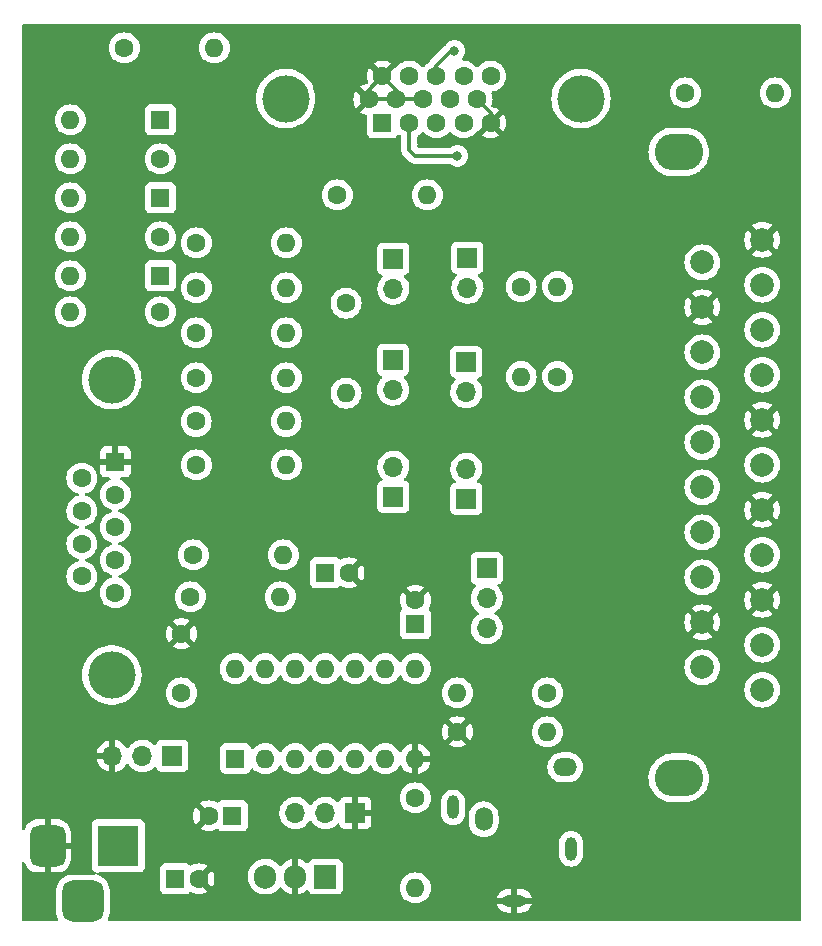
<source format=gbr>
%TF.GenerationSoftware,KiCad,Pcbnew,(6.0.2)*%
%TF.CreationDate,2022-12-21T21:35:27-06:00*%
%TF.ProjectId,CGA2SCart,43474132-5343-4617-9274-2e6b69636164,rev?*%
%TF.SameCoordinates,Original*%
%TF.FileFunction,Copper,L1,Top*%
%TF.FilePolarity,Positive*%
%FSLAX46Y46*%
G04 Gerber Fmt 4.6, Leading zero omitted, Abs format (unit mm)*
G04 Created by KiCad (PCBNEW (6.0.2)) date 2022-12-21 21:35:27*
%MOMM*%
%LPD*%
G01*
G04 APERTURE LIST*
G04 Aperture macros list*
%AMRoundRect*
0 Rectangle with rounded corners*
0 $1 Rounding radius*
0 $2 $3 $4 $5 $6 $7 $8 $9 X,Y pos of 4 corners*
0 Add a 4 corners polygon primitive as box body*
4,1,4,$2,$3,$4,$5,$6,$7,$8,$9,$2,$3,0*
0 Add four circle primitives for the rounded corners*
1,1,$1+$1,$2,$3*
1,1,$1+$1,$4,$5*
1,1,$1+$1,$6,$7*
1,1,$1+$1,$8,$9*
0 Add four rect primitives between the rounded corners*
20,1,$1+$1,$2,$3,$4,$5,0*
20,1,$1+$1,$4,$5,$6,$7,0*
20,1,$1+$1,$6,$7,$8,$9,0*
20,1,$1+$1,$8,$9,$2,$3,0*%
G04 Aperture macros list end*
%TA.AperFunction,ComponentPad*%
%ADD10R,1.700000X1.700000*%
%TD*%
%TA.AperFunction,ComponentPad*%
%ADD11O,1.700000X1.700000*%
%TD*%
%TA.AperFunction,ComponentPad*%
%ADD12C,1.600000*%
%TD*%
%TA.AperFunction,ComponentPad*%
%ADD13O,1.600000X1.600000*%
%TD*%
%TA.AperFunction,ComponentPad*%
%ADD14R,1.600000X1.600000*%
%TD*%
%TA.AperFunction,ComponentPad*%
%ADD15R,1.905000X2.000000*%
%TD*%
%TA.AperFunction,ComponentPad*%
%ADD16O,1.905000X2.000000*%
%TD*%
%TA.AperFunction,WasherPad*%
%ADD17O,4.100000X3.100000*%
%TD*%
%TA.AperFunction,ComponentPad*%
%ADD18C,1.998980*%
%TD*%
%TA.AperFunction,ComponentPad*%
%ADD19C,4.000000*%
%TD*%
%TA.AperFunction,ComponentPad*%
%ADD20O,1.000000X2.000000*%
%TD*%
%TA.AperFunction,ComponentPad*%
%ADD21O,2.000000X1.000000*%
%TD*%
%TA.AperFunction,ComponentPad*%
%ADD22O,2.000000X1.500000*%
%TD*%
%TA.AperFunction,ComponentPad*%
%ADD23O,1.500000X2.000000*%
%TD*%
%TA.AperFunction,ComponentPad*%
%ADD24R,3.500000X3.500000*%
%TD*%
%TA.AperFunction,ComponentPad*%
%ADD25RoundRect,0.750000X-0.750000X-1.000000X0.750000X-1.000000X0.750000X1.000000X-0.750000X1.000000X0*%
%TD*%
%TA.AperFunction,ComponentPad*%
%ADD26RoundRect,0.875000X-0.875000X-0.875000X0.875000X-0.875000X0.875000X0.875000X-0.875000X0.875000X0*%
%TD*%
%TA.AperFunction,ViaPad*%
%ADD27C,0.800000*%
%TD*%
%TA.AperFunction,Conductor*%
%ADD28C,0.350000*%
%TD*%
G04 APERTURE END LIST*
D10*
%TO.P,JP9,1,A*%
%TO.N,CGA_HSYNC*%
X138880000Y-93590000D03*
D11*
%TO.P,JP9,2,C*%
%TO.N,Net-(R18-Pad1)*%
X138880000Y-96130000D03*
%TO.P,JP9,3,B*%
%TO.N,Net-(R21-Pad2)*%
X138880000Y-98670000D03*
%TD*%
D12*
%TO.P,C5,1*%
%TO.N,+5V*%
X113030000Y-104140000D03*
%TO.P,C5,2*%
%TO.N,GND*%
X113030000Y-99140000D03*
%TD*%
%TO.P,R22,1*%
%TO.N,Net-(J1-Pad8)*%
X132842000Y-113030000D03*
D13*
%TO.P,R22,2*%
%TO.N,+12V*%
X132842000Y-120650000D03*
%TD*%
D14*
%TO.P,C2,1*%
%TO.N,+12V*%
X112522000Y-119888000D03*
D12*
%TO.P,C2,2*%
%TO.N,GND*%
X114522000Y-119888000D03*
%TD*%
%TO.P,R18,1*%
%TO.N,Net-(R18-Pad1)*%
X144870000Y-77360000D03*
D13*
%TO.P,R18,2*%
%TO.N,VGA_HSYNC*%
X144870000Y-69740000D03*
%TD*%
D12*
%TO.P,R17,1*%
%TO.N,VGA_BLUE*%
X126970000Y-71140000D03*
D13*
%TO.P,R17,2*%
%TO.N,Net-(J1-Pad7)*%
X126970000Y-78760000D03*
%TD*%
D12*
%TO.P,R7,1*%
%TO.N,CGA_GREEN*%
X114300000Y-84836000D03*
D13*
%TO.P,R7,2*%
%TO.N,Net-(J1-Pad11)*%
X121920000Y-84836000D03*
%TD*%
D15*
%TO.P,U2,1,VI*%
%TO.N,+12V*%
X125222000Y-119705000D03*
D16*
%TO.P,U2,2,GND*%
%TO.N,GND*%
X122682000Y-119705000D03*
%TO.P,U2,3,VO*%
%TO.N,+5V*%
X120142000Y-119705000D03*
%TD*%
D14*
%TO.P,D2,1,K*%
%TO.N,Net-(D2-Pad1)*%
X111252000Y-62230000D03*
D13*
%TO.P,D2,2,A*%
%TO.N,Net-(D2-Pad2)*%
X103632000Y-62230000D03*
%TD*%
D12*
%TO.P,R16,1*%
%TO.N,VGA_GREEN*%
X141800000Y-69740000D03*
D13*
%TO.P,R16,2*%
%TO.N,Net-(J1-Pad11)*%
X141800000Y-77360000D03*
%TD*%
D10*
%TO.P,JP2,1,A*%
%TO.N,Net-(D1-Pad1)*%
X137160000Y-76130000D03*
D11*
%TO.P,JP2,2,B*%
%TO.N,Net-(J1-Pad7)*%
X137160000Y-78670000D03*
%TD*%
D12*
%TO.P,R21,1*%
%TO.N,Net-(J1-Pad20)*%
X144018000Y-104140000D03*
D13*
%TO.P,R21,2*%
%TO.N,Net-(R21-Pad2)*%
X136398000Y-104140000D03*
%TD*%
D12*
%TO.P,R8,1*%
%TO.N,CGA_RED*%
X114300000Y-77470000D03*
D13*
%TO.P,R8,2*%
%TO.N,Net-(J1-Pad15)*%
X121920000Y-77470000D03*
%TD*%
D12*
%TO.P,R13,1*%
%TO.N,EGA_RED*%
X114300000Y-69850000D03*
D13*
%TO.P,R13,2*%
%TO.N,Net-(JP6-Pad1)*%
X121920000Y-69850000D03*
%TD*%
D14*
%TO.P,C4,1*%
%TO.N,+5V*%
X117348000Y-114554000D03*
D12*
%TO.P,C4,2*%
%TO.N,GND*%
X115348000Y-114554000D03*
%TD*%
D14*
%TO.P,C1,1*%
%TO.N,Net-(C1-Pad1)*%
X132842000Y-98298000D03*
D12*
%TO.P,C1,2*%
%TO.N,GND*%
X132842000Y-96298000D03*
%TD*%
D14*
%TO.P,D3,1,K*%
%TO.N,Net-(D3-Pad1)*%
X111252000Y-68834000D03*
D13*
%TO.P,D3,2,A*%
%TO.N,Net-(D3-Pad2)*%
X103632000Y-68834000D03*
%TD*%
D14*
%TO.P,U1,1*%
%TO.N,Net-(JP1-Pad2)*%
X117597000Y-109718000D03*
D13*
%TO.P,U1,2*%
%TO.N,Net-(U1-Pad11)*%
X120137000Y-109718000D03*
%TO.P,U1,3*%
%TO.N,Net-(U1-Pad3)*%
X122677000Y-109718000D03*
%TO.P,U1,4*%
X125217000Y-109718000D03*
%TO.P,U1,5*%
%TO.N,Net-(JP8-Pad2)*%
X127757000Y-109718000D03*
%TO.P,U1,6*%
%TO.N,Net-(R21-Pad2)*%
X130297000Y-109718000D03*
%TO.P,U1,7,GND*%
%TO.N,GND*%
X132837000Y-109718000D03*
%TO.P,U1,8*%
%TO.N,Net-(JP1-Pad1)*%
X132837000Y-102098000D03*
%TO.P,U1,9*%
%TO.N,Net-(C1-Pad1)*%
X130297000Y-102098000D03*
%TO.P,U1,10*%
%TO.N,CGA_VSYNC*%
X127757000Y-102098000D03*
%TO.P,U1,11*%
%TO.N,Net-(U1-Pad11)*%
X125217000Y-102098000D03*
%TO.P,U1,12*%
%TO.N,Net-(C3-Pad1)*%
X122677000Y-102098000D03*
%TO.P,U1,13*%
%TO.N,CGA_HSYNC*%
X120137000Y-102098000D03*
%TO.P,U1,14,VCC*%
%TO.N,+5V*%
X117597000Y-102098000D03*
%TD*%
D17*
%TO.P,J1,*%
%TO.N,*%
X155140660Y-58336180D03*
X155140660Y-111335820D03*
D18*
%TO.P,J1,1,P1*%
%TO.N,unconnected-(J1-Pad1)*%
X162219640Y-103886000D03*
%TO.P,J1,2,P2*%
%TO.N,Net-(J1-Pad2)*%
X157139640Y-101981000D03*
%TO.P,J1,3,P3*%
%TO.N,unconnected-(J1-Pad3)*%
X162219640Y-100076000D03*
%TO.P,J1,4,P4*%
%TO.N,GND*%
X157139640Y-98171000D03*
%TO.P,J1,5,P5*%
X162219640Y-96266000D03*
%TO.P,J1,6,P6*%
%TO.N,Net-(J1-Pad6)*%
X157139640Y-94361000D03*
%TO.P,J1,7,P7*%
%TO.N,Net-(J1-Pad7)*%
X162219640Y-92456000D03*
%TO.P,J1,8,P8*%
%TO.N,Net-(J1-Pad8)*%
X157139640Y-90551000D03*
%TO.P,J1,9,P9*%
%TO.N,GND*%
X162219640Y-88646000D03*
%TO.P,J1,10,P10*%
%TO.N,unconnected-(J1-Pad10)*%
X157139640Y-86741000D03*
%TO.P,J1,11,P11*%
%TO.N,Net-(J1-Pad11)*%
X162219640Y-84836000D03*
%TO.P,J1,12,P12*%
%TO.N,unconnected-(J1-Pad12)*%
X157139640Y-82931000D03*
%TO.P,J1,13,P13*%
%TO.N,GND*%
X162219640Y-81026000D03*
%TO.P,J1,14,P14*%
%TO.N,unconnected-(J1-Pad14)*%
X157139640Y-79121000D03*
%TO.P,J1,15,P15*%
%TO.N,Net-(J1-Pad15)*%
X162219640Y-77216000D03*
%TO.P,J1,16,P16*%
%TO.N,Net-(J1-Pad16)*%
X157139640Y-75311000D03*
%TO.P,J1,17,P17*%
%TO.N,unconnected-(J1-Pad17)*%
X162219640Y-73406000D03*
%TO.P,J1,18,P18*%
%TO.N,GND*%
X157139640Y-71501000D03*
%TO.P,J1,19,P19*%
%TO.N,unconnected-(J1-Pad19)*%
X162219640Y-69596000D03*
%TO.P,J1,20,P20*%
%TO.N,Net-(J1-Pad20)*%
X157139640Y-67691000D03*
%TO.P,J1,21,P21*%
%TO.N,GND*%
X162219640Y-65786000D03*
%TD*%
D10*
%TO.P,JP3,1,A*%
%TO.N,Net-(D2-Pad1)*%
X137160000Y-87710000D03*
D11*
%TO.P,JP3,2,B*%
%TO.N,Net-(J1-Pad11)*%
X137160000Y-85170000D03*
%TD*%
D14*
%TO.P,C3,1*%
%TO.N,Net-(C3-Pad1)*%
X125222000Y-93980000D03*
D12*
%TO.P,C3,2*%
%TO.N,GND*%
X127222000Y-93980000D03*
%TD*%
D10*
%TO.P,JP6,1,A*%
%TO.N,Net-(JP6-Pad1)*%
X130980000Y-67380000D03*
D11*
%TO.P,JP6,2,B*%
%TO.N,Net-(J1-Pad15)*%
X130980000Y-69920000D03*
%TD*%
D12*
%TO.P,R19,1*%
%TO.N,CGA_VSYNC*%
X108204000Y-49530000D03*
D13*
%TO.P,R19,2*%
%TO.N,VGA_VSYNC*%
X115824000Y-49530000D03*
%TD*%
D12*
%TO.P,R11,1*%
%TO.N,INTENS_EGA_GREEN*%
X114300000Y-66040000D03*
D13*
%TO.P,R11,2*%
%TO.N,Net-(JP7-Pad1)*%
X121920000Y-66040000D03*
%TD*%
D12*
%TO.P,R4,1*%
%TO.N,INTENS_EGA_GREEN*%
X111252000Y-65532000D03*
D13*
%TO.P,R4,2*%
%TO.N,Net-(D2-Pad2)*%
X103632000Y-65532000D03*
%TD*%
D12*
%TO.P,R2,1*%
%TO.N,Net-(J1-Pad16)*%
X155702000Y-53340000D03*
D13*
%TO.P,R2,2*%
%TO.N,+5V*%
X163322000Y-53340000D03*
%TD*%
D12*
%TO.P,R5,1*%
%TO.N,INTENS_EGA_GREEN*%
X111252000Y-71882000D03*
D13*
%TO.P,R5,2*%
%TO.N,Net-(D3-Pad2)*%
X103632000Y-71882000D03*
%TD*%
D10*
%TO.P,JP7,1,A*%
%TO.N,Net-(JP7-Pad1)*%
X130980000Y-87530000D03*
D11*
%TO.P,JP7,2,B*%
%TO.N,Net-(J1-Pad11)*%
X130980000Y-84990000D03*
%TD*%
D14*
%TO.P,D1,1,K*%
%TO.N,Net-(D1-Pad1)*%
X111252000Y-55626000D03*
D13*
%TO.P,D1,2,A*%
%TO.N,Net-(D1-Pad2)*%
X103632000Y-55626000D03*
%TD*%
D19*
%TO.P,J2,0*%
%TO.N,N/C*%
X107142000Y-77622000D03*
X107142000Y-102622000D03*
D14*
%TO.P,J2,1,1*%
%TO.N,GND*%
X107442000Y-84582000D03*
D12*
%TO.P,J2,2,2*%
%TO.N,EGA_RED*%
X107442000Y-87352000D03*
%TO.P,J2,3,3*%
%TO.N,CGA_RED*%
X107442000Y-90122000D03*
%TO.P,J2,4,4*%
%TO.N,CGA_GREEN*%
X107442000Y-92892000D03*
%TO.P,J2,5,5*%
%TO.N,CGA_BLUE*%
X107442000Y-95662000D03*
%TO.P,J2,6,6*%
%TO.N,INTENS_EGA_GREEN*%
X104602000Y-85967000D03*
%TO.P,J2,7,7*%
%TO.N,EGA_BLUE*%
X104602000Y-88737000D03*
%TO.P,J2,8,8*%
%TO.N,CGA_HSYNC*%
X104602000Y-91507000D03*
%TO.P,J2,9,9*%
%TO.N,CGA_VSYNC*%
X104602000Y-94277000D03*
%TD*%
D10*
%TO.P,JP5,1,A*%
%TO.N,Net-(JP5-Pad1)*%
X130940000Y-75930000D03*
D11*
%TO.P,JP5,2,B*%
%TO.N,Net-(J1-Pad7)*%
X130940000Y-78470000D03*
%TD*%
D19*
%TO.P,J4,0*%
%TO.N,N/C*%
X121863000Y-53830000D03*
X146863000Y-53830000D03*
D14*
%TO.P,J4,1*%
%TO.N,VGA_RED*%
X130048000Y-55880000D03*
D12*
%TO.P,J4,2*%
%TO.N,VGA_GREEN*%
X132338000Y-55880000D03*
%TO.P,J4,3*%
%TO.N,VGA_BLUE*%
X134628000Y-55880000D03*
%TO.P,J4,4*%
%TO.N,unconnected-(J4-Pad4)*%
X136918000Y-55880000D03*
%TO.P,J4,5*%
%TO.N,GND*%
X139208000Y-55880000D03*
%TO.P,J4,6*%
X128903000Y-53900000D03*
%TO.P,J4,7*%
X131193000Y-53900000D03*
%TO.P,J4,8*%
X133483000Y-53900000D03*
%TO.P,J4,9*%
%TO.N,unconnected-(J4-Pad9)*%
X135773000Y-53900000D03*
%TO.P,J4,10*%
%TO.N,GND*%
X138063000Y-53900000D03*
%TO.P,J4,11*%
X130048000Y-51920000D03*
%TO.P,J4,12*%
%TO.N,unconnected-(J4-Pad12)*%
X132338000Y-51920000D03*
%TO.P,J4,13*%
%TO.N,VGA_HSYNC*%
X134628000Y-51920000D03*
%TO.P,J4,14*%
%TO.N,VGA_VSYNC*%
X136918000Y-51920000D03*
%TO.P,J4,15*%
%TO.N,unconnected-(J4-Pad15)*%
X139208000Y-51920000D03*
%TD*%
%TO.P,R12,1*%
%TO.N,EGA_BLUE*%
X114300000Y-73660000D03*
D13*
%TO.P,R12,2*%
%TO.N,Net-(JP5-Pad1)*%
X121920000Y-73660000D03*
%TD*%
D12*
%TO.P,R9,1*%
%TO.N,CGA_HSYNC*%
X114046000Y-92456000D03*
D13*
%TO.P,R9,2*%
%TO.N,Net-(C3-Pad1)*%
X121666000Y-92456000D03*
%TD*%
D10*
%TO.P,JP4,1,A*%
%TO.N,Net-(D3-Pad1)*%
X137250000Y-67300000D03*
D11*
%TO.P,JP4,2,B*%
%TO.N,Net-(J1-Pad15)*%
X137250000Y-69840000D03*
%TD*%
D10*
%TO.P,JP8,1,A*%
%TO.N,GND*%
X127762000Y-114300000D03*
D11*
%TO.P,JP8,2,C*%
%TO.N,Net-(JP8-Pad2)*%
X125222000Y-114300000D03*
%TO.P,JP8,3,B*%
%TO.N,+5V*%
X122682000Y-114300000D03*
%TD*%
D12*
%TO.P,R6,1*%
%TO.N,CGA_BLUE*%
X114280000Y-81160000D03*
D13*
%TO.P,R6,2*%
%TO.N,Net-(J1-Pad7)*%
X121900000Y-81160000D03*
%TD*%
D20*
%TO.P,J3,1*%
%TO.N,Net-(J1-Pad2)*%
X146024000Y-117344000D03*
%TO.P,J3,2*%
%TO.N,Net-(J1-Pad6)*%
X136024000Y-113844000D03*
D21*
%TO.P,J3,3*%
%TO.N,GND*%
X141224000Y-121744000D03*
D22*
%TO.P,J3,4*%
%TO.N,unconnected-(J3-Pad4)*%
X145524000Y-110444000D03*
D23*
%TO.P,J3,5*%
%TO.N,unconnected-(J3-Pad5)*%
X138624000Y-114844000D03*
%TD*%
D12*
%TO.P,R15,1*%
%TO.N,VGA_RED*%
X126238000Y-61976000D03*
D13*
%TO.P,R15,2*%
%TO.N,Net-(J1-Pad15)*%
X133858000Y-61976000D03*
%TD*%
D10*
%TO.P,JP1,1,A*%
%TO.N,Net-(JP1-Pad1)*%
X112268000Y-109474000D03*
D11*
%TO.P,JP1,2,C*%
%TO.N,Net-(JP1-Pad2)*%
X109728000Y-109474000D03*
%TO.P,JP1,3,B*%
%TO.N,GND*%
X107188000Y-109474000D03*
%TD*%
D12*
%TO.P,R1,1*%
%TO.N,CGA_VSYNC*%
X113792000Y-96012000D03*
D13*
%TO.P,R1,2*%
%TO.N,Net-(C1-Pad1)*%
X121412000Y-96012000D03*
%TD*%
D12*
%TO.P,R20,1*%
%TO.N,GND*%
X136398000Y-107442000D03*
D13*
%TO.P,R20,2*%
%TO.N,Net-(J1-Pad20)*%
X144018000Y-107442000D03*
%TD*%
D24*
%TO.P,J5,1*%
%TO.N,+12V*%
X107696000Y-117094000D03*
D25*
%TO.P,J5,2*%
%TO.N,GND*%
X101696000Y-117094000D03*
D26*
%TO.P,J5,3*%
%TO.N,unconnected-(J5-Pad3)*%
X104696000Y-121794000D03*
%TD*%
D12*
%TO.P,R3,1*%
%TO.N,INTENS_EGA_GREEN*%
X111252000Y-58928000D03*
D13*
%TO.P,R3,2*%
%TO.N,Net-(D1-Pad2)*%
X103632000Y-58928000D03*
%TD*%
D27*
%TO.N,VGA_HSYNC*%
X136144000Y-49784000D03*
%TO.N,VGA_GREEN*%
X136398000Y-58674000D03*
%TD*%
D28*
%TO.N,VGA_HSYNC*%
X135890000Y-49784000D02*
X134628000Y-51046000D01*
X136144000Y-49784000D02*
X135890000Y-49784000D01*
%TO.N,GND*%
X128903000Y-53900000D02*
X128903000Y-53065000D01*
X131193000Y-53065000D02*
X130048000Y-51920000D01*
X139208000Y-55045000D02*
X138063000Y-53900000D01*
X133483000Y-53900000D02*
X131193000Y-53900000D01*
X139208000Y-55880000D02*
X139208000Y-55045000D01*
X131193000Y-53900000D02*
X131193000Y-53065000D01*
X131193000Y-53900000D02*
X128903000Y-53900000D01*
X128903000Y-53065000D02*
X130048000Y-51920000D01*
%TO.N,VGA_GREEN*%
X132338000Y-57654000D02*
X132338000Y-55880000D01*
X132334000Y-57658000D02*
X132338000Y-57654000D01*
X132334000Y-58166000D02*
X132334000Y-57658000D01*
X136398000Y-58674000D02*
X132842000Y-58674000D01*
X132842000Y-58674000D02*
X132334000Y-58166000D01*
%TD*%
%TA.AperFunction,Conductor*%
%TO.N,GND*%
G36*
X165434121Y-47528002D02*
G01*
X165480614Y-47581658D01*
X165492000Y-47634000D01*
X165492000Y-123366000D01*
X165471998Y-123434121D01*
X165418342Y-123480614D01*
X165366000Y-123492000D01*
X106912304Y-123492000D01*
X106844183Y-123471998D01*
X106797690Y-123418342D01*
X106787586Y-123348068D01*
X106803683Y-123302145D01*
X106806811Y-123296824D01*
X106823196Y-123268952D01*
X106906380Y-123049393D01*
X106951381Y-122818957D01*
X106954500Y-122761364D01*
X106954500Y-122009768D01*
X139751425Y-122009768D01*
X139783138Y-122117521D01*
X139787731Y-122128889D01*
X139873607Y-122293154D01*
X139880321Y-122303415D01*
X139996468Y-122447873D01*
X140005046Y-122456632D01*
X140147039Y-122575778D01*
X140157159Y-122582708D01*
X140319585Y-122672002D01*
X140330858Y-122676834D01*
X140507538Y-122732880D01*
X140519532Y-122735430D01*
X140663761Y-122751607D01*
X140670785Y-122752000D01*
X140951885Y-122752000D01*
X140967124Y-122747525D01*
X140968329Y-122746135D01*
X140970000Y-122738452D01*
X140970000Y-122733885D01*
X141478000Y-122733885D01*
X141482475Y-122749124D01*
X141483865Y-122750329D01*
X141491548Y-122752000D01*
X141770657Y-122752000D01*
X141776805Y-122751699D01*
X141914603Y-122738188D01*
X141926638Y-122735805D01*
X142104076Y-122682233D01*
X142115416Y-122677559D01*
X142279077Y-122590540D01*
X142289294Y-122583751D01*
X142432933Y-122466603D01*
X142441637Y-122457959D01*
X142559784Y-122315144D01*
X142566644Y-122304973D01*
X142654804Y-122141924D01*
X142659556Y-122130619D01*
X142695250Y-122015308D01*
X142695456Y-122001205D01*
X142688701Y-121998000D01*
X141496115Y-121998000D01*
X141480876Y-122002475D01*
X141479671Y-122003865D01*
X141478000Y-122011548D01*
X141478000Y-122733885D01*
X140970000Y-122733885D01*
X140970000Y-122016115D01*
X140965525Y-122000876D01*
X140964135Y-121999671D01*
X140956452Y-121998000D01*
X139766076Y-121998000D01*
X139752545Y-122001973D01*
X139751425Y-122009768D01*
X106954500Y-122009768D01*
X106954500Y-120826636D01*
X106953663Y-120811166D01*
X106951617Y-120773401D01*
X106951381Y-120769043D01*
X106944954Y-120736134D01*
X111213500Y-120736134D01*
X111220255Y-120798316D01*
X111271385Y-120934705D01*
X111358739Y-121051261D01*
X111475295Y-121138615D01*
X111611684Y-121189745D01*
X111673866Y-121196500D01*
X113370134Y-121196500D01*
X113432316Y-121189745D01*
X113568705Y-121138615D01*
X113634007Y-121089674D01*
X113678078Y-121056645D01*
X113678081Y-121056642D01*
X113685261Y-121051261D01*
X113690642Y-121044081D01*
X113696993Y-121037730D01*
X113699135Y-121039872D01*
X113743846Y-121006436D01*
X113814664Y-121001406D01*
X113856035Y-121019523D01*
X113856232Y-121019182D01*
X113859298Y-121020952D01*
X113860090Y-121021299D01*
X113860989Y-121021929D01*
X113870489Y-121027414D01*
X114067947Y-121119490D01*
X114078239Y-121123236D01*
X114288688Y-121179625D01*
X114299481Y-121181528D01*
X114516525Y-121200517D01*
X114527475Y-121200517D01*
X114744519Y-121181528D01*
X114755312Y-121179625D01*
X114965761Y-121123236D01*
X114976053Y-121119490D01*
X115173511Y-121027414D01*
X115183006Y-121021931D01*
X115235048Y-120985491D01*
X115243424Y-120975012D01*
X115236356Y-120961566D01*
X114251885Y-119977095D01*
X114217859Y-119914783D01*
X114219694Y-119889132D01*
X114886408Y-119889132D01*
X114886539Y-119890965D01*
X114890790Y-119897580D01*
X115596287Y-120603077D01*
X115608062Y-120609507D01*
X115620077Y-120600211D01*
X115655931Y-120549006D01*
X115661414Y-120539511D01*
X115753490Y-120342053D01*
X115757236Y-120331761D01*
X115813625Y-120121312D01*
X115815528Y-120110519D01*
X115834517Y-119893475D01*
X115834517Y-119882525D01*
X115828469Y-119813402D01*
X118681000Y-119813402D01*
X118681212Y-119815975D01*
X118681212Y-119815986D01*
X118689335Y-119914783D01*
X118695678Y-119991937D01*
X118754206Y-120224944D01*
X118850003Y-120445263D01*
X118917118Y-120549006D01*
X118956258Y-120609507D01*
X118980498Y-120646977D01*
X119142186Y-120824670D01*
X119202885Y-120872607D01*
X119326670Y-120970367D01*
X119326675Y-120970370D01*
X119330724Y-120973568D01*
X119335240Y-120976061D01*
X119335243Y-120976063D01*
X119536526Y-121087177D01*
X119536530Y-121087179D01*
X119541050Y-121089674D01*
X119545919Y-121091398D01*
X119545923Y-121091400D01*
X119762640Y-121168144D01*
X119762644Y-121168145D01*
X119767515Y-121169870D01*
X119772608Y-121170777D01*
X119772611Y-121170778D01*
X119998948Y-121211095D01*
X119998954Y-121211096D01*
X120004037Y-121212001D01*
X120091400Y-121213068D01*
X120239093Y-121214873D01*
X120239095Y-121214873D01*
X120244263Y-121214936D01*
X120481744Y-121178596D01*
X120620546Y-121133229D01*
X120705183Y-121105566D01*
X120705189Y-121105563D01*
X120710101Y-121103958D01*
X120714687Y-121101571D01*
X120714691Y-121101569D01*
X120918607Y-120995416D01*
X120923200Y-120993025D01*
X121025367Y-120916316D01*
X121111185Y-120851882D01*
X121111188Y-120851880D01*
X121115320Y-120848777D01*
X121223092Y-120736000D01*
X121277730Y-120678825D01*
X121277731Y-120678824D01*
X121281301Y-120675088D01*
X121306840Y-120637649D01*
X121361751Y-120592648D01*
X121432275Y-120584477D01*
X121496022Y-120615731D01*
X121516716Y-120640210D01*
X121518085Y-120642326D01*
X121524378Y-120650498D01*
X121679050Y-120820480D01*
X121686583Y-120827506D01*
X121866944Y-120969945D01*
X121875531Y-120975650D01*
X122076722Y-121086714D01*
X122086134Y-121090944D01*
X122302768Y-121167659D01*
X122312739Y-121170293D01*
X122410163Y-121187647D01*
X122423460Y-121186187D01*
X122427543Y-121173096D01*
X122936000Y-121173096D01*
X122939918Y-121186440D01*
X122954194Y-121188427D01*
X123016515Y-121178890D01*
X123026543Y-121176501D01*
X123244988Y-121105102D01*
X123254497Y-121101105D01*
X123458344Y-120994989D01*
X123467061Y-120989500D01*
X123618099Y-120876098D01*
X123684584Y-120851193D01*
X123753980Y-120866186D01*
X123804253Y-120916316D01*
X123811732Y-120932625D01*
X123818885Y-120951705D01*
X123906239Y-121068261D01*
X124022795Y-121155615D01*
X124159184Y-121206745D01*
X124221366Y-121213500D01*
X126222634Y-121213500D01*
X126284816Y-121206745D01*
X126421205Y-121155615D01*
X126537761Y-121068261D01*
X126625115Y-120951705D01*
X126676245Y-120815316D01*
X126683000Y-120753134D01*
X126683000Y-120650000D01*
X131528502Y-120650000D01*
X131548457Y-120878087D01*
X131549881Y-120883400D01*
X131549881Y-120883402D01*
X131591234Y-121037730D01*
X131607716Y-121099243D01*
X131610039Y-121104224D01*
X131610039Y-121104225D01*
X131702151Y-121301762D01*
X131702154Y-121301767D01*
X131704477Y-121306749D01*
X131777902Y-121411611D01*
X131829658Y-121485525D01*
X131835802Y-121494300D01*
X131997700Y-121656198D01*
X132002208Y-121659355D01*
X132002211Y-121659357D01*
X132080389Y-121714098D01*
X132185251Y-121787523D01*
X132190233Y-121789846D01*
X132190238Y-121789849D01*
X132387775Y-121881961D01*
X132392757Y-121884284D01*
X132398065Y-121885706D01*
X132398067Y-121885707D01*
X132608598Y-121942119D01*
X132608600Y-121942119D01*
X132613913Y-121943543D01*
X132842000Y-121963498D01*
X133070087Y-121943543D01*
X133075400Y-121942119D01*
X133075402Y-121942119D01*
X133285933Y-121885707D01*
X133285935Y-121885706D01*
X133291243Y-121884284D01*
X133296225Y-121881961D01*
X133493762Y-121789849D01*
X133493767Y-121789846D01*
X133498749Y-121787523D01*
X133603611Y-121714098D01*
X133681789Y-121659357D01*
X133681792Y-121659355D01*
X133686300Y-121656198D01*
X133848198Y-121494300D01*
X133853454Y-121486795D01*
X139752544Y-121486795D01*
X139759299Y-121490000D01*
X140951885Y-121490000D01*
X140967124Y-121485525D01*
X140968329Y-121484135D01*
X140970000Y-121476452D01*
X140970000Y-121471885D01*
X141478000Y-121471885D01*
X141482475Y-121487124D01*
X141483865Y-121488329D01*
X141491548Y-121490000D01*
X142681924Y-121490000D01*
X142695455Y-121486027D01*
X142696575Y-121478232D01*
X142664862Y-121370479D01*
X142660269Y-121359111D01*
X142574393Y-121194846D01*
X142567679Y-121184585D01*
X142451532Y-121040127D01*
X142442954Y-121031368D01*
X142300961Y-120912222D01*
X142290841Y-120905292D01*
X142128415Y-120815998D01*
X142117142Y-120811166D01*
X141940462Y-120755120D01*
X141928468Y-120752570D01*
X141784239Y-120736393D01*
X141777215Y-120736000D01*
X141496115Y-120736000D01*
X141480876Y-120740475D01*
X141479671Y-120741865D01*
X141478000Y-120749548D01*
X141478000Y-121471885D01*
X140970000Y-121471885D01*
X140970000Y-120754115D01*
X140965525Y-120738876D01*
X140964135Y-120737671D01*
X140956452Y-120736000D01*
X140677343Y-120736000D01*
X140671195Y-120736301D01*
X140533397Y-120749812D01*
X140521362Y-120752195D01*
X140343924Y-120805767D01*
X140332584Y-120810441D01*
X140168923Y-120897460D01*
X140158706Y-120904249D01*
X140015067Y-121021397D01*
X140006363Y-121030041D01*
X139888216Y-121172856D01*
X139881356Y-121183027D01*
X139793196Y-121346076D01*
X139788444Y-121357381D01*
X139752750Y-121472692D01*
X139752544Y-121486795D01*
X133853454Y-121486795D01*
X133854343Y-121485525D01*
X133906098Y-121411611D01*
X133979523Y-121306749D01*
X133981846Y-121301767D01*
X133981849Y-121301762D01*
X134073961Y-121104225D01*
X134073961Y-121104224D01*
X134076284Y-121099243D01*
X134092767Y-121037730D01*
X134134119Y-120883402D01*
X134134119Y-120883400D01*
X134135543Y-120878087D01*
X134155498Y-120650000D01*
X134135543Y-120421913D01*
X134134119Y-120416598D01*
X134077707Y-120206067D01*
X134077706Y-120206065D01*
X134076284Y-120200757D01*
X134073961Y-120195775D01*
X133981849Y-119998238D01*
X133981846Y-119998233D01*
X133979523Y-119993251D01*
X133865964Y-119831072D01*
X133851357Y-119810211D01*
X133851355Y-119810208D01*
X133848198Y-119805700D01*
X133686300Y-119643802D01*
X133681792Y-119640645D01*
X133681789Y-119640643D01*
X133588888Y-119575593D01*
X133498749Y-119512477D01*
X133493767Y-119510154D01*
X133493762Y-119510151D01*
X133296225Y-119418039D01*
X133296224Y-119418039D01*
X133291243Y-119415716D01*
X133285935Y-119414294D01*
X133285933Y-119414293D01*
X133075402Y-119357881D01*
X133075400Y-119357881D01*
X133070087Y-119356457D01*
X132842000Y-119336502D01*
X132613913Y-119356457D01*
X132608600Y-119357881D01*
X132608598Y-119357881D01*
X132398067Y-119414293D01*
X132398065Y-119414294D01*
X132392757Y-119415716D01*
X132387776Y-119418039D01*
X132387775Y-119418039D01*
X132190238Y-119510151D01*
X132190233Y-119510154D01*
X132185251Y-119512477D01*
X132095112Y-119575593D01*
X132002211Y-119640643D01*
X132002208Y-119640645D01*
X131997700Y-119643802D01*
X131835802Y-119805700D01*
X131832645Y-119810208D01*
X131832643Y-119810211D01*
X131818036Y-119831072D01*
X131704477Y-119993251D01*
X131702154Y-119998233D01*
X131702151Y-119998238D01*
X131610039Y-120195775D01*
X131607716Y-120200757D01*
X131606294Y-120206065D01*
X131606293Y-120206067D01*
X131549881Y-120416598D01*
X131548457Y-120421913D01*
X131528502Y-120650000D01*
X126683000Y-120650000D01*
X126683000Y-118656866D01*
X126676245Y-118594684D01*
X126625115Y-118458295D01*
X126537761Y-118341739D01*
X126421205Y-118254385D01*
X126284816Y-118203255D01*
X126222634Y-118196500D01*
X124221366Y-118196500D01*
X124159184Y-118203255D01*
X124022795Y-118254385D01*
X123906239Y-118341739D01*
X123818885Y-118458295D01*
X123815734Y-118466701D01*
X123811242Y-118478683D01*
X123768599Y-118535447D01*
X123702038Y-118560146D01*
X123632689Y-118544938D01*
X123615168Y-118533334D01*
X123497056Y-118440055D01*
X123488469Y-118434350D01*
X123287278Y-118323286D01*
X123277866Y-118319056D01*
X123061232Y-118242341D01*
X123051261Y-118239707D01*
X122953837Y-118222353D01*
X122940540Y-118223813D01*
X122936000Y-118238370D01*
X122936000Y-121173096D01*
X122427543Y-121173096D01*
X122428000Y-121171630D01*
X122428000Y-118236904D01*
X122424082Y-118223560D01*
X122409806Y-118221573D01*
X122347485Y-118231110D01*
X122337457Y-118233499D01*
X122119012Y-118304898D01*
X122109503Y-118308895D01*
X121905656Y-118415011D01*
X121896931Y-118420505D01*
X121713148Y-118558493D01*
X121705441Y-118565336D01*
X121546661Y-118731491D01*
X121540177Y-118739498D01*
X121517763Y-118772356D01*
X121462852Y-118817359D01*
X121392328Y-118825532D01*
X121328580Y-118794278D01*
X121307884Y-118769796D01*
X121306311Y-118767365D01*
X121303502Y-118763023D01*
X121141814Y-118585330D01*
X121009395Y-118480752D01*
X120957330Y-118439633D01*
X120957325Y-118439630D01*
X120953276Y-118436432D01*
X120948760Y-118433939D01*
X120948757Y-118433937D01*
X120747474Y-118322823D01*
X120747470Y-118322821D01*
X120742950Y-118320326D01*
X120738081Y-118318602D01*
X120738077Y-118318600D01*
X120521360Y-118241856D01*
X120521356Y-118241855D01*
X120516485Y-118240130D01*
X120511392Y-118239223D01*
X120511389Y-118239222D01*
X120285052Y-118198905D01*
X120285046Y-118198904D01*
X120279963Y-118197999D01*
X120187474Y-118196869D01*
X120044907Y-118195127D01*
X120044905Y-118195127D01*
X120039737Y-118195064D01*
X119802256Y-118231404D01*
X119690003Y-118268094D01*
X119578817Y-118304434D01*
X119578811Y-118304437D01*
X119573899Y-118306042D01*
X119569313Y-118308429D01*
X119569309Y-118308431D01*
X119365393Y-118414584D01*
X119360800Y-118416975D01*
X119355102Y-118421253D01*
X119179250Y-118553287D01*
X119168680Y-118561223D01*
X119148703Y-118582128D01*
X119012421Y-118724739D01*
X119002699Y-118734912D01*
X118867314Y-118933378D01*
X118865140Y-118938061D01*
X118865138Y-118938065D01*
X118790950Y-119097891D01*
X118766163Y-119151290D01*
X118701960Y-119382798D01*
X118701411Y-119387935D01*
X118683719Y-119553488D01*
X118681000Y-119578928D01*
X118681000Y-119813402D01*
X115828469Y-119813402D01*
X115815528Y-119665481D01*
X115813625Y-119654688D01*
X115757236Y-119444239D01*
X115753490Y-119433947D01*
X115661414Y-119236489D01*
X115655931Y-119226994D01*
X115619491Y-119174952D01*
X115609012Y-119166576D01*
X115595566Y-119173644D01*
X114894022Y-119875188D01*
X114886408Y-119889132D01*
X114219694Y-119889132D01*
X114222924Y-119843968D01*
X114251885Y-119798905D01*
X115237077Y-118813713D01*
X115243507Y-118801938D01*
X115234211Y-118789923D01*
X115183006Y-118754069D01*
X115173511Y-118748586D01*
X114976053Y-118656510D01*
X114965761Y-118652764D01*
X114755312Y-118596375D01*
X114744519Y-118594472D01*
X114527475Y-118575483D01*
X114516525Y-118575483D01*
X114299481Y-118594472D01*
X114288688Y-118596375D01*
X114078239Y-118652764D01*
X114067947Y-118656510D01*
X113870489Y-118748586D01*
X113860989Y-118754071D01*
X113860090Y-118754701D01*
X113859630Y-118754856D01*
X113856232Y-118756818D01*
X113855838Y-118756135D01*
X113792816Y-118777388D01*
X113723956Y-118760102D01*
X113698197Y-118737066D01*
X113696993Y-118738270D01*
X113690642Y-118731919D01*
X113685261Y-118724739D01*
X113678081Y-118719358D01*
X113678078Y-118719355D01*
X113614502Y-118671708D01*
X113568705Y-118637385D01*
X113432316Y-118586255D01*
X113370134Y-118579500D01*
X111673866Y-118579500D01*
X111611684Y-118586255D01*
X111475295Y-118637385D01*
X111358739Y-118724739D01*
X111271385Y-118841295D01*
X111220255Y-118977684D01*
X111213500Y-119039866D01*
X111213500Y-120736134D01*
X106944954Y-120736134D01*
X106918410Y-120600211D01*
X106907402Y-120543840D01*
X106907402Y-120543839D01*
X106906380Y-120538607D01*
X106823196Y-120319048D01*
X106704209Y-120116644D01*
X106552819Y-119937181D01*
X106373356Y-119785791D01*
X106170952Y-119666804D01*
X105984932Y-119596327D01*
X105928317Y-119553488D01*
X105903849Y-119486840D01*
X105919298Y-119417545D01*
X105969759Y-119367602D01*
X106029573Y-119352500D01*
X109494134Y-119352500D01*
X109556316Y-119345745D01*
X109692705Y-119294615D01*
X109809261Y-119207261D01*
X109896615Y-119090705D01*
X109947745Y-118954316D01*
X109954500Y-118892134D01*
X109954500Y-117893769D01*
X145015500Y-117893769D01*
X145015800Y-117896825D01*
X145015800Y-117896832D01*
X145016530Y-117904273D01*
X145029920Y-118040833D01*
X145087084Y-118230169D01*
X145179934Y-118404796D01*
X145208691Y-118440055D01*
X145301040Y-118553287D01*
X145301043Y-118553290D01*
X145304935Y-118558062D01*
X145309682Y-118561989D01*
X145309684Y-118561991D01*
X145452575Y-118680201D01*
X145452579Y-118680203D01*
X145457325Y-118684130D01*
X145631299Y-118778198D01*
X145820232Y-118836682D01*
X145826357Y-118837326D01*
X145826358Y-118837326D01*
X146010796Y-118856711D01*
X146010798Y-118856711D01*
X146016925Y-118857355D01*
X146099424Y-118849847D01*
X146207749Y-118839989D01*
X146207752Y-118839988D01*
X146213888Y-118839430D01*
X146219794Y-118837692D01*
X146219798Y-118837691D01*
X146341277Y-118801938D01*
X146403619Y-118783590D01*
X146409077Y-118780737D01*
X146409081Y-118780735D01*
X146516815Y-118724412D01*
X146578890Y-118691960D01*
X146733025Y-118568032D01*
X146738739Y-118561223D01*
X146772715Y-118520731D01*
X146860154Y-118416526D01*
X146863121Y-118411128D01*
X146863125Y-118411123D01*
X146952467Y-118248608D01*
X146955433Y-118243213D01*
X146957435Y-118236904D01*
X147013373Y-118060564D01*
X147013373Y-118060563D01*
X147015235Y-118054694D01*
X147032500Y-117900773D01*
X147032500Y-116794231D01*
X147031814Y-116787227D01*
X147018681Y-116653301D01*
X147018080Y-116647167D01*
X146960916Y-116457831D01*
X146868066Y-116283204D01*
X146770400Y-116163454D01*
X146746960Y-116134713D01*
X146746957Y-116134710D01*
X146743065Y-116129938D01*
X146736724Y-116124692D01*
X146595425Y-116007799D01*
X146595421Y-116007797D01*
X146590675Y-116003870D01*
X146416701Y-115909802D01*
X146227768Y-115851318D01*
X146221643Y-115850674D01*
X146221642Y-115850674D01*
X146037204Y-115831289D01*
X146037202Y-115831289D01*
X146031075Y-115830645D01*
X145948576Y-115838153D01*
X145840251Y-115848011D01*
X145840248Y-115848012D01*
X145834112Y-115848570D01*
X145828206Y-115850308D01*
X145828202Y-115850309D01*
X145773132Y-115866517D01*
X145644381Y-115904410D01*
X145638923Y-115907263D01*
X145638919Y-115907265D01*
X145548147Y-115954720D01*
X145469110Y-115996040D01*
X145314975Y-116119968D01*
X145187846Y-116271474D01*
X145184879Y-116276872D01*
X145184875Y-116276877D01*
X145141219Y-116356288D01*
X145092567Y-116444787D01*
X145090706Y-116450654D01*
X145090705Y-116450656D01*
X145034627Y-116627436D01*
X145032765Y-116633306D01*
X145015500Y-116787227D01*
X145015500Y-117893769D01*
X109954500Y-117893769D01*
X109954500Y-115640062D01*
X114626493Y-115640062D01*
X114635789Y-115652077D01*
X114686994Y-115687931D01*
X114696489Y-115693414D01*
X114893947Y-115785490D01*
X114904239Y-115789236D01*
X115114688Y-115845625D01*
X115125481Y-115847528D01*
X115342525Y-115866517D01*
X115353475Y-115866517D01*
X115570519Y-115847528D01*
X115581312Y-115845625D01*
X115791761Y-115789236D01*
X115802053Y-115785490D01*
X115999511Y-115693414D01*
X116009011Y-115687929D01*
X116009910Y-115687299D01*
X116010370Y-115687144D01*
X116013768Y-115685182D01*
X116014162Y-115685865D01*
X116077184Y-115664612D01*
X116146044Y-115681898D01*
X116171803Y-115704934D01*
X116173007Y-115703730D01*
X116179358Y-115710081D01*
X116184739Y-115717261D01*
X116191919Y-115722642D01*
X116191922Y-115722645D01*
X116247955Y-115764639D01*
X116301295Y-115804615D01*
X116437684Y-115855745D01*
X116499866Y-115862500D01*
X118196134Y-115862500D01*
X118258316Y-115855745D01*
X118394705Y-115804615D01*
X118511261Y-115717261D01*
X118598615Y-115600705D01*
X118649745Y-115464316D01*
X118656500Y-115402134D01*
X118656500Y-114266695D01*
X121319251Y-114266695D01*
X121319548Y-114271848D01*
X121319548Y-114271851D01*
X121329488Y-114444243D01*
X121332110Y-114489715D01*
X121333247Y-114494761D01*
X121333248Y-114494767D01*
X121347606Y-114558475D01*
X121381222Y-114707639D01*
X121438562Y-114848852D01*
X121461279Y-114904796D01*
X121465266Y-114914616D01*
X121502489Y-114975358D01*
X121579291Y-115100688D01*
X121581987Y-115105088D01*
X121728250Y-115273938D01*
X121900126Y-115416632D01*
X122093000Y-115529338D01*
X122097825Y-115531180D01*
X122097826Y-115531181D01*
X122170612Y-115558975D01*
X122301692Y-115609030D01*
X122306760Y-115610061D01*
X122306763Y-115610062D01*
X122414017Y-115631883D01*
X122520597Y-115653567D01*
X122525772Y-115653757D01*
X122525774Y-115653757D01*
X122738673Y-115661564D01*
X122738677Y-115661564D01*
X122743837Y-115661753D01*
X122748957Y-115661097D01*
X122748959Y-115661097D01*
X122960288Y-115634025D01*
X122960289Y-115634025D01*
X122965416Y-115633368D01*
X122982352Y-115628287D01*
X123174429Y-115570661D01*
X123174434Y-115570659D01*
X123179384Y-115569174D01*
X123379994Y-115470896D01*
X123561860Y-115341173D01*
X123565721Y-115337326D01*
X123702036Y-115201486D01*
X123720096Y-115183489D01*
X123779594Y-115100689D01*
X123850453Y-115002077D01*
X123851776Y-115003028D01*
X123898645Y-114959857D01*
X123968580Y-114947625D01*
X124034026Y-114975144D01*
X124061875Y-115006994D01*
X124121987Y-115105088D01*
X124268250Y-115273938D01*
X124440126Y-115416632D01*
X124633000Y-115529338D01*
X124637825Y-115531180D01*
X124637826Y-115531181D01*
X124710612Y-115558975D01*
X124841692Y-115609030D01*
X124846760Y-115610061D01*
X124846763Y-115610062D01*
X124954017Y-115631883D01*
X125060597Y-115653567D01*
X125065772Y-115653757D01*
X125065774Y-115653757D01*
X125278673Y-115661564D01*
X125278677Y-115661564D01*
X125283837Y-115661753D01*
X125288957Y-115661097D01*
X125288959Y-115661097D01*
X125500288Y-115634025D01*
X125500289Y-115634025D01*
X125505416Y-115633368D01*
X125522352Y-115628287D01*
X125714429Y-115570661D01*
X125714434Y-115570659D01*
X125719384Y-115569174D01*
X125919994Y-115470896D01*
X126101860Y-115341173D01*
X126105721Y-115337326D01*
X126210479Y-115232933D01*
X126272851Y-115199017D01*
X126343658Y-115204205D01*
X126400419Y-115246851D01*
X126417401Y-115277954D01*
X126458676Y-115388054D01*
X126467214Y-115403649D01*
X126543715Y-115505724D01*
X126556276Y-115518285D01*
X126658351Y-115594786D01*
X126673946Y-115603324D01*
X126794394Y-115648478D01*
X126809649Y-115652105D01*
X126860514Y-115657631D01*
X126867328Y-115658000D01*
X127489885Y-115658000D01*
X127505124Y-115653525D01*
X127506329Y-115652135D01*
X127508000Y-115644452D01*
X127508000Y-115639884D01*
X128016000Y-115639884D01*
X128020475Y-115655123D01*
X128021865Y-115656328D01*
X128029548Y-115657999D01*
X128656669Y-115657999D01*
X128663490Y-115657629D01*
X128714352Y-115652105D01*
X128729604Y-115648479D01*
X128850054Y-115603324D01*
X128865649Y-115594786D01*
X128967724Y-115518285D01*
X128980285Y-115505724D01*
X129056786Y-115403649D01*
X129065324Y-115388054D01*
X129110478Y-115267606D01*
X129114105Y-115252351D01*
X129119631Y-115201486D01*
X129120000Y-115194672D01*
X129120000Y-114572115D01*
X129115525Y-114556876D01*
X129114135Y-114555671D01*
X129106452Y-114554000D01*
X128034115Y-114554000D01*
X128018876Y-114558475D01*
X128017671Y-114559865D01*
X128016000Y-114567548D01*
X128016000Y-115639884D01*
X127508000Y-115639884D01*
X127508000Y-114393769D01*
X135015500Y-114393769D01*
X135015800Y-114396825D01*
X135015800Y-114396832D01*
X135016530Y-114404273D01*
X135029920Y-114540833D01*
X135031702Y-114546734D01*
X135031702Y-114546736D01*
X135044181Y-114588069D01*
X135087084Y-114730169D01*
X135179934Y-114904796D01*
X135214865Y-114947625D01*
X135301040Y-115053287D01*
X135301043Y-115053290D01*
X135304935Y-115058062D01*
X135309682Y-115061989D01*
X135309684Y-115061991D01*
X135452575Y-115180201D01*
X135452579Y-115180203D01*
X135457325Y-115184130D01*
X135631299Y-115278198D01*
X135820232Y-115336682D01*
X135826357Y-115337326D01*
X135826358Y-115337326D01*
X136010796Y-115356711D01*
X136010798Y-115356711D01*
X136016925Y-115357355D01*
X136099424Y-115349847D01*
X136207749Y-115339989D01*
X136207752Y-115339988D01*
X136213888Y-115339430D01*
X136219794Y-115337692D01*
X136219798Y-115337691D01*
X136373450Y-115292469D01*
X136403619Y-115283590D01*
X136409077Y-115280737D01*
X136409081Y-115280735D01*
X136552969Y-115205511D01*
X136578890Y-115191960D01*
X136629835Y-115150999D01*
X137365500Y-115150999D01*
X137365749Y-115153786D01*
X137365749Y-115153792D01*
X137368457Y-115184130D01*
X137380383Y-115317762D01*
X137381864Y-115323176D01*
X137381865Y-115323181D01*
X137399613Y-115388054D01*
X137439663Y-115534451D01*
X137442075Y-115539509D01*
X137442077Y-115539513D01*
X137486136Y-115631883D01*
X137536378Y-115737218D01*
X137667471Y-115919654D01*
X137828799Y-116075992D01*
X138015262Y-116201290D01*
X138220967Y-116291588D01*
X138226418Y-116292897D01*
X138226422Y-116292898D01*
X138433954Y-116342722D01*
X138439411Y-116344032D01*
X138523475Y-116348879D01*
X138658083Y-116356640D01*
X138658086Y-116356640D01*
X138663690Y-116356963D01*
X138886715Y-116329975D01*
X139101435Y-116263918D01*
X139106415Y-116261348D01*
X139106419Y-116261346D01*
X139296081Y-116163454D01*
X139296082Y-116163454D01*
X139301064Y-116160882D01*
X139479292Y-116024123D01*
X139630485Y-115857964D01*
X139636729Y-115848011D01*
X139746885Y-115672405D01*
X139749864Y-115667656D01*
X139833656Y-115459217D01*
X139879213Y-115239233D01*
X139881233Y-115204205D01*
X139882395Y-115184048D01*
X139882395Y-115184044D01*
X139882500Y-115182225D01*
X139882500Y-114537001D01*
X139879551Y-114503952D01*
X139874222Y-114444243D01*
X139867617Y-114370238D01*
X139857015Y-114331481D01*
X139809817Y-114158960D01*
X139808337Y-114153549D01*
X139711622Y-113950782D01*
X139580529Y-113768346D01*
X139512549Y-113702469D01*
X139423229Y-113615911D01*
X139423226Y-113615909D01*
X139419201Y-113612008D01*
X139232738Y-113486710D01*
X139027033Y-113396412D01*
X139021582Y-113395103D01*
X139021578Y-113395102D01*
X138814046Y-113345278D01*
X138814045Y-113345278D01*
X138808589Y-113343968D01*
X138724525Y-113339121D01*
X138589917Y-113331360D01*
X138589914Y-113331360D01*
X138584310Y-113331037D01*
X138361285Y-113358025D01*
X138146565Y-113424082D01*
X138141585Y-113426652D01*
X138141581Y-113426654D01*
X137999265Y-113500109D01*
X137946936Y-113527118D01*
X137768708Y-113663877D01*
X137617515Y-113830036D01*
X137614537Y-113834783D01*
X137614535Y-113834786D01*
X137544628Y-113946229D01*
X137498136Y-114020344D01*
X137414344Y-114228783D01*
X137368787Y-114448767D01*
X137368521Y-114453378D01*
X137368521Y-114453379D01*
X137367857Y-114464905D01*
X137365500Y-114505775D01*
X137365500Y-115150999D01*
X136629835Y-115150999D01*
X136733025Y-115068032D01*
X136860154Y-114916526D01*
X136863121Y-114911128D01*
X136863125Y-114911123D01*
X136952467Y-114748608D01*
X136955433Y-114743213D01*
X136957846Y-114735608D01*
X137013373Y-114560564D01*
X137013373Y-114560563D01*
X137015235Y-114554694D01*
X137032500Y-114400773D01*
X137032500Y-113294231D01*
X137031814Y-113287227D01*
X137024432Y-113211946D01*
X137018080Y-113147167D01*
X136960916Y-112957831D01*
X136868066Y-112783204D01*
X136797709Y-112696938D01*
X136746960Y-112634713D01*
X136746957Y-112634710D01*
X136743065Y-112629938D01*
X136736724Y-112624692D01*
X136595425Y-112507799D01*
X136595421Y-112507797D01*
X136590675Y-112503870D01*
X136416701Y-112409802D01*
X136227768Y-112351318D01*
X136221643Y-112350674D01*
X136221642Y-112350674D01*
X136037204Y-112331289D01*
X136037202Y-112331289D01*
X136031075Y-112330645D01*
X135948576Y-112338153D01*
X135840251Y-112348011D01*
X135840248Y-112348012D01*
X135834112Y-112348570D01*
X135828206Y-112350308D01*
X135828202Y-112350309D01*
X135750252Y-112373251D01*
X135644381Y-112404410D01*
X135638923Y-112407263D01*
X135638919Y-112407265D01*
X135548147Y-112454720D01*
X135469110Y-112496040D01*
X135314975Y-112619968D01*
X135187846Y-112771474D01*
X135184879Y-112776872D01*
X135184875Y-112776877D01*
X135171112Y-112801913D01*
X135092567Y-112944787D01*
X135090706Y-112950654D01*
X135090705Y-112950656D01*
X135056293Y-113059137D01*
X135032765Y-113133306D01*
X135015500Y-113287227D01*
X135015500Y-114393769D01*
X127508000Y-114393769D01*
X127508000Y-114027885D01*
X128016000Y-114027885D01*
X128020475Y-114043124D01*
X128021865Y-114044329D01*
X128029548Y-114046000D01*
X129101884Y-114046000D01*
X129117123Y-114041525D01*
X129118328Y-114040135D01*
X129119999Y-114032452D01*
X129119999Y-113405331D01*
X129119629Y-113398510D01*
X129114105Y-113347648D01*
X129110479Y-113332396D01*
X129065324Y-113211946D01*
X129056786Y-113196351D01*
X128980285Y-113094276D01*
X128967724Y-113081715D01*
X128898721Y-113030000D01*
X131528502Y-113030000D01*
X131548457Y-113258087D01*
X131549881Y-113263400D01*
X131549881Y-113263402D01*
X131605941Y-113472617D01*
X131607716Y-113479243D01*
X131610039Y-113484224D01*
X131610039Y-113484225D01*
X131702151Y-113681762D01*
X131702154Y-113681767D01*
X131704477Y-113686749D01*
X131717863Y-113705866D01*
X131826281Y-113860702D01*
X131835802Y-113874300D01*
X131997700Y-114036198D01*
X132002208Y-114039355D01*
X132002211Y-114039357D01*
X132056487Y-114077361D01*
X132185251Y-114167523D01*
X132190233Y-114169846D01*
X132190238Y-114169849D01*
X132387775Y-114261961D01*
X132392757Y-114264284D01*
X132398065Y-114265706D01*
X132398067Y-114265707D01*
X132608598Y-114322119D01*
X132608600Y-114322119D01*
X132613913Y-114323543D01*
X132842000Y-114343498D01*
X133070087Y-114323543D01*
X133075400Y-114322119D01*
X133075402Y-114322119D01*
X133285933Y-114265707D01*
X133285935Y-114265706D01*
X133291243Y-114264284D01*
X133296225Y-114261961D01*
X133493762Y-114169849D01*
X133493767Y-114169846D01*
X133498749Y-114167523D01*
X133627513Y-114077361D01*
X133681789Y-114039357D01*
X133681792Y-114039355D01*
X133686300Y-114036198D01*
X133848198Y-113874300D01*
X133857720Y-113860702D01*
X133966137Y-113705866D01*
X133979523Y-113686749D01*
X133981846Y-113681767D01*
X133981849Y-113681762D01*
X134073961Y-113484225D01*
X134073961Y-113484224D01*
X134076284Y-113479243D01*
X134078060Y-113472617D01*
X134134119Y-113263402D01*
X134134119Y-113263400D01*
X134135543Y-113258087D01*
X134155498Y-113030000D01*
X134135543Y-112801913D01*
X134113499Y-112719643D01*
X134077707Y-112586067D01*
X134077706Y-112586065D01*
X134076284Y-112580757D01*
X134073961Y-112575775D01*
X133981849Y-112378238D01*
X133981846Y-112378233D01*
X133979523Y-112373251D01*
X133848198Y-112185700D01*
X133686300Y-112023802D01*
X133681792Y-112020645D01*
X133681789Y-112020643D01*
X133603611Y-111965902D01*
X133498749Y-111892477D01*
X133493767Y-111890154D01*
X133493762Y-111890151D01*
X133296225Y-111798039D01*
X133296224Y-111798039D01*
X133291243Y-111795716D01*
X133285935Y-111794294D01*
X133285933Y-111794293D01*
X133075402Y-111737881D01*
X133075400Y-111737881D01*
X133070087Y-111736457D01*
X132842000Y-111716502D01*
X132613913Y-111736457D01*
X132608600Y-111737881D01*
X132608598Y-111737881D01*
X132398067Y-111794293D01*
X132398065Y-111794294D01*
X132392757Y-111795716D01*
X132387776Y-111798039D01*
X132387775Y-111798039D01*
X132190238Y-111890151D01*
X132190233Y-111890154D01*
X132185251Y-111892477D01*
X132080389Y-111965902D01*
X132002211Y-112020643D01*
X132002208Y-112020645D01*
X131997700Y-112023802D01*
X131835802Y-112185700D01*
X131704477Y-112373251D01*
X131702154Y-112378233D01*
X131702151Y-112378238D01*
X131610039Y-112575775D01*
X131607716Y-112580757D01*
X131606294Y-112586065D01*
X131606293Y-112586067D01*
X131570501Y-112719643D01*
X131548457Y-112801913D01*
X131528502Y-113030000D01*
X128898721Y-113030000D01*
X128865649Y-113005214D01*
X128850054Y-112996676D01*
X128729606Y-112951522D01*
X128714351Y-112947895D01*
X128663486Y-112942369D01*
X128656672Y-112942000D01*
X128034115Y-112942000D01*
X128018876Y-112946475D01*
X128017671Y-112947865D01*
X128016000Y-112955548D01*
X128016000Y-114027885D01*
X127508000Y-114027885D01*
X127508000Y-112960116D01*
X127503525Y-112944877D01*
X127502135Y-112943672D01*
X127494452Y-112942001D01*
X126867331Y-112942001D01*
X126860510Y-112942371D01*
X126809648Y-112947895D01*
X126794396Y-112951521D01*
X126673946Y-112996676D01*
X126658351Y-113005214D01*
X126556276Y-113081715D01*
X126543715Y-113094276D01*
X126467214Y-113196351D01*
X126458676Y-113211946D01*
X126417297Y-113322322D01*
X126374655Y-113379087D01*
X126308093Y-113403786D01*
X126238744Y-113388578D01*
X126206121Y-113362891D01*
X126155151Y-113306876D01*
X126155145Y-113306870D01*
X126151670Y-113303051D01*
X126147619Y-113299852D01*
X126147615Y-113299848D01*
X125980414Y-113167800D01*
X125980410Y-113167798D01*
X125976359Y-113164598D01*
X125964056Y-113157806D01*
X125848970Y-113094276D01*
X125780789Y-113056638D01*
X125775920Y-113054914D01*
X125775916Y-113054912D01*
X125575087Y-112983795D01*
X125575083Y-112983794D01*
X125570212Y-112982069D01*
X125565119Y-112981162D01*
X125565116Y-112981161D01*
X125355373Y-112943800D01*
X125355367Y-112943799D01*
X125350284Y-112942894D01*
X125276452Y-112941992D01*
X125132081Y-112940228D01*
X125132079Y-112940228D01*
X125126911Y-112940165D01*
X124906091Y-112973955D01*
X124693756Y-113043357D01*
X124663443Y-113059137D01*
X124505679Y-113141264D01*
X124495607Y-113146507D01*
X124491474Y-113149610D01*
X124491471Y-113149612D01*
X124321100Y-113277530D01*
X124316965Y-113280635D01*
X124290078Y-113308771D01*
X124181418Y-113422477D01*
X124162629Y-113442138D01*
X124055201Y-113599621D01*
X124000293Y-113644621D01*
X123929768Y-113652792D01*
X123866021Y-113621538D01*
X123845324Y-113597054D01*
X123764822Y-113472617D01*
X123764820Y-113472614D01*
X123762014Y-113468277D01*
X123611670Y-113303051D01*
X123607619Y-113299852D01*
X123607615Y-113299848D01*
X123440414Y-113167800D01*
X123440410Y-113167798D01*
X123436359Y-113164598D01*
X123424056Y-113157806D01*
X123308970Y-113094276D01*
X123240789Y-113056638D01*
X123235920Y-113054914D01*
X123235916Y-113054912D01*
X123035087Y-112983795D01*
X123035083Y-112983794D01*
X123030212Y-112982069D01*
X123025119Y-112981162D01*
X123025116Y-112981161D01*
X122815373Y-112943800D01*
X122815367Y-112943799D01*
X122810284Y-112942894D01*
X122736452Y-112941992D01*
X122592081Y-112940228D01*
X122592079Y-112940228D01*
X122586911Y-112940165D01*
X122366091Y-112973955D01*
X122153756Y-113043357D01*
X122123443Y-113059137D01*
X121965679Y-113141264D01*
X121955607Y-113146507D01*
X121951474Y-113149610D01*
X121951471Y-113149612D01*
X121781100Y-113277530D01*
X121776965Y-113280635D01*
X121750078Y-113308771D01*
X121641418Y-113422477D01*
X121622629Y-113442138D01*
X121496743Y-113626680D01*
X121402688Y-113829305D01*
X121342989Y-114044570D01*
X121319251Y-114266695D01*
X118656500Y-114266695D01*
X118656500Y-113705866D01*
X118649745Y-113643684D01*
X118598615Y-113507295D01*
X118511261Y-113390739D01*
X118394705Y-113303385D01*
X118258316Y-113252255D01*
X118196134Y-113245500D01*
X116499866Y-113245500D01*
X116437684Y-113252255D01*
X116301295Y-113303385D01*
X116262586Y-113332396D01*
X116191922Y-113385355D01*
X116191919Y-113385358D01*
X116184739Y-113390739D01*
X116179358Y-113397919D01*
X116173007Y-113404270D01*
X116170865Y-113402128D01*
X116126154Y-113435564D01*
X116055336Y-113440594D01*
X116013965Y-113422477D01*
X116013768Y-113422818D01*
X116010702Y-113421048D01*
X116009910Y-113420701D01*
X116009011Y-113420071D01*
X115999511Y-113414586D01*
X115802053Y-113322510D01*
X115791761Y-113318764D01*
X115581312Y-113262375D01*
X115570519Y-113260472D01*
X115353475Y-113241483D01*
X115342525Y-113241483D01*
X115125481Y-113260472D01*
X115114688Y-113262375D01*
X114904239Y-113318764D01*
X114893947Y-113322510D01*
X114696489Y-113414586D01*
X114686994Y-113420069D01*
X114634952Y-113456509D01*
X114626576Y-113466988D01*
X114633644Y-113480434D01*
X115618115Y-114464905D01*
X115652141Y-114527217D01*
X115647076Y-114598032D01*
X115618115Y-114643095D01*
X114632923Y-115628287D01*
X114626493Y-115640062D01*
X109954500Y-115640062D01*
X109954500Y-115295866D01*
X109947745Y-115233684D01*
X109896615Y-115097295D01*
X109809261Y-114980739D01*
X109692705Y-114893385D01*
X109556316Y-114842255D01*
X109494134Y-114835500D01*
X105897866Y-114835500D01*
X105835684Y-114842255D01*
X105699295Y-114893385D01*
X105582739Y-114980739D01*
X105495385Y-115097295D01*
X105444255Y-115233684D01*
X105437500Y-115295866D01*
X105437500Y-118892134D01*
X105444255Y-118954316D01*
X105495385Y-119090705D01*
X105582739Y-119207261D01*
X105699295Y-119294615D01*
X105707696Y-119297764D01*
X105709918Y-119298981D01*
X105760064Y-119349240D01*
X105775077Y-119418631D01*
X105750191Y-119485123D01*
X105693307Y-119527605D01*
X105649408Y-119535500D01*
X103728636Y-119535500D01*
X103726963Y-119535591D01*
X103726948Y-119535591D01*
X103676773Y-119538309D01*
X103671043Y-119538619D01*
X103666757Y-119539456D01*
X103481711Y-119575593D01*
X103440607Y-119583620D01*
X103221048Y-119666804D01*
X103018644Y-119785791D01*
X102839181Y-119937181D01*
X102687791Y-120116644D01*
X102568804Y-120319048D01*
X102485620Y-120538607D01*
X102484598Y-120543839D01*
X102484598Y-120543840D01*
X102473590Y-120600211D01*
X102440619Y-120769043D01*
X102440383Y-120773401D01*
X102438338Y-120811166D01*
X102437500Y-120826636D01*
X102437500Y-122761364D01*
X102440619Y-122818957D01*
X102485620Y-123049393D01*
X102568804Y-123268952D01*
X102585189Y-123296824D01*
X102588317Y-123302145D01*
X102605596Y-123371007D01*
X102582903Y-123438279D01*
X102527442Y-123482603D01*
X102479696Y-123492000D01*
X99634000Y-123492000D01*
X99565879Y-123471998D01*
X99519386Y-123418342D01*
X99508000Y-123366000D01*
X99508000Y-118548873D01*
X99528002Y-118480752D01*
X99581658Y-118434259D01*
X99651932Y-118424155D01*
X99716512Y-118453649D01*
X99752774Y-118506816D01*
X99757701Y-118520731D01*
X99846510Y-118714705D01*
X99852046Y-118724412D01*
X99973803Y-118899597D01*
X99980976Y-118908176D01*
X100131824Y-119059024D01*
X100140403Y-119066197D01*
X100315588Y-119187954D01*
X100325295Y-119193490D01*
X100519269Y-119282299D01*
X100529815Y-119286033D01*
X100736679Y-119339147D01*
X100747234Y-119340918D01*
X100880930Y-119351793D01*
X100886036Y-119352000D01*
X101423885Y-119352000D01*
X101439124Y-119347525D01*
X101440329Y-119346135D01*
X101442000Y-119338452D01*
X101442000Y-119333884D01*
X101950000Y-119333884D01*
X101954475Y-119349123D01*
X101955865Y-119350328D01*
X101963548Y-119351999D01*
X102505961Y-119351999D01*
X102511071Y-119351791D01*
X102644767Y-119340918D01*
X102655320Y-119339148D01*
X102862185Y-119286033D01*
X102872731Y-119282299D01*
X103066705Y-119193490D01*
X103076412Y-119187954D01*
X103251597Y-119066197D01*
X103260176Y-119059024D01*
X103411024Y-118908176D01*
X103418197Y-118899597D01*
X103539954Y-118724412D01*
X103545490Y-118714705D01*
X103634299Y-118520731D01*
X103638033Y-118510185D01*
X103691147Y-118303321D01*
X103692918Y-118292766D01*
X103703793Y-118159070D01*
X103704000Y-118153964D01*
X103704000Y-117366115D01*
X103699525Y-117350876D01*
X103698135Y-117349671D01*
X103690452Y-117348000D01*
X101968115Y-117348000D01*
X101952876Y-117352475D01*
X101951671Y-117353865D01*
X101950000Y-117361548D01*
X101950000Y-119333884D01*
X101442000Y-119333884D01*
X101442000Y-116821885D01*
X101950000Y-116821885D01*
X101954475Y-116837124D01*
X101955865Y-116838329D01*
X101963548Y-116840000D01*
X103685884Y-116840000D01*
X103701123Y-116835525D01*
X103702328Y-116834135D01*
X103703999Y-116826452D01*
X103703999Y-116034039D01*
X103703791Y-116028929D01*
X103692918Y-115895233D01*
X103691148Y-115884680D01*
X103638033Y-115677815D01*
X103634299Y-115667269D01*
X103545490Y-115473295D01*
X103539954Y-115463588D01*
X103418197Y-115288403D01*
X103411024Y-115279824D01*
X103260176Y-115128976D01*
X103251597Y-115121803D01*
X103076412Y-115000046D01*
X103066705Y-114994510D01*
X102872731Y-114905701D01*
X102862185Y-114901967D01*
X102655321Y-114848853D01*
X102644766Y-114847082D01*
X102511070Y-114836207D01*
X102505964Y-114836000D01*
X101968115Y-114836000D01*
X101952876Y-114840475D01*
X101951671Y-114841865D01*
X101950000Y-114849548D01*
X101950000Y-116821885D01*
X101442000Y-116821885D01*
X101442000Y-114854116D01*
X101437525Y-114838877D01*
X101436135Y-114837672D01*
X101428452Y-114836001D01*
X100886039Y-114836001D01*
X100880929Y-114836209D01*
X100747233Y-114847082D01*
X100736680Y-114848852D01*
X100529815Y-114901967D01*
X100519269Y-114905701D01*
X100325295Y-114994510D01*
X100315588Y-115000046D01*
X100140403Y-115121803D01*
X100131824Y-115128976D01*
X99980976Y-115279824D01*
X99973803Y-115288403D01*
X99852046Y-115463588D01*
X99846510Y-115473295D01*
X99757701Y-115667269D01*
X99752774Y-115681184D01*
X99711181Y-115738722D01*
X99645084Y-115764639D01*
X99575468Y-115750707D01*
X99524435Y-115701349D01*
X99508000Y-115639127D01*
X99508000Y-114559475D01*
X114035483Y-114559475D01*
X114054472Y-114776519D01*
X114056375Y-114787312D01*
X114112764Y-114997761D01*
X114116510Y-115008053D01*
X114208586Y-115205511D01*
X114214069Y-115215006D01*
X114250509Y-115267048D01*
X114260988Y-115275424D01*
X114274434Y-115268356D01*
X114975978Y-114566812D01*
X114983592Y-114552868D01*
X114983461Y-114551035D01*
X114979210Y-114544420D01*
X114273713Y-113838923D01*
X114261938Y-113832493D01*
X114249923Y-113841789D01*
X114214069Y-113892994D01*
X114208586Y-113902489D01*
X114116510Y-114099947D01*
X114112764Y-114110239D01*
X114056375Y-114320688D01*
X114054472Y-114331481D01*
X114035483Y-114548525D01*
X114035483Y-114559475D01*
X99508000Y-114559475D01*
X99508000Y-109741966D01*
X105856257Y-109741966D01*
X105886565Y-109876446D01*
X105889645Y-109886275D01*
X105969770Y-110083603D01*
X105974413Y-110092794D01*
X106085694Y-110274388D01*
X106091777Y-110282699D01*
X106231213Y-110443667D01*
X106238580Y-110450883D01*
X106402434Y-110586916D01*
X106410881Y-110592831D01*
X106594756Y-110700279D01*
X106604042Y-110704729D01*
X106803001Y-110780703D01*
X106812899Y-110783579D01*
X106916250Y-110804606D01*
X106930299Y-110803410D01*
X106934000Y-110793065D01*
X106934000Y-110792517D01*
X107442000Y-110792517D01*
X107446064Y-110806359D01*
X107459478Y-110808393D01*
X107466184Y-110807534D01*
X107476262Y-110805392D01*
X107680255Y-110744191D01*
X107689842Y-110740433D01*
X107881095Y-110646739D01*
X107889945Y-110641464D01*
X108063328Y-110517792D01*
X108071200Y-110511139D01*
X108222052Y-110360812D01*
X108228730Y-110352965D01*
X108356022Y-110175819D01*
X108357279Y-110176722D01*
X108404373Y-110133362D01*
X108474311Y-110121145D01*
X108539751Y-110148678D01*
X108567579Y-110180511D01*
X108627987Y-110279088D01*
X108774250Y-110447938D01*
X108946126Y-110590632D01*
X109139000Y-110703338D01*
X109143825Y-110705180D01*
X109143826Y-110705181D01*
X109193627Y-110724198D01*
X109347692Y-110783030D01*
X109352760Y-110784061D01*
X109352763Y-110784062D01*
X109447862Y-110803410D01*
X109566597Y-110827567D01*
X109571772Y-110827757D01*
X109571774Y-110827757D01*
X109784673Y-110835564D01*
X109784677Y-110835564D01*
X109789837Y-110835753D01*
X109794957Y-110835097D01*
X109794959Y-110835097D01*
X110006288Y-110808025D01*
X110006289Y-110808025D01*
X110011416Y-110807368D01*
X110016366Y-110805883D01*
X110220429Y-110744661D01*
X110220434Y-110744659D01*
X110225384Y-110743174D01*
X110425994Y-110644896D01*
X110607860Y-110515173D01*
X110716091Y-110407319D01*
X110778462Y-110373404D01*
X110849268Y-110378592D01*
X110906030Y-110421238D01*
X110923012Y-110452341D01*
X110961134Y-110554031D01*
X110967385Y-110570705D01*
X111054739Y-110687261D01*
X111171295Y-110774615D01*
X111307684Y-110825745D01*
X111369866Y-110832500D01*
X113166134Y-110832500D01*
X113228316Y-110825745D01*
X113364705Y-110774615D01*
X113481261Y-110687261D01*
X113568615Y-110570705D01*
X113570329Y-110566134D01*
X116288500Y-110566134D01*
X116295255Y-110628316D01*
X116346385Y-110764705D01*
X116433739Y-110881261D01*
X116550295Y-110968615D01*
X116686684Y-111019745D01*
X116748866Y-111026500D01*
X118445134Y-111026500D01*
X118507316Y-111019745D01*
X118643705Y-110968615D01*
X118760261Y-110881261D01*
X118847615Y-110764705D01*
X118898745Y-110628316D01*
X118899917Y-110617526D01*
X118900803Y-110615394D01*
X118901425Y-110612778D01*
X118901848Y-110612879D01*
X118927155Y-110551965D01*
X118985517Y-110511537D01*
X119056471Y-110509078D01*
X119117490Y-110545371D01*
X119124489Y-110554031D01*
X119127643Y-110557789D01*
X119130802Y-110562300D01*
X119292700Y-110724198D01*
X119297208Y-110727355D01*
X119297211Y-110727357D01*
X119319800Y-110743174D01*
X119480251Y-110855523D01*
X119485233Y-110857846D01*
X119485238Y-110857849D01*
X119681765Y-110949490D01*
X119687757Y-110952284D01*
X119693065Y-110953706D01*
X119693067Y-110953707D01*
X119903598Y-111010119D01*
X119903600Y-111010119D01*
X119908913Y-111011543D01*
X120137000Y-111031498D01*
X120365087Y-111011543D01*
X120370400Y-111010119D01*
X120370402Y-111010119D01*
X120580933Y-110953707D01*
X120580935Y-110953706D01*
X120586243Y-110952284D01*
X120592235Y-110949490D01*
X120788762Y-110857849D01*
X120788767Y-110857846D01*
X120793749Y-110855523D01*
X120954200Y-110743174D01*
X120976789Y-110727357D01*
X120976792Y-110727355D01*
X120981300Y-110724198D01*
X121143198Y-110562300D01*
X121179022Y-110511139D01*
X121232111Y-110435319D01*
X121274523Y-110374749D01*
X121276846Y-110369767D01*
X121276849Y-110369762D01*
X121292805Y-110335543D01*
X121339722Y-110282258D01*
X121407999Y-110262797D01*
X121475959Y-110283339D01*
X121521195Y-110335543D01*
X121537151Y-110369762D01*
X121537154Y-110369767D01*
X121539477Y-110374749D01*
X121581889Y-110435319D01*
X121634979Y-110511139D01*
X121670802Y-110562300D01*
X121832700Y-110724198D01*
X121837208Y-110727355D01*
X121837211Y-110727357D01*
X121859800Y-110743174D01*
X122020251Y-110855523D01*
X122025233Y-110857846D01*
X122025238Y-110857849D01*
X122221765Y-110949490D01*
X122227757Y-110952284D01*
X122233065Y-110953706D01*
X122233067Y-110953707D01*
X122443598Y-111010119D01*
X122443600Y-111010119D01*
X122448913Y-111011543D01*
X122677000Y-111031498D01*
X122905087Y-111011543D01*
X122910400Y-111010119D01*
X122910402Y-111010119D01*
X123120933Y-110953707D01*
X123120935Y-110953706D01*
X123126243Y-110952284D01*
X123132235Y-110949490D01*
X123328762Y-110857849D01*
X123328767Y-110857846D01*
X123333749Y-110855523D01*
X123494200Y-110743174D01*
X123516789Y-110727357D01*
X123516792Y-110727355D01*
X123521300Y-110724198D01*
X123683198Y-110562300D01*
X123719022Y-110511139D01*
X123772111Y-110435319D01*
X123814523Y-110374749D01*
X123816846Y-110369767D01*
X123816849Y-110369762D01*
X123832805Y-110335543D01*
X123879722Y-110282258D01*
X123947999Y-110262797D01*
X124015959Y-110283339D01*
X124061195Y-110335543D01*
X124077151Y-110369762D01*
X124077154Y-110369767D01*
X124079477Y-110374749D01*
X124121889Y-110435319D01*
X124174979Y-110511139D01*
X124210802Y-110562300D01*
X124372700Y-110724198D01*
X124377208Y-110727355D01*
X124377211Y-110727357D01*
X124399800Y-110743174D01*
X124560251Y-110855523D01*
X124565233Y-110857846D01*
X124565238Y-110857849D01*
X124761765Y-110949490D01*
X124767757Y-110952284D01*
X124773065Y-110953706D01*
X124773067Y-110953707D01*
X124983598Y-111010119D01*
X124983600Y-111010119D01*
X124988913Y-111011543D01*
X125217000Y-111031498D01*
X125445087Y-111011543D01*
X125450400Y-111010119D01*
X125450402Y-111010119D01*
X125660933Y-110953707D01*
X125660935Y-110953706D01*
X125666243Y-110952284D01*
X125672235Y-110949490D01*
X125868762Y-110857849D01*
X125868767Y-110857846D01*
X125873749Y-110855523D01*
X126034200Y-110743174D01*
X126056789Y-110727357D01*
X126056792Y-110727355D01*
X126061300Y-110724198D01*
X126223198Y-110562300D01*
X126259022Y-110511139D01*
X126312111Y-110435319D01*
X126354523Y-110374749D01*
X126356846Y-110369767D01*
X126356849Y-110369762D01*
X126372805Y-110335543D01*
X126419722Y-110282258D01*
X126487999Y-110262797D01*
X126555959Y-110283339D01*
X126601195Y-110335543D01*
X126617151Y-110369762D01*
X126617154Y-110369767D01*
X126619477Y-110374749D01*
X126661889Y-110435319D01*
X126714979Y-110511139D01*
X126750802Y-110562300D01*
X126912700Y-110724198D01*
X126917208Y-110727355D01*
X126917211Y-110727357D01*
X126939800Y-110743174D01*
X127100251Y-110855523D01*
X127105233Y-110857846D01*
X127105238Y-110857849D01*
X127301765Y-110949490D01*
X127307757Y-110952284D01*
X127313065Y-110953706D01*
X127313067Y-110953707D01*
X127523598Y-111010119D01*
X127523600Y-111010119D01*
X127528913Y-111011543D01*
X127757000Y-111031498D01*
X127985087Y-111011543D01*
X127990400Y-111010119D01*
X127990402Y-111010119D01*
X128200933Y-110953707D01*
X128200935Y-110953706D01*
X128206243Y-110952284D01*
X128212235Y-110949490D01*
X128408762Y-110857849D01*
X128408767Y-110857846D01*
X128413749Y-110855523D01*
X128574200Y-110743174D01*
X128596789Y-110727357D01*
X128596792Y-110727355D01*
X128601300Y-110724198D01*
X128763198Y-110562300D01*
X128799022Y-110511139D01*
X128852111Y-110435319D01*
X128894523Y-110374749D01*
X128896846Y-110369767D01*
X128896849Y-110369762D01*
X128912805Y-110335543D01*
X128959722Y-110282258D01*
X129027999Y-110262797D01*
X129095959Y-110283339D01*
X129141195Y-110335543D01*
X129157151Y-110369762D01*
X129157154Y-110369767D01*
X129159477Y-110374749D01*
X129201889Y-110435319D01*
X129254979Y-110511139D01*
X129290802Y-110562300D01*
X129452700Y-110724198D01*
X129457208Y-110727355D01*
X129457211Y-110727357D01*
X129479800Y-110743174D01*
X129640251Y-110855523D01*
X129645233Y-110857846D01*
X129645238Y-110857849D01*
X129841765Y-110949490D01*
X129847757Y-110952284D01*
X129853065Y-110953706D01*
X129853067Y-110953707D01*
X130063598Y-111010119D01*
X130063600Y-111010119D01*
X130068913Y-111011543D01*
X130297000Y-111031498D01*
X130525087Y-111011543D01*
X130530400Y-111010119D01*
X130530402Y-111010119D01*
X130740933Y-110953707D01*
X130740935Y-110953706D01*
X130746243Y-110952284D01*
X130752235Y-110949490D01*
X130948762Y-110857849D01*
X130948767Y-110857846D01*
X130953749Y-110855523D01*
X131114200Y-110743174D01*
X131136789Y-110727357D01*
X131136792Y-110727355D01*
X131141300Y-110724198D01*
X131303198Y-110562300D01*
X131339022Y-110511139D01*
X131392111Y-110435319D01*
X131434523Y-110374749D01*
X131436846Y-110369767D01*
X131436849Y-110369762D01*
X131453081Y-110334951D01*
X131499998Y-110281666D01*
X131568275Y-110262205D01*
X131636235Y-110282747D01*
X131681471Y-110334951D01*
X131697586Y-110369511D01*
X131703069Y-110379007D01*
X131828028Y-110557467D01*
X131835084Y-110565875D01*
X131989125Y-110719916D01*
X131997533Y-110726972D01*
X132175993Y-110851931D01*
X132185489Y-110857414D01*
X132382947Y-110949490D01*
X132393239Y-110953236D01*
X132565503Y-110999394D01*
X132579599Y-110999058D01*
X132583000Y-110991116D01*
X132583000Y-110985967D01*
X133091000Y-110985967D01*
X133094973Y-110999498D01*
X133103522Y-111000727D01*
X133280761Y-110953236D01*
X133291053Y-110949490D01*
X133488511Y-110857414D01*
X133498007Y-110851931D01*
X133676467Y-110726972D01*
X133684875Y-110719916D01*
X133838916Y-110565875D01*
X133845972Y-110557467D01*
X133897631Y-110483690D01*
X144011037Y-110483690D01*
X144038025Y-110706715D01*
X144104082Y-110921435D01*
X144106652Y-110926415D01*
X144106654Y-110926419D01*
X144171852Y-111052738D01*
X144207118Y-111121064D01*
X144343877Y-111299292D01*
X144510036Y-111450485D01*
X144514783Y-111453463D01*
X144514786Y-111453465D01*
X144643229Y-111534036D01*
X144700344Y-111569864D01*
X144908783Y-111653656D01*
X145128767Y-111699213D01*
X145133378Y-111699479D01*
X145133379Y-111699479D01*
X145183952Y-111702395D01*
X145183956Y-111702395D01*
X145185775Y-111702500D01*
X145830999Y-111702500D01*
X145833786Y-111702251D01*
X145833792Y-111702251D01*
X145903929Y-111695991D01*
X145997762Y-111687617D01*
X146003176Y-111686136D01*
X146003181Y-111686135D01*
X146130912Y-111651191D01*
X146214451Y-111628337D01*
X146219509Y-111625925D01*
X146219513Y-111625923D01*
X146337042Y-111569864D01*
X146417218Y-111531622D01*
X146599654Y-111400529D01*
X146732150Y-111263804D01*
X152578390Y-111263804D01*
X152578543Y-111268192D01*
X152578543Y-111268198D01*
X152587827Y-111534036D01*
X152588437Y-111551517D01*
X152589200Y-111555841D01*
X152589200Y-111555846D01*
X152606447Y-111653656D01*
X152638429Y-111835032D01*
X152727391Y-112108831D01*
X152729319Y-112112784D01*
X152729321Y-112112789D01*
X152767083Y-112190211D01*
X152853593Y-112367583D01*
X152856048Y-112371222D01*
X152856051Y-112371228D01*
X153012119Y-112602608D01*
X153012124Y-112602615D01*
X153014579Y-112606254D01*
X153017523Y-112609523D01*
X153017524Y-112609525D01*
X153169605Y-112778428D01*
X153207214Y-112820197D01*
X153427749Y-113005248D01*
X153671893Y-113157806D01*
X153817097Y-113222455D01*
X153882113Y-113251402D01*
X153934892Y-113274901D01*
X154211629Y-113354254D01*
X154215976Y-113354865D01*
X154215981Y-113354866D01*
X154354173Y-113374287D01*
X154496716Y-113394320D01*
X155712550Y-113394320D01*
X155714736Y-113394167D01*
X155714740Y-113394167D01*
X155923462Y-113379572D01*
X155923467Y-113379571D01*
X155927847Y-113379265D01*
X156209445Y-113319409D01*
X156213574Y-113317906D01*
X156213578Y-113317905D01*
X156475827Y-113222455D01*
X156475831Y-113222453D01*
X156479972Y-113220946D01*
X156734163Y-113085790D01*
X156770848Y-113059137D01*
X156963507Y-112919162D01*
X156963510Y-112919160D01*
X156967070Y-112916573D01*
X157066870Y-112820197D01*
X157170997Y-112719643D01*
X157171000Y-112719639D01*
X157174159Y-112716589D01*
X157241859Y-112629938D01*
X157348693Y-112493196D01*
X157351401Y-112489730D01*
X157442877Y-112331289D01*
X157493141Y-112244231D01*
X157493144Y-112244226D01*
X157495346Y-112240411D01*
X157496996Y-112236327D01*
X157496999Y-112236321D01*
X157601542Y-111977566D01*
X157603191Y-111973485D01*
X157672837Y-111694148D01*
X157673524Y-111687617D01*
X157702471Y-111412205D01*
X157702471Y-111412202D01*
X157702930Y-111407836D01*
X157702534Y-111396497D01*
X157693037Y-111124520D01*
X157693036Y-111124514D01*
X157692883Y-111120123D01*
X157681822Y-111057390D01*
X157651713Y-110886642D01*
X157642891Y-110836608D01*
X157553929Y-110562809D01*
X157530696Y-110515173D01*
X157473903Y-110398732D01*
X157427727Y-110304057D01*
X157425272Y-110300418D01*
X157425269Y-110300412D01*
X157269201Y-110069032D01*
X157269196Y-110069025D01*
X157266741Y-110065386D01*
X157074106Y-109851443D01*
X156853571Y-109666392D01*
X156609427Y-109513834D01*
X156346428Y-109396739D01*
X156069691Y-109317386D01*
X156065344Y-109316775D01*
X156065339Y-109316774D01*
X155898223Y-109293288D01*
X155784604Y-109277320D01*
X154568770Y-109277320D01*
X154566584Y-109277473D01*
X154566580Y-109277473D01*
X154357858Y-109292068D01*
X154357853Y-109292069D01*
X154353473Y-109292375D01*
X154071875Y-109352231D01*
X154067746Y-109353734D01*
X154067742Y-109353735D01*
X153805493Y-109449185D01*
X153805489Y-109449187D01*
X153801348Y-109450694D01*
X153547157Y-109585850D01*
X153543598Y-109588436D01*
X153543596Y-109588437D01*
X153349205Y-109729671D01*
X153314250Y-109755067D01*
X153311086Y-109758123D01*
X153311083Y-109758125D01*
X153110323Y-109951997D01*
X153110320Y-109952001D01*
X153107161Y-109955051D01*
X153104455Y-109958515D01*
X153104451Y-109958519D01*
X153018109Y-110069032D01*
X152929919Y-110181910D01*
X152871560Y-110282990D01*
X152798279Y-110409917D01*
X152785974Y-110431229D01*
X152784324Y-110435313D01*
X152784321Y-110435319D01*
X152712583Y-110612879D01*
X152678129Y-110698155D01*
X152677065Y-110702424D01*
X152677064Y-110702426D01*
X152658280Y-110777767D01*
X152608483Y-110977492D01*
X152608024Y-110981862D01*
X152608023Y-110981866D01*
X152578849Y-111259435D01*
X152578390Y-111263804D01*
X146732150Y-111263804D01*
X146755992Y-111239201D01*
X146881290Y-111052738D01*
X146971588Y-110847033D01*
X146974342Y-110835564D01*
X147022722Y-110634046D01*
X147022722Y-110634045D01*
X147024032Y-110628589D01*
X147034694Y-110443667D01*
X147036640Y-110409917D01*
X147036640Y-110409914D01*
X147036963Y-110404310D01*
X147009975Y-110181285D01*
X146943918Y-109966565D01*
X146939766Y-109958519D01*
X146843454Y-109771919D01*
X146843454Y-109771918D01*
X146840882Y-109766936D01*
X146704123Y-109588708D01*
X146537964Y-109437515D01*
X146533217Y-109434537D01*
X146533214Y-109434535D01*
X146352405Y-109321115D01*
X146347656Y-109318136D01*
X146139217Y-109234344D01*
X145919233Y-109188787D01*
X145914622Y-109188521D01*
X145914621Y-109188521D01*
X145864048Y-109185605D01*
X145864044Y-109185605D01*
X145862225Y-109185500D01*
X145217001Y-109185500D01*
X145214214Y-109185749D01*
X145214208Y-109185749D01*
X145144071Y-109192009D01*
X145050238Y-109200383D01*
X145044824Y-109201864D01*
X145044819Y-109201865D01*
X144930262Y-109233205D01*
X144833549Y-109259663D01*
X144828491Y-109262075D01*
X144828487Y-109262077D01*
X144732165Y-109308021D01*
X144630782Y-109356378D01*
X144448346Y-109487471D01*
X144292008Y-109648799D01*
X144166710Y-109835262D01*
X144076412Y-110040967D01*
X144075103Y-110046418D01*
X144075102Y-110046422D01*
X144042910Y-110180511D01*
X144023968Y-110259411D01*
X144021604Y-110300412D01*
X144012929Y-110450883D01*
X144011037Y-110483690D01*
X133897631Y-110483690D01*
X133970931Y-110379007D01*
X133976414Y-110369511D01*
X134068490Y-110172053D01*
X134072236Y-110161761D01*
X134118394Y-109989497D01*
X134118058Y-109975401D01*
X134110116Y-109972000D01*
X133109115Y-109972000D01*
X133093876Y-109976475D01*
X133092671Y-109977865D01*
X133091000Y-109985548D01*
X133091000Y-110985967D01*
X132583000Y-110985967D01*
X132583000Y-109445885D01*
X133091000Y-109445885D01*
X133095475Y-109461124D01*
X133096865Y-109462329D01*
X133104548Y-109464000D01*
X134104967Y-109464000D01*
X134118498Y-109460027D01*
X134119727Y-109451478D01*
X134072236Y-109274239D01*
X134068490Y-109263947D01*
X133976414Y-109066489D01*
X133970931Y-109056993D01*
X133845972Y-108878533D01*
X133838916Y-108870125D01*
X133684875Y-108716084D01*
X133676467Y-108709028D01*
X133498007Y-108584069D01*
X133488511Y-108578586D01*
X133380162Y-108528062D01*
X135676493Y-108528062D01*
X135685789Y-108540077D01*
X135736994Y-108575931D01*
X135746489Y-108581414D01*
X135943947Y-108673490D01*
X135954239Y-108677236D01*
X136164688Y-108733625D01*
X136175481Y-108735528D01*
X136392525Y-108754517D01*
X136403475Y-108754517D01*
X136620519Y-108735528D01*
X136631312Y-108733625D01*
X136841761Y-108677236D01*
X136852053Y-108673490D01*
X137049511Y-108581414D01*
X137059006Y-108575931D01*
X137111048Y-108539491D01*
X137119424Y-108529012D01*
X137112356Y-108515566D01*
X136410812Y-107814022D01*
X136396868Y-107806408D01*
X136395035Y-107806539D01*
X136388420Y-107810790D01*
X135682923Y-108516287D01*
X135676493Y-108528062D01*
X133380162Y-108528062D01*
X133291053Y-108486510D01*
X133280761Y-108482764D01*
X133108497Y-108436606D01*
X133094401Y-108436942D01*
X133091000Y-108444884D01*
X133091000Y-109445885D01*
X132583000Y-109445885D01*
X132583000Y-108450033D01*
X132579027Y-108436502D01*
X132570478Y-108435273D01*
X132393239Y-108482764D01*
X132382947Y-108486510D01*
X132185489Y-108578586D01*
X132175993Y-108584069D01*
X131997533Y-108709028D01*
X131989125Y-108716084D01*
X131835084Y-108870125D01*
X131828028Y-108878533D01*
X131703069Y-109056993D01*
X131697586Y-109066489D01*
X131681471Y-109101049D01*
X131634554Y-109154334D01*
X131566277Y-109173795D01*
X131498317Y-109153253D01*
X131453081Y-109101049D01*
X131436849Y-109066238D01*
X131436846Y-109066233D01*
X131434523Y-109061251D01*
X131303198Y-108873700D01*
X131141300Y-108711802D01*
X131136792Y-108708645D01*
X131136789Y-108708643D01*
X131036981Y-108638757D01*
X130953749Y-108580477D01*
X130948767Y-108578154D01*
X130948762Y-108578151D01*
X130751225Y-108486039D01*
X130751224Y-108486039D01*
X130746243Y-108483716D01*
X130740935Y-108482294D01*
X130740933Y-108482293D01*
X130530402Y-108425881D01*
X130530400Y-108425881D01*
X130525087Y-108424457D01*
X130297000Y-108404502D01*
X130068913Y-108424457D01*
X130063600Y-108425881D01*
X130063598Y-108425881D01*
X129853067Y-108482293D01*
X129853065Y-108482294D01*
X129847757Y-108483716D01*
X129842776Y-108486039D01*
X129842775Y-108486039D01*
X129645238Y-108578151D01*
X129645233Y-108578154D01*
X129640251Y-108580477D01*
X129557019Y-108638757D01*
X129457211Y-108708643D01*
X129457208Y-108708645D01*
X129452700Y-108711802D01*
X129290802Y-108873700D01*
X129159477Y-109061251D01*
X129157154Y-109066233D01*
X129157151Y-109066238D01*
X129141195Y-109100457D01*
X129094278Y-109153742D01*
X129026001Y-109173203D01*
X128958041Y-109152661D01*
X128912805Y-109100457D01*
X128896849Y-109066238D01*
X128896846Y-109066233D01*
X128894523Y-109061251D01*
X128763198Y-108873700D01*
X128601300Y-108711802D01*
X128596792Y-108708645D01*
X128596789Y-108708643D01*
X128496981Y-108638757D01*
X128413749Y-108580477D01*
X128408767Y-108578154D01*
X128408762Y-108578151D01*
X128211225Y-108486039D01*
X128211224Y-108486039D01*
X128206243Y-108483716D01*
X128200935Y-108482294D01*
X128200933Y-108482293D01*
X127990402Y-108425881D01*
X127990400Y-108425881D01*
X127985087Y-108424457D01*
X127757000Y-108404502D01*
X127528913Y-108424457D01*
X127523600Y-108425881D01*
X127523598Y-108425881D01*
X127313067Y-108482293D01*
X127313065Y-108482294D01*
X127307757Y-108483716D01*
X127302776Y-108486039D01*
X127302775Y-108486039D01*
X127105238Y-108578151D01*
X127105233Y-108578154D01*
X127100251Y-108580477D01*
X127017019Y-108638757D01*
X126917211Y-108708643D01*
X126917208Y-108708645D01*
X126912700Y-108711802D01*
X126750802Y-108873700D01*
X126619477Y-109061251D01*
X126617154Y-109066233D01*
X126617151Y-109066238D01*
X126601195Y-109100457D01*
X126554278Y-109153742D01*
X126486001Y-109173203D01*
X126418041Y-109152661D01*
X126372805Y-109100457D01*
X126356849Y-109066238D01*
X126356846Y-109066233D01*
X126354523Y-109061251D01*
X126223198Y-108873700D01*
X126061300Y-108711802D01*
X126056792Y-108708645D01*
X126056789Y-108708643D01*
X125956981Y-108638757D01*
X125873749Y-108580477D01*
X125868767Y-108578154D01*
X125868762Y-108578151D01*
X125671225Y-108486039D01*
X125671224Y-108486039D01*
X125666243Y-108483716D01*
X125660935Y-108482294D01*
X125660933Y-108482293D01*
X125450402Y-108425881D01*
X125450400Y-108425881D01*
X125445087Y-108424457D01*
X125217000Y-108404502D01*
X124988913Y-108424457D01*
X124983600Y-108425881D01*
X124983598Y-108425881D01*
X124773067Y-108482293D01*
X124773065Y-108482294D01*
X124767757Y-108483716D01*
X124762776Y-108486039D01*
X124762775Y-108486039D01*
X124565238Y-108578151D01*
X124565233Y-108578154D01*
X124560251Y-108580477D01*
X124477019Y-108638757D01*
X124377211Y-108708643D01*
X124377208Y-108708645D01*
X124372700Y-108711802D01*
X124210802Y-108873700D01*
X124079477Y-109061251D01*
X124077154Y-109066233D01*
X124077151Y-109066238D01*
X124061195Y-109100457D01*
X124014278Y-109153742D01*
X123946001Y-109173203D01*
X123878041Y-109152661D01*
X123832805Y-109100457D01*
X123816849Y-109066238D01*
X123816846Y-109066233D01*
X123814523Y-109061251D01*
X123683198Y-108873700D01*
X123521300Y-108711802D01*
X123516792Y-108708645D01*
X123516789Y-108708643D01*
X123416981Y-108638757D01*
X123333749Y-108580477D01*
X123328767Y-108578154D01*
X123328762Y-108578151D01*
X123131225Y-108486039D01*
X123131224Y-108486039D01*
X123126243Y-108483716D01*
X123120935Y-108482294D01*
X123120933Y-108482293D01*
X122910402Y-108425881D01*
X122910400Y-108425881D01*
X122905087Y-108424457D01*
X122677000Y-108404502D01*
X122448913Y-108424457D01*
X122443600Y-108425881D01*
X122443598Y-108425881D01*
X122233067Y-108482293D01*
X122233065Y-108482294D01*
X122227757Y-108483716D01*
X122222776Y-108486039D01*
X122222775Y-108486039D01*
X122025238Y-108578151D01*
X122025233Y-108578154D01*
X122020251Y-108580477D01*
X121937019Y-108638757D01*
X121837211Y-108708643D01*
X121837208Y-108708645D01*
X121832700Y-108711802D01*
X121670802Y-108873700D01*
X121539477Y-109061251D01*
X121537154Y-109066233D01*
X121537151Y-109066238D01*
X121521195Y-109100457D01*
X121474278Y-109153742D01*
X121406001Y-109173203D01*
X121338041Y-109152661D01*
X121292805Y-109100457D01*
X121276849Y-109066238D01*
X121276846Y-109066233D01*
X121274523Y-109061251D01*
X121143198Y-108873700D01*
X120981300Y-108711802D01*
X120976792Y-108708645D01*
X120976789Y-108708643D01*
X120876981Y-108638757D01*
X120793749Y-108580477D01*
X120788767Y-108578154D01*
X120788762Y-108578151D01*
X120591225Y-108486039D01*
X120591224Y-108486039D01*
X120586243Y-108483716D01*
X120580935Y-108482294D01*
X120580933Y-108482293D01*
X120370402Y-108425881D01*
X120370400Y-108425881D01*
X120365087Y-108424457D01*
X120137000Y-108404502D01*
X119908913Y-108424457D01*
X119903600Y-108425881D01*
X119903598Y-108425881D01*
X119693067Y-108482293D01*
X119693065Y-108482294D01*
X119687757Y-108483716D01*
X119682776Y-108486039D01*
X119682775Y-108486039D01*
X119485238Y-108578151D01*
X119485233Y-108578154D01*
X119480251Y-108580477D01*
X119397019Y-108638757D01*
X119297211Y-108708643D01*
X119297208Y-108708645D01*
X119292700Y-108711802D01*
X119130802Y-108873700D01*
X119127643Y-108878211D01*
X119124108Y-108882424D01*
X119122974Y-108881473D01*
X119072929Y-108921471D01*
X119002310Y-108928776D01*
X118938951Y-108896742D01*
X118902970Y-108835538D01*
X118899918Y-108818483D01*
X118898745Y-108807684D01*
X118847615Y-108671295D01*
X118760261Y-108554739D01*
X118643705Y-108467385D01*
X118507316Y-108416255D01*
X118445134Y-108409500D01*
X116748866Y-108409500D01*
X116686684Y-108416255D01*
X116550295Y-108467385D01*
X116433739Y-108554739D01*
X116346385Y-108671295D01*
X116295255Y-108807684D01*
X116288500Y-108869866D01*
X116288500Y-110566134D01*
X113570329Y-110566134D01*
X113575641Y-110551965D01*
X113616971Y-110441715D01*
X113619745Y-110434316D01*
X113626500Y-110372134D01*
X113626500Y-108575866D01*
X113619745Y-108513684D01*
X113568615Y-108377295D01*
X113481261Y-108260739D01*
X113364705Y-108173385D01*
X113228316Y-108122255D01*
X113166134Y-108115500D01*
X111369866Y-108115500D01*
X111307684Y-108122255D01*
X111171295Y-108173385D01*
X111054739Y-108260739D01*
X110967385Y-108377295D01*
X110964233Y-108385703D01*
X110922919Y-108495907D01*
X110880277Y-108552671D01*
X110813716Y-108577371D01*
X110744367Y-108562163D01*
X110711743Y-108536476D01*
X110661151Y-108480875D01*
X110661142Y-108480866D01*
X110657670Y-108477051D01*
X110653619Y-108473852D01*
X110653615Y-108473848D01*
X110486414Y-108341800D01*
X110486410Y-108341798D01*
X110482359Y-108338598D01*
X110446028Y-108318542D01*
X110379449Y-108281789D01*
X110286789Y-108230638D01*
X110281920Y-108228914D01*
X110281916Y-108228912D01*
X110081087Y-108157795D01*
X110081083Y-108157794D01*
X110076212Y-108156069D01*
X110071119Y-108155162D01*
X110071116Y-108155161D01*
X109861373Y-108117800D01*
X109861367Y-108117799D01*
X109856284Y-108116894D01*
X109782452Y-108115992D01*
X109638081Y-108114228D01*
X109638079Y-108114228D01*
X109632911Y-108114165D01*
X109412091Y-108147955D01*
X109199756Y-108217357D01*
X109001607Y-108320507D01*
X108997474Y-108323610D01*
X108997471Y-108323612D01*
X108827100Y-108451530D01*
X108822965Y-108454635D01*
X108797541Y-108481240D01*
X108699691Y-108583634D01*
X108668629Y-108616138D01*
X108665715Y-108620410D01*
X108665714Y-108620411D01*
X108653199Y-108638757D01*
X108587177Y-108735543D01*
X108560898Y-108774066D01*
X108505987Y-108819069D01*
X108435462Y-108827240D01*
X108371715Y-108795986D01*
X108351018Y-108771502D01*
X108270426Y-108646926D01*
X108264136Y-108638757D01*
X108120806Y-108481240D01*
X108113273Y-108474215D01*
X107946139Y-108342222D01*
X107937552Y-108336517D01*
X107751117Y-108233599D01*
X107741705Y-108229369D01*
X107540959Y-108158280D01*
X107530988Y-108155646D01*
X107459837Y-108142972D01*
X107446540Y-108144432D01*
X107442000Y-108158989D01*
X107442000Y-110792517D01*
X106934000Y-110792517D01*
X106934000Y-109746115D01*
X106929525Y-109730876D01*
X106928135Y-109729671D01*
X106920452Y-109728000D01*
X105871225Y-109728000D01*
X105857694Y-109731973D01*
X105856257Y-109741966D01*
X99508000Y-109741966D01*
X99508000Y-109208183D01*
X105852389Y-109208183D01*
X105853912Y-109216607D01*
X105866292Y-109220000D01*
X106915885Y-109220000D01*
X106931124Y-109215525D01*
X106932329Y-109214135D01*
X106934000Y-109206452D01*
X106934000Y-108157102D01*
X106930082Y-108143758D01*
X106915806Y-108141771D01*
X106877324Y-108147660D01*
X106867288Y-108150051D01*
X106664868Y-108216212D01*
X106655359Y-108220209D01*
X106466463Y-108318542D01*
X106457738Y-108324036D01*
X106287433Y-108451905D01*
X106279726Y-108458748D01*
X106132590Y-108612717D01*
X106126104Y-108620727D01*
X106006098Y-108796649D01*
X106001000Y-108805623D01*
X105911338Y-108998783D01*
X105907775Y-109008470D01*
X105852389Y-109208183D01*
X99508000Y-109208183D01*
X99508000Y-107447475D01*
X135085483Y-107447475D01*
X135104472Y-107664519D01*
X135106375Y-107675312D01*
X135162764Y-107885761D01*
X135166510Y-107896053D01*
X135258586Y-108093511D01*
X135264069Y-108103006D01*
X135300509Y-108155048D01*
X135310988Y-108163424D01*
X135324434Y-108156356D01*
X136025978Y-107454812D01*
X136032356Y-107443132D01*
X136762408Y-107443132D01*
X136762539Y-107444965D01*
X136766790Y-107451580D01*
X137472287Y-108157077D01*
X137484062Y-108163507D01*
X137496077Y-108154211D01*
X137531931Y-108103006D01*
X137537414Y-108093511D01*
X137629490Y-107896053D01*
X137633236Y-107885761D01*
X137689625Y-107675312D01*
X137691528Y-107664519D01*
X137710517Y-107447475D01*
X137710517Y-107442000D01*
X142704502Y-107442000D01*
X142724457Y-107670087D01*
X142725881Y-107675400D01*
X142725881Y-107675402D01*
X142763025Y-107814022D01*
X142783716Y-107891243D01*
X142786039Y-107896224D01*
X142786039Y-107896225D01*
X142878151Y-108093762D01*
X142878154Y-108093767D01*
X142880477Y-108098749D01*
X143011802Y-108286300D01*
X143173700Y-108448198D01*
X143178208Y-108451355D01*
X143178211Y-108451357D01*
X143223065Y-108482764D01*
X143361251Y-108579523D01*
X143366233Y-108581846D01*
X143366238Y-108581849D01*
X143495828Y-108642277D01*
X143568757Y-108676284D01*
X143574065Y-108677706D01*
X143574067Y-108677707D01*
X143784598Y-108734119D01*
X143784600Y-108734119D01*
X143789913Y-108735543D01*
X144018000Y-108755498D01*
X144246087Y-108735543D01*
X144251400Y-108734119D01*
X144251402Y-108734119D01*
X144461933Y-108677707D01*
X144461935Y-108677706D01*
X144467243Y-108676284D01*
X144540172Y-108642277D01*
X144669762Y-108581849D01*
X144669767Y-108581846D01*
X144674749Y-108579523D01*
X144812935Y-108482764D01*
X144857789Y-108451357D01*
X144857792Y-108451355D01*
X144862300Y-108448198D01*
X145024198Y-108286300D01*
X145155523Y-108098749D01*
X145157846Y-108093767D01*
X145157849Y-108093762D01*
X145249961Y-107896225D01*
X145249961Y-107896224D01*
X145252284Y-107891243D01*
X145272976Y-107814022D01*
X145310119Y-107675402D01*
X145310119Y-107675400D01*
X145311543Y-107670087D01*
X145331498Y-107442000D01*
X145311543Y-107213913D01*
X145274981Y-107077461D01*
X145253707Y-106998067D01*
X145253706Y-106998065D01*
X145252284Y-106992757D01*
X145157966Y-106790489D01*
X145157849Y-106790238D01*
X145157846Y-106790233D01*
X145155523Y-106785251D01*
X145024198Y-106597700D01*
X144862300Y-106435802D01*
X144857792Y-106432645D01*
X144857789Y-106432643D01*
X144731920Y-106344509D01*
X144674749Y-106304477D01*
X144669767Y-106302154D01*
X144669762Y-106302151D01*
X144472225Y-106210039D01*
X144472224Y-106210039D01*
X144467243Y-106207716D01*
X144461935Y-106206294D01*
X144461933Y-106206293D01*
X144251402Y-106149881D01*
X144251400Y-106149881D01*
X144246087Y-106148457D01*
X144018000Y-106128502D01*
X143789913Y-106148457D01*
X143784600Y-106149881D01*
X143784598Y-106149881D01*
X143574067Y-106206293D01*
X143574065Y-106206294D01*
X143568757Y-106207716D01*
X143563776Y-106210039D01*
X143563775Y-106210039D01*
X143366238Y-106302151D01*
X143366233Y-106302154D01*
X143361251Y-106304477D01*
X143304080Y-106344509D01*
X143178211Y-106432643D01*
X143178208Y-106432645D01*
X143173700Y-106435802D01*
X143011802Y-106597700D01*
X142880477Y-106785251D01*
X142878154Y-106790233D01*
X142878151Y-106790238D01*
X142878034Y-106790489D01*
X142783716Y-106992757D01*
X142782294Y-106998065D01*
X142782293Y-106998067D01*
X142761019Y-107077461D01*
X142724457Y-107213913D01*
X142704502Y-107442000D01*
X137710517Y-107442000D01*
X137710517Y-107436525D01*
X137691528Y-107219481D01*
X137689625Y-107208688D01*
X137633236Y-106998239D01*
X137629490Y-106987947D01*
X137537414Y-106790489D01*
X137531931Y-106780994D01*
X137495491Y-106728952D01*
X137485012Y-106720576D01*
X137471566Y-106727644D01*
X136770022Y-107429188D01*
X136762408Y-107443132D01*
X136032356Y-107443132D01*
X136033592Y-107440868D01*
X136033461Y-107439035D01*
X136029210Y-107432420D01*
X135323713Y-106726923D01*
X135311938Y-106720493D01*
X135299923Y-106729789D01*
X135264069Y-106780994D01*
X135258586Y-106790489D01*
X135166510Y-106987947D01*
X135162764Y-106998239D01*
X135106375Y-107208688D01*
X135104472Y-107219481D01*
X135085483Y-107436525D01*
X135085483Y-107447475D01*
X99508000Y-107447475D01*
X99508000Y-106354988D01*
X135676576Y-106354988D01*
X135683644Y-106368434D01*
X136385188Y-107069978D01*
X136399132Y-107077592D01*
X136400965Y-107077461D01*
X136407580Y-107073210D01*
X137113077Y-106367713D01*
X137119507Y-106355938D01*
X137110211Y-106343923D01*
X137059006Y-106308069D01*
X137049511Y-106302586D01*
X136852053Y-106210510D01*
X136841761Y-106206764D01*
X136631312Y-106150375D01*
X136620519Y-106148472D01*
X136403475Y-106129483D01*
X136392525Y-106129483D01*
X136175481Y-106148472D01*
X136164688Y-106150375D01*
X135954239Y-106206764D01*
X135943947Y-106210510D01*
X135746489Y-106302586D01*
X135736994Y-106308069D01*
X135684952Y-106344509D01*
X135676576Y-106354988D01*
X99508000Y-106354988D01*
X99508000Y-102622000D01*
X104628540Y-102622000D01*
X104648359Y-102937020D01*
X104707505Y-103247072D01*
X104708732Y-103250848D01*
X104782780Y-103478743D01*
X104805044Y-103547266D01*
X104806731Y-103550852D01*
X104806733Y-103550856D01*
X104937750Y-103829283D01*
X104937754Y-103829290D01*
X104939438Y-103832869D01*
X105108568Y-104099375D01*
X105309767Y-104342582D01*
X105539860Y-104558654D01*
X105795221Y-104744184D01*
X105798690Y-104746091D01*
X105798693Y-104746093D01*
X106068352Y-104894340D01*
X106071821Y-104896247D01*
X106075490Y-104897700D01*
X106075495Y-104897702D01*
X106361628Y-105010990D01*
X106365298Y-105012443D01*
X106671025Y-105090940D01*
X106984179Y-105130500D01*
X107299821Y-105130500D01*
X107612975Y-105090940D01*
X107918702Y-105012443D01*
X107922372Y-105010990D01*
X108208505Y-104897702D01*
X108208510Y-104897700D01*
X108212179Y-104896247D01*
X108215648Y-104894340D01*
X108485307Y-104746093D01*
X108485310Y-104746091D01*
X108488779Y-104744184D01*
X108744140Y-104558654D01*
X108974233Y-104342582D01*
X109141824Y-104140000D01*
X111716502Y-104140000D01*
X111736457Y-104368087D01*
X111737881Y-104373400D01*
X111737881Y-104373402D01*
X111787520Y-104558654D01*
X111795716Y-104589243D01*
X111798039Y-104594224D01*
X111798039Y-104594225D01*
X111890151Y-104791762D01*
X111890154Y-104791767D01*
X111892477Y-104796749D01*
X112023802Y-104984300D01*
X112185700Y-105146198D01*
X112190208Y-105149355D01*
X112190211Y-105149357D01*
X112268389Y-105204098D01*
X112373251Y-105277523D01*
X112378233Y-105279846D01*
X112378238Y-105279849D01*
X112575775Y-105371961D01*
X112580757Y-105374284D01*
X112586065Y-105375706D01*
X112586067Y-105375707D01*
X112796598Y-105432119D01*
X112796600Y-105432119D01*
X112801913Y-105433543D01*
X113030000Y-105453498D01*
X113258087Y-105433543D01*
X113263400Y-105432119D01*
X113263402Y-105432119D01*
X113473933Y-105375707D01*
X113473935Y-105375706D01*
X113479243Y-105374284D01*
X113484225Y-105371961D01*
X113681762Y-105279849D01*
X113681767Y-105279846D01*
X113686749Y-105277523D01*
X113791611Y-105204098D01*
X113869789Y-105149357D01*
X113869792Y-105149355D01*
X113874300Y-105146198D01*
X114036198Y-104984300D01*
X114167523Y-104796749D01*
X114169846Y-104791767D01*
X114169849Y-104791762D01*
X114261961Y-104594225D01*
X114261961Y-104594224D01*
X114264284Y-104589243D01*
X114272481Y-104558654D01*
X114322119Y-104373402D01*
X114322119Y-104373400D01*
X114323543Y-104368087D01*
X114343498Y-104140000D01*
X135084502Y-104140000D01*
X135104457Y-104368087D01*
X135105881Y-104373400D01*
X135105881Y-104373402D01*
X135155520Y-104558654D01*
X135163716Y-104589243D01*
X135166039Y-104594224D01*
X135166039Y-104594225D01*
X135258151Y-104791762D01*
X135258154Y-104791767D01*
X135260477Y-104796749D01*
X135391802Y-104984300D01*
X135553700Y-105146198D01*
X135558208Y-105149355D01*
X135558211Y-105149357D01*
X135636389Y-105204098D01*
X135741251Y-105277523D01*
X135746233Y-105279846D01*
X135746238Y-105279849D01*
X135943775Y-105371961D01*
X135948757Y-105374284D01*
X135954065Y-105375706D01*
X135954067Y-105375707D01*
X136164598Y-105432119D01*
X136164600Y-105432119D01*
X136169913Y-105433543D01*
X136398000Y-105453498D01*
X136626087Y-105433543D01*
X136631400Y-105432119D01*
X136631402Y-105432119D01*
X136841933Y-105375707D01*
X136841935Y-105375706D01*
X136847243Y-105374284D01*
X136852225Y-105371961D01*
X137049762Y-105279849D01*
X137049767Y-105279846D01*
X137054749Y-105277523D01*
X137159611Y-105204098D01*
X137237789Y-105149357D01*
X137237792Y-105149355D01*
X137242300Y-105146198D01*
X137404198Y-104984300D01*
X137535523Y-104796749D01*
X137537846Y-104791767D01*
X137537849Y-104791762D01*
X137629961Y-104594225D01*
X137629961Y-104594224D01*
X137632284Y-104589243D01*
X137640481Y-104558654D01*
X137690119Y-104373402D01*
X137690119Y-104373400D01*
X137691543Y-104368087D01*
X137711498Y-104140000D01*
X142704502Y-104140000D01*
X142724457Y-104368087D01*
X142725881Y-104373400D01*
X142725881Y-104373402D01*
X142775520Y-104558654D01*
X142783716Y-104589243D01*
X142786039Y-104594224D01*
X142786039Y-104594225D01*
X142878151Y-104791762D01*
X142878154Y-104791767D01*
X142880477Y-104796749D01*
X143011802Y-104984300D01*
X143173700Y-105146198D01*
X143178208Y-105149355D01*
X143178211Y-105149357D01*
X143256389Y-105204098D01*
X143361251Y-105277523D01*
X143366233Y-105279846D01*
X143366238Y-105279849D01*
X143563775Y-105371961D01*
X143568757Y-105374284D01*
X143574065Y-105375706D01*
X143574067Y-105375707D01*
X143784598Y-105432119D01*
X143784600Y-105432119D01*
X143789913Y-105433543D01*
X144018000Y-105453498D01*
X144246087Y-105433543D01*
X144251400Y-105432119D01*
X144251402Y-105432119D01*
X144461933Y-105375707D01*
X144461935Y-105375706D01*
X144467243Y-105374284D01*
X144472225Y-105371961D01*
X144669762Y-105279849D01*
X144669767Y-105279846D01*
X144674749Y-105277523D01*
X144779611Y-105204098D01*
X144857789Y-105149357D01*
X144857792Y-105149355D01*
X144862300Y-105146198D01*
X145024198Y-104984300D01*
X145155523Y-104796749D01*
X145157846Y-104791767D01*
X145157849Y-104791762D01*
X145249961Y-104594225D01*
X145249961Y-104594224D01*
X145252284Y-104589243D01*
X145260481Y-104558654D01*
X145310119Y-104373402D01*
X145310119Y-104373400D01*
X145311543Y-104368087D01*
X145331498Y-104140000D01*
X145311543Y-103911913D01*
X145304600Y-103886000D01*
X160706987Y-103886000D01*
X160725610Y-104122631D01*
X160754560Y-104243215D01*
X160777684Y-104339530D01*
X160781022Y-104353435D01*
X160782912Y-104357998D01*
X160782914Y-104358004D01*
X160869961Y-104568156D01*
X160871856Y-104572730D01*
X160995878Y-104775115D01*
X161150033Y-104955607D01*
X161330525Y-105109762D01*
X161532910Y-105233784D01*
X161537480Y-105235677D01*
X161537484Y-105235679D01*
X161747636Y-105322726D01*
X161747642Y-105322728D01*
X161752205Y-105324618D01*
X161757005Y-105325770D01*
X161757010Y-105325772D01*
X161862425Y-105351080D01*
X161983009Y-105380030D01*
X162219640Y-105398653D01*
X162456271Y-105380030D01*
X162576855Y-105351080D01*
X162682270Y-105325772D01*
X162682275Y-105325770D01*
X162687075Y-105324618D01*
X162691638Y-105322728D01*
X162691644Y-105322726D01*
X162901796Y-105235679D01*
X162901800Y-105235677D01*
X162906370Y-105233784D01*
X163108755Y-105109762D01*
X163289247Y-104955607D01*
X163443402Y-104775115D01*
X163567424Y-104572730D01*
X163569319Y-104568156D01*
X163656366Y-104358004D01*
X163656368Y-104357998D01*
X163658258Y-104353435D01*
X163661597Y-104339530D01*
X163684720Y-104243215D01*
X163713670Y-104122631D01*
X163732293Y-103886000D01*
X163713670Y-103649369D01*
X163672706Y-103478743D01*
X163659412Y-103423370D01*
X163659410Y-103423365D01*
X163658258Y-103418565D01*
X163656368Y-103414002D01*
X163656366Y-103413996D01*
X163569319Y-103203844D01*
X163569317Y-103203840D01*
X163567424Y-103199270D01*
X163443402Y-102996885D01*
X163289247Y-102816393D01*
X163108755Y-102662238D01*
X162906370Y-102538216D01*
X162901800Y-102536323D01*
X162901796Y-102536321D01*
X162691644Y-102449274D01*
X162691638Y-102449272D01*
X162687075Y-102447382D01*
X162682275Y-102446230D01*
X162682270Y-102446228D01*
X162576855Y-102420920D01*
X162456271Y-102391970D01*
X162219640Y-102373347D01*
X161983009Y-102391970D01*
X161862425Y-102420920D01*
X161757010Y-102446228D01*
X161757005Y-102446230D01*
X161752205Y-102447382D01*
X161747642Y-102449272D01*
X161747636Y-102449274D01*
X161537484Y-102536321D01*
X161537480Y-102536323D01*
X161532910Y-102538216D01*
X161330525Y-102662238D01*
X161150033Y-102816393D01*
X160995878Y-102996885D01*
X160871856Y-103199270D01*
X160869963Y-103203840D01*
X160869961Y-103203844D01*
X160782914Y-103413996D01*
X160782912Y-103414002D01*
X160781022Y-103418565D01*
X160779870Y-103423365D01*
X160779868Y-103423370D01*
X160766574Y-103478743D01*
X160725610Y-103649369D01*
X160706987Y-103886000D01*
X145304600Y-103886000D01*
X145252284Y-103690757D01*
X145187048Y-103550856D01*
X145157849Y-103488238D01*
X145157846Y-103488233D01*
X145155523Y-103483251D01*
X145050811Y-103333707D01*
X145027357Y-103300211D01*
X145027355Y-103300208D01*
X145024198Y-103295700D01*
X144862300Y-103133802D01*
X144857792Y-103130645D01*
X144857789Y-103130643D01*
X144748067Y-103053815D01*
X144674749Y-103002477D01*
X144669767Y-103000154D01*
X144669762Y-103000151D01*
X144472225Y-102908039D01*
X144472224Y-102908039D01*
X144467243Y-102905716D01*
X144461935Y-102904294D01*
X144461933Y-102904293D01*
X144251402Y-102847881D01*
X144251400Y-102847881D01*
X144246087Y-102846457D01*
X144018000Y-102826502D01*
X143789913Y-102846457D01*
X143784600Y-102847881D01*
X143784598Y-102847881D01*
X143574067Y-102904293D01*
X143574065Y-102904294D01*
X143568757Y-102905716D01*
X143563776Y-102908039D01*
X143563775Y-102908039D01*
X143366238Y-103000151D01*
X143366233Y-103000154D01*
X143361251Y-103002477D01*
X143287933Y-103053815D01*
X143178211Y-103130643D01*
X143178208Y-103130645D01*
X143173700Y-103133802D01*
X143011802Y-103295700D01*
X143008645Y-103300208D01*
X143008643Y-103300211D01*
X142985189Y-103333707D01*
X142880477Y-103483251D01*
X142878154Y-103488233D01*
X142878151Y-103488238D01*
X142848952Y-103550856D01*
X142783716Y-103690757D01*
X142724457Y-103911913D01*
X142704502Y-104140000D01*
X137711498Y-104140000D01*
X137691543Y-103911913D01*
X137632284Y-103690757D01*
X137567048Y-103550856D01*
X137537849Y-103488238D01*
X137537846Y-103488233D01*
X137535523Y-103483251D01*
X137430811Y-103333707D01*
X137407357Y-103300211D01*
X137407355Y-103300208D01*
X137404198Y-103295700D01*
X137242300Y-103133802D01*
X137237792Y-103130645D01*
X137237789Y-103130643D01*
X137128067Y-103053815D01*
X137054749Y-103002477D01*
X137049767Y-103000154D01*
X137049762Y-103000151D01*
X136852225Y-102908039D01*
X136852224Y-102908039D01*
X136847243Y-102905716D01*
X136841935Y-102904294D01*
X136841933Y-102904293D01*
X136631402Y-102847881D01*
X136631400Y-102847881D01*
X136626087Y-102846457D01*
X136398000Y-102826502D01*
X136169913Y-102846457D01*
X136164600Y-102847881D01*
X136164598Y-102847881D01*
X135954067Y-102904293D01*
X135954065Y-102904294D01*
X135948757Y-102905716D01*
X135943776Y-102908039D01*
X135943775Y-102908039D01*
X135746238Y-103000151D01*
X135746233Y-103000154D01*
X135741251Y-103002477D01*
X135667933Y-103053815D01*
X135558211Y-103130643D01*
X135558208Y-103130645D01*
X135553700Y-103133802D01*
X135391802Y-103295700D01*
X135388645Y-103300208D01*
X135388643Y-103300211D01*
X135365189Y-103333707D01*
X135260477Y-103483251D01*
X135258154Y-103488233D01*
X135258151Y-103488238D01*
X135228952Y-103550856D01*
X135163716Y-103690757D01*
X135104457Y-103911913D01*
X135084502Y-104140000D01*
X114343498Y-104140000D01*
X114323543Y-103911913D01*
X114264284Y-103690757D01*
X114199048Y-103550856D01*
X114169849Y-103488238D01*
X114169846Y-103488233D01*
X114167523Y-103483251D01*
X114062811Y-103333707D01*
X114039357Y-103300211D01*
X114039355Y-103300208D01*
X114036198Y-103295700D01*
X113874300Y-103133802D01*
X113869792Y-103130645D01*
X113869789Y-103130643D01*
X113760067Y-103053815D01*
X113686749Y-103002477D01*
X113681767Y-103000154D01*
X113681762Y-103000151D01*
X113484225Y-102908039D01*
X113484224Y-102908039D01*
X113479243Y-102905716D01*
X113473935Y-102904294D01*
X113473933Y-102904293D01*
X113263402Y-102847881D01*
X113263400Y-102847881D01*
X113258087Y-102846457D01*
X113030000Y-102826502D01*
X112801913Y-102846457D01*
X112796600Y-102847881D01*
X112796598Y-102847881D01*
X112586067Y-102904293D01*
X112586065Y-102904294D01*
X112580757Y-102905716D01*
X112575776Y-102908039D01*
X112575775Y-102908039D01*
X112378238Y-103000151D01*
X112378233Y-103000154D01*
X112373251Y-103002477D01*
X112299933Y-103053815D01*
X112190211Y-103130643D01*
X112190208Y-103130645D01*
X112185700Y-103133802D01*
X112023802Y-103295700D01*
X112020645Y-103300208D01*
X112020643Y-103300211D01*
X111997189Y-103333707D01*
X111892477Y-103483251D01*
X111890154Y-103488233D01*
X111890151Y-103488238D01*
X111860952Y-103550856D01*
X111795716Y-103690757D01*
X111736457Y-103911913D01*
X111716502Y-104140000D01*
X109141824Y-104140000D01*
X109175432Y-104099375D01*
X109344562Y-103832869D01*
X109346246Y-103829290D01*
X109346250Y-103829283D01*
X109477267Y-103550856D01*
X109477269Y-103550852D01*
X109478956Y-103547266D01*
X109501221Y-103478743D01*
X109575268Y-103250848D01*
X109576495Y-103247072D01*
X109635641Y-102937020D01*
X109655460Y-102622000D01*
X109635641Y-102306980D01*
X109595776Y-102098000D01*
X116283502Y-102098000D01*
X116303457Y-102326087D01*
X116304881Y-102331400D01*
X116304881Y-102331402D01*
X116337465Y-102453004D01*
X116362716Y-102547243D01*
X116365039Y-102552224D01*
X116365039Y-102552225D01*
X116457151Y-102749762D01*
X116457154Y-102749767D01*
X116459477Y-102754749D01*
X116502641Y-102816393D01*
X116565186Y-102905716D01*
X116590802Y-102942300D01*
X116752700Y-103104198D01*
X116757208Y-103107355D01*
X116757211Y-103107357D01*
X116790467Y-103130643D01*
X116940251Y-103235523D01*
X116945233Y-103237846D01*
X116945238Y-103237849D01*
X117134705Y-103326198D01*
X117147757Y-103332284D01*
X117153065Y-103333706D01*
X117153067Y-103333707D01*
X117363598Y-103390119D01*
X117363600Y-103390119D01*
X117368913Y-103391543D01*
X117597000Y-103411498D01*
X117825087Y-103391543D01*
X117830400Y-103390119D01*
X117830402Y-103390119D01*
X118040933Y-103333707D01*
X118040935Y-103333706D01*
X118046243Y-103332284D01*
X118059295Y-103326198D01*
X118248762Y-103237849D01*
X118248767Y-103237846D01*
X118253749Y-103235523D01*
X118403533Y-103130643D01*
X118436789Y-103107357D01*
X118436792Y-103107355D01*
X118441300Y-103104198D01*
X118603198Y-102942300D01*
X118628815Y-102905716D01*
X118691359Y-102816393D01*
X118734523Y-102754749D01*
X118736846Y-102749767D01*
X118736849Y-102749762D01*
X118752805Y-102715543D01*
X118799722Y-102662258D01*
X118867999Y-102642797D01*
X118935959Y-102663339D01*
X118981195Y-102715543D01*
X118997151Y-102749762D01*
X118997154Y-102749767D01*
X118999477Y-102754749D01*
X119042641Y-102816393D01*
X119105186Y-102905716D01*
X119130802Y-102942300D01*
X119292700Y-103104198D01*
X119297208Y-103107355D01*
X119297211Y-103107357D01*
X119330467Y-103130643D01*
X119480251Y-103235523D01*
X119485233Y-103237846D01*
X119485238Y-103237849D01*
X119674705Y-103326198D01*
X119687757Y-103332284D01*
X119693065Y-103333706D01*
X119693067Y-103333707D01*
X119903598Y-103390119D01*
X119903600Y-103390119D01*
X119908913Y-103391543D01*
X120137000Y-103411498D01*
X120365087Y-103391543D01*
X120370400Y-103390119D01*
X120370402Y-103390119D01*
X120580933Y-103333707D01*
X120580935Y-103333706D01*
X120586243Y-103332284D01*
X120599295Y-103326198D01*
X120788762Y-103237849D01*
X120788767Y-103237846D01*
X120793749Y-103235523D01*
X120943533Y-103130643D01*
X120976789Y-103107357D01*
X120976792Y-103107355D01*
X120981300Y-103104198D01*
X121143198Y-102942300D01*
X121168815Y-102905716D01*
X121231359Y-102816393D01*
X121274523Y-102754749D01*
X121276846Y-102749767D01*
X121276849Y-102749762D01*
X121292805Y-102715543D01*
X121339722Y-102662258D01*
X121407999Y-102642797D01*
X121475959Y-102663339D01*
X121521195Y-102715543D01*
X121537151Y-102749762D01*
X121537154Y-102749767D01*
X121539477Y-102754749D01*
X121582641Y-102816393D01*
X121645186Y-102905716D01*
X121670802Y-102942300D01*
X121832700Y-103104198D01*
X121837208Y-103107355D01*
X121837211Y-103107357D01*
X121870467Y-103130643D01*
X122020251Y-103235523D01*
X122025233Y-103237846D01*
X122025238Y-103237849D01*
X122214705Y-103326198D01*
X122227757Y-103332284D01*
X122233065Y-103333706D01*
X122233067Y-103333707D01*
X122443598Y-103390119D01*
X122443600Y-103390119D01*
X122448913Y-103391543D01*
X122677000Y-103411498D01*
X122905087Y-103391543D01*
X122910400Y-103390119D01*
X122910402Y-103390119D01*
X123120933Y-103333707D01*
X123120935Y-103333706D01*
X123126243Y-103332284D01*
X123139295Y-103326198D01*
X123328762Y-103237849D01*
X123328767Y-103237846D01*
X123333749Y-103235523D01*
X123483533Y-103130643D01*
X123516789Y-103107357D01*
X123516792Y-103107355D01*
X123521300Y-103104198D01*
X123683198Y-102942300D01*
X123708815Y-102905716D01*
X123771359Y-102816393D01*
X123814523Y-102754749D01*
X123816846Y-102749767D01*
X123816849Y-102749762D01*
X123832805Y-102715543D01*
X123879722Y-102662258D01*
X123947999Y-102642797D01*
X124015959Y-102663339D01*
X124061195Y-102715543D01*
X124077151Y-102749762D01*
X124077154Y-102749767D01*
X124079477Y-102754749D01*
X124122641Y-102816393D01*
X124185186Y-102905716D01*
X124210802Y-102942300D01*
X124372700Y-103104198D01*
X124377208Y-103107355D01*
X124377211Y-103107357D01*
X124410467Y-103130643D01*
X124560251Y-103235523D01*
X124565233Y-103237846D01*
X124565238Y-103237849D01*
X124754705Y-103326198D01*
X124767757Y-103332284D01*
X124773065Y-103333706D01*
X124773067Y-103333707D01*
X124983598Y-103390119D01*
X124983600Y-103390119D01*
X124988913Y-103391543D01*
X125217000Y-103411498D01*
X125445087Y-103391543D01*
X125450400Y-103390119D01*
X125450402Y-103390119D01*
X125660933Y-103333707D01*
X125660935Y-103333706D01*
X125666243Y-103332284D01*
X125679295Y-103326198D01*
X125868762Y-103237849D01*
X125868767Y-103237846D01*
X125873749Y-103235523D01*
X126023533Y-103130643D01*
X126056789Y-103107357D01*
X126056792Y-103107355D01*
X126061300Y-103104198D01*
X126223198Y-102942300D01*
X126248815Y-102905716D01*
X126311359Y-102816393D01*
X126354523Y-102754749D01*
X126356846Y-102749767D01*
X126356849Y-102749762D01*
X126372805Y-102715543D01*
X126419722Y-102662258D01*
X126487999Y-102642797D01*
X126555959Y-102663339D01*
X126601195Y-102715543D01*
X126617151Y-102749762D01*
X126617154Y-102749767D01*
X126619477Y-102754749D01*
X126662641Y-102816393D01*
X126725186Y-102905716D01*
X126750802Y-102942300D01*
X126912700Y-103104198D01*
X126917208Y-103107355D01*
X126917211Y-103107357D01*
X126950467Y-103130643D01*
X127100251Y-103235523D01*
X127105233Y-103237846D01*
X127105238Y-103237849D01*
X127294705Y-103326198D01*
X127307757Y-103332284D01*
X127313065Y-103333706D01*
X127313067Y-103333707D01*
X127523598Y-103390119D01*
X127523600Y-103390119D01*
X127528913Y-103391543D01*
X127757000Y-103411498D01*
X127985087Y-103391543D01*
X127990400Y-103390119D01*
X127990402Y-103390119D01*
X128200933Y-103333707D01*
X128200935Y-103333706D01*
X128206243Y-103332284D01*
X128219295Y-103326198D01*
X128408762Y-103237849D01*
X128408767Y-103237846D01*
X128413749Y-103235523D01*
X128563533Y-103130643D01*
X128596789Y-103107357D01*
X128596792Y-103107355D01*
X128601300Y-103104198D01*
X128763198Y-102942300D01*
X128788815Y-102905716D01*
X128851359Y-102816393D01*
X128894523Y-102754749D01*
X128896846Y-102749767D01*
X128896849Y-102749762D01*
X128912805Y-102715543D01*
X128959722Y-102662258D01*
X129027999Y-102642797D01*
X129095959Y-102663339D01*
X129141195Y-102715543D01*
X129157151Y-102749762D01*
X129157154Y-102749767D01*
X129159477Y-102754749D01*
X129202641Y-102816393D01*
X129265186Y-102905716D01*
X129290802Y-102942300D01*
X129452700Y-103104198D01*
X129457208Y-103107355D01*
X129457211Y-103107357D01*
X129490467Y-103130643D01*
X129640251Y-103235523D01*
X129645233Y-103237846D01*
X129645238Y-103237849D01*
X129834705Y-103326198D01*
X129847757Y-103332284D01*
X129853065Y-103333706D01*
X129853067Y-103333707D01*
X130063598Y-103390119D01*
X130063600Y-103390119D01*
X130068913Y-103391543D01*
X130297000Y-103411498D01*
X130525087Y-103391543D01*
X130530400Y-103390119D01*
X130530402Y-103390119D01*
X130740933Y-103333707D01*
X130740935Y-103333706D01*
X130746243Y-103332284D01*
X130759295Y-103326198D01*
X130948762Y-103237849D01*
X130948767Y-103237846D01*
X130953749Y-103235523D01*
X131103533Y-103130643D01*
X131136789Y-103107357D01*
X131136792Y-103107355D01*
X131141300Y-103104198D01*
X131303198Y-102942300D01*
X131328815Y-102905716D01*
X131391359Y-102816393D01*
X131434523Y-102754749D01*
X131436846Y-102749767D01*
X131436849Y-102749762D01*
X131452805Y-102715543D01*
X131499722Y-102662258D01*
X131567999Y-102642797D01*
X131635959Y-102663339D01*
X131681195Y-102715543D01*
X131697151Y-102749762D01*
X131697154Y-102749767D01*
X131699477Y-102754749D01*
X131742641Y-102816393D01*
X131805186Y-102905716D01*
X131830802Y-102942300D01*
X131992700Y-103104198D01*
X131997208Y-103107355D01*
X131997211Y-103107357D01*
X132030467Y-103130643D01*
X132180251Y-103235523D01*
X132185233Y-103237846D01*
X132185238Y-103237849D01*
X132374705Y-103326198D01*
X132387757Y-103332284D01*
X132393065Y-103333706D01*
X132393067Y-103333707D01*
X132603598Y-103390119D01*
X132603600Y-103390119D01*
X132608913Y-103391543D01*
X132837000Y-103411498D01*
X133065087Y-103391543D01*
X133070400Y-103390119D01*
X133070402Y-103390119D01*
X133280933Y-103333707D01*
X133280935Y-103333706D01*
X133286243Y-103332284D01*
X133299295Y-103326198D01*
X133488762Y-103237849D01*
X133488767Y-103237846D01*
X133493749Y-103235523D01*
X133643533Y-103130643D01*
X133676789Y-103107357D01*
X133676792Y-103107355D01*
X133681300Y-103104198D01*
X133843198Y-102942300D01*
X133868815Y-102905716D01*
X133931359Y-102816393D01*
X133974523Y-102754749D01*
X133976846Y-102749767D01*
X133976849Y-102749762D01*
X134068961Y-102552225D01*
X134068961Y-102552224D01*
X134071284Y-102547243D01*
X134096536Y-102453004D01*
X134129119Y-102331402D01*
X134129119Y-102331400D01*
X134130543Y-102326087D01*
X134150498Y-102098000D01*
X134140262Y-101981000D01*
X155626987Y-101981000D01*
X155645610Y-102217631D01*
X155646765Y-102222440D01*
X155692743Y-102413950D01*
X155701022Y-102448435D01*
X155702912Y-102452998D01*
X155702914Y-102453004D01*
X155789581Y-102662238D01*
X155791856Y-102667730D01*
X155915878Y-102870115D01*
X156070033Y-103050607D01*
X156250525Y-103204762D01*
X156452910Y-103328784D01*
X156457480Y-103330677D01*
X156457484Y-103330679D01*
X156667636Y-103417726D01*
X156667642Y-103417728D01*
X156672205Y-103419618D01*
X156677005Y-103420770D01*
X156677010Y-103420772D01*
X156782425Y-103446080D01*
X156903009Y-103475030D01*
X157139640Y-103493653D01*
X157376271Y-103475030D01*
X157496855Y-103446080D01*
X157602270Y-103420772D01*
X157602275Y-103420770D01*
X157607075Y-103419618D01*
X157611638Y-103417728D01*
X157611644Y-103417726D01*
X157821796Y-103330679D01*
X157821800Y-103330677D01*
X157826370Y-103328784D01*
X158028755Y-103204762D01*
X158209247Y-103050607D01*
X158363402Y-102870115D01*
X158487424Y-102667730D01*
X158489699Y-102662238D01*
X158576366Y-102453004D01*
X158576368Y-102452998D01*
X158578258Y-102448435D01*
X158586538Y-102413950D01*
X158632515Y-102222440D01*
X158633670Y-102217631D01*
X158652293Y-101981000D01*
X158633670Y-101744369D01*
X158596192Y-101588265D01*
X158579412Y-101518370D01*
X158579410Y-101518365D01*
X158578258Y-101513565D01*
X158576368Y-101509002D01*
X158576366Y-101508996D01*
X158489319Y-101298844D01*
X158489317Y-101298840D01*
X158487424Y-101294270D01*
X158363402Y-101091885D01*
X158209247Y-100911393D01*
X158028755Y-100757238D01*
X157826370Y-100633216D01*
X157821800Y-100631323D01*
X157821796Y-100631321D01*
X157611644Y-100544274D01*
X157611638Y-100544272D01*
X157607075Y-100542382D01*
X157602275Y-100541230D01*
X157602270Y-100541228D01*
X157496855Y-100515920D01*
X157376271Y-100486970D01*
X157139640Y-100468347D01*
X156903009Y-100486970D01*
X156782425Y-100515920D01*
X156677010Y-100541228D01*
X156677005Y-100541230D01*
X156672205Y-100542382D01*
X156667642Y-100544272D01*
X156667636Y-100544274D01*
X156457484Y-100631321D01*
X156457480Y-100631323D01*
X156452910Y-100633216D01*
X156250525Y-100757238D01*
X156070033Y-100911393D01*
X155915878Y-101091885D01*
X155791856Y-101294270D01*
X155789963Y-101298840D01*
X155789961Y-101298844D01*
X155702914Y-101508996D01*
X155702912Y-101509002D01*
X155701022Y-101513565D01*
X155699870Y-101518365D01*
X155699868Y-101518370D01*
X155683088Y-101588265D01*
X155645610Y-101744369D01*
X155626987Y-101981000D01*
X134140262Y-101981000D01*
X134130543Y-101869913D01*
X134098225Y-101749300D01*
X134072707Y-101654067D01*
X134072706Y-101654065D01*
X134071284Y-101648757D01*
X134043257Y-101588653D01*
X133976849Y-101446238D01*
X133976846Y-101446233D01*
X133974523Y-101441251D01*
X133843198Y-101253700D01*
X133681300Y-101091802D01*
X133676792Y-101088645D01*
X133676789Y-101088643D01*
X133505741Y-100968874D01*
X133493749Y-100960477D01*
X133488767Y-100958154D01*
X133488762Y-100958151D01*
X133291225Y-100866039D01*
X133291224Y-100866039D01*
X133286243Y-100863716D01*
X133280935Y-100862294D01*
X133280933Y-100862293D01*
X133070402Y-100805881D01*
X133070400Y-100805881D01*
X133065087Y-100804457D01*
X132837000Y-100784502D01*
X132608913Y-100804457D01*
X132603600Y-100805881D01*
X132603598Y-100805881D01*
X132393067Y-100862293D01*
X132393065Y-100862294D01*
X132387757Y-100863716D01*
X132382776Y-100866039D01*
X132382775Y-100866039D01*
X132185238Y-100958151D01*
X132185233Y-100958154D01*
X132180251Y-100960477D01*
X132168259Y-100968874D01*
X131997211Y-101088643D01*
X131997208Y-101088645D01*
X131992700Y-101091802D01*
X131830802Y-101253700D01*
X131699477Y-101441251D01*
X131697154Y-101446233D01*
X131697151Y-101446238D01*
X131681195Y-101480457D01*
X131634278Y-101533742D01*
X131566001Y-101553203D01*
X131498041Y-101532661D01*
X131452805Y-101480457D01*
X131436849Y-101446238D01*
X131436846Y-101446233D01*
X131434523Y-101441251D01*
X131303198Y-101253700D01*
X131141300Y-101091802D01*
X131136792Y-101088645D01*
X131136789Y-101088643D01*
X130965741Y-100968874D01*
X130953749Y-100960477D01*
X130948767Y-100958154D01*
X130948762Y-100958151D01*
X130751225Y-100866039D01*
X130751224Y-100866039D01*
X130746243Y-100863716D01*
X130740935Y-100862294D01*
X130740933Y-100862293D01*
X130530402Y-100805881D01*
X130530400Y-100805881D01*
X130525087Y-100804457D01*
X130297000Y-100784502D01*
X130068913Y-100804457D01*
X130063600Y-100805881D01*
X130063598Y-100805881D01*
X129853067Y-100862293D01*
X129853065Y-100862294D01*
X129847757Y-100863716D01*
X129842776Y-100866039D01*
X129842775Y-100866039D01*
X129645238Y-100958151D01*
X129645233Y-100958154D01*
X129640251Y-100960477D01*
X129628259Y-100968874D01*
X129457211Y-101088643D01*
X129457208Y-101088645D01*
X129452700Y-101091802D01*
X129290802Y-101253700D01*
X129159477Y-101441251D01*
X129157154Y-101446233D01*
X129157151Y-101446238D01*
X129141195Y-101480457D01*
X129094278Y-101533742D01*
X129026001Y-101553203D01*
X128958041Y-101532661D01*
X128912805Y-101480457D01*
X128896849Y-101446238D01*
X128896846Y-101446233D01*
X128894523Y-101441251D01*
X128763198Y-101253700D01*
X128601300Y-101091802D01*
X128596792Y-101088645D01*
X128596789Y-101088643D01*
X128425741Y-100968874D01*
X128413749Y-100960477D01*
X128408767Y-100958154D01*
X128408762Y-100958151D01*
X128211225Y-100866039D01*
X128211224Y-100866039D01*
X128206243Y-100863716D01*
X128200935Y-100862294D01*
X128200933Y-100862293D01*
X127990402Y-100805881D01*
X127990400Y-100805881D01*
X127985087Y-100804457D01*
X127757000Y-100784502D01*
X127528913Y-100804457D01*
X127523600Y-100805881D01*
X127523598Y-100805881D01*
X127313067Y-100862293D01*
X127313065Y-100862294D01*
X127307757Y-100863716D01*
X127302776Y-100866039D01*
X127302775Y-100866039D01*
X127105238Y-100958151D01*
X127105233Y-100958154D01*
X127100251Y-100960477D01*
X127088259Y-100968874D01*
X126917211Y-101088643D01*
X126917208Y-101088645D01*
X126912700Y-101091802D01*
X126750802Y-101253700D01*
X126619477Y-101441251D01*
X126617154Y-101446233D01*
X126617151Y-101446238D01*
X126601195Y-101480457D01*
X126554278Y-101533742D01*
X126486001Y-101553203D01*
X126418041Y-101532661D01*
X126372805Y-101480457D01*
X126356849Y-101446238D01*
X126356846Y-101446233D01*
X126354523Y-101441251D01*
X126223198Y-101253700D01*
X126061300Y-101091802D01*
X126056792Y-101088645D01*
X126056789Y-101088643D01*
X125885741Y-100968874D01*
X125873749Y-100960477D01*
X125868767Y-100958154D01*
X125868762Y-100958151D01*
X125671225Y-100866039D01*
X125671224Y-100866039D01*
X125666243Y-100863716D01*
X125660935Y-100862294D01*
X125660933Y-100862293D01*
X125450402Y-100805881D01*
X125450400Y-100805881D01*
X125445087Y-100804457D01*
X125217000Y-100784502D01*
X124988913Y-100804457D01*
X124983600Y-100805881D01*
X124983598Y-100805881D01*
X124773067Y-100862293D01*
X124773065Y-100862294D01*
X124767757Y-100863716D01*
X124762776Y-100866039D01*
X124762775Y-100866039D01*
X124565238Y-100958151D01*
X124565233Y-100958154D01*
X124560251Y-100960477D01*
X124548259Y-100968874D01*
X124377211Y-101088643D01*
X124377208Y-101088645D01*
X124372700Y-101091802D01*
X124210802Y-101253700D01*
X124079477Y-101441251D01*
X124077154Y-101446233D01*
X124077151Y-101446238D01*
X124061195Y-101480457D01*
X124014278Y-101533742D01*
X123946001Y-101553203D01*
X123878041Y-101532661D01*
X123832805Y-101480457D01*
X123816849Y-101446238D01*
X123816846Y-101446233D01*
X123814523Y-101441251D01*
X123683198Y-101253700D01*
X123521300Y-101091802D01*
X123516792Y-101088645D01*
X123516789Y-101088643D01*
X123345741Y-100968874D01*
X123333749Y-100960477D01*
X123328767Y-100958154D01*
X123328762Y-100958151D01*
X123131225Y-100866039D01*
X123131224Y-100866039D01*
X123126243Y-100863716D01*
X123120935Y-100862294D01*
X123120933Y-100862293D01*
X122910402Y-100805881D01*
X122910400Y-100805881D01*
X122905087Y-100804457D01*
X122677000Y-100784502D01*
X122448913Y-100804457D01*
X122443600Y-100805881D01*
X122443598Y-100805881D01*
X122233067Y-100862293D01*
X122233065Y-100862294D01*
X122227757Y-100863716D01*
X122222776Y-100866039D01*
X122222775Y-100866039D01*
X122025238Y-100958151D01*
X122025233Y-100958154D01*
X122020251Y-100960477D01*
X122008259Y-100968874D01*
X121837211Y-101088643D01*
X121837208Y-101088645D01*
X121832700Y-101091802D01*
X121670802Y-101253700D01*
X121539477Y-101441251D01*
X121537154Y-101446233D01*
X121537151Y-101446238D01*
X121521195Y-101480457D01*
X121474278Y-101533742D01*
X121406001Y-101553203D01*
X121338041Y-101532661D01*
X121292805Y-101480457D01*
X121276849Y-101446238D01*
X121276846Y-101446233D01*
X121274523Y-101441251D01*
X121143198Y-101253700D01*
X120981300Y-101091802D01*
X120976792Y-101088645D01*
X120976789Y-101088643D01*
X120805741Y-100968874D01*
X120793749Y-100960477D01*
X120788767Y-100958154D01*
X120788762Y-100958151D01*
X120591225Y-100866039D01*
X120591224Y-100866039D01*
X120586243Y-100863716D01*
X120580935Y-100862294D01*
X120580933Y-100862293D01*
X120370402Y-100805881D01*
X120370400Y-100805881D01*
X120365087Y-100804457D01*
X120137000Y-100784502D01*
X119908913Y-100804457D01*
X119903600Y-100805881D01*
X119903598Y-100805881D01*
X119693067Y-100862293D01*
X119693065Y-100862294D01*
X119687757Y-100863716D01*
X119682776Y-100866039D01*
X119682775Y-100866039D01*
X119485238Y-100958151D01*
X119485233Y-100958154D01*
X119480251Y-100960477D01*
X119468259Y-100968874D01*
X119297211Y-101088643D01*
X119297208Y-101088645D01*
X119292700Y-101091802D01*
X119130802Y-101253700D01*
X118999477Y-101441251D01*
X118997154Y-101446233D01*
X118997151Y-101446238D01*
X118981195Y-101480457D01*
X118934278Y-101533742D01*
X118866001Y-101553203D01*
X118798041Y-101532661D01*
X118752805Y-101480457D01*
X118736849Y-101446238D01*
X118736846Y-101446233D01*
X118734523Y-101441251D01*
X118603198Y-101253700D01*
X118441300Y-101091802D01*
X118436792Y-101088645D01*
X118436789Y-101088643D01*
X118265741Y-100968874D01*
X118253749Y-100960477D01*
X118248767Y-100958154D01*
X118248762Y-100958151D01*
X118051225Y-100866039D01*
X118051224Y-100866039D01*
X118046243Y-100863716D01*
X118040935Y-100862294D01*
X118040933Y-100862293D01*
X117830402Y-100805881D01*
X117830400Y-100805881D01*
X117825087Y-100804457D01*
X117597000Y-100784502D01*
X117368913Y-100804457D01*
X117363600Y-100805881D01*
X117363598Y-100805881D01*
X117153067Y-100862293D01*
X117153065Y-100862294D01*
X117147757Y-100863716D01*
X117142776Y-100866039D01*
X117142775Y-100866039D01*
X116945238Y-100958151D01*
X116945233Y-100958154D01*
X116940251Y-100960477D01*
X116928259Y-100968874D01*
X116757211Y-101088643D01*
X116757208Y-101088645D01*
X116752700Y-101091802D01*
X116590802Y-101253700D01*
X116459477Y-101441251D01*
X116457154Y-101446233D01*
X116457151Y-101446238D01*
X116390743Y-101588653D01*
X116362716Y-101648757D01*
X116361294Y-101654065D01*
X116361293Y-101654067D01*
X116335775Y-101749300D01*
X116303457Y-101869913D01*
X116283502Y-102098000D01*
X109595776Y-102098000D01*
X109576495Y-101996928D01*
X109478956Y-101696734D01*
X109456380Y-101648757D01*
X109346250Y-101414717D01*
X109346246Y-101414710D01*
X109344562Y-101411131D01*
X109175432Y-101144625D01*
X108974233Y-100901418D01*
X108744140Y-100685346D01*
X108488779Y-100499816D01*
X108467514Y-100488125D01*
X108215648Y-100349660D01*
X108215647Y-100349659D01*
X108212179Y-100347753D01*
X108208510Y-100346300D01*
X108208505Y-100346298D01*
X107922372Y-100233010D01*
X107922371Y-100233010D01*
X107918702Y-100231557D01*
X107897300Y-100226062D01*
X112308493Y-100226062D01*
X112317789Y-100238077D01*
X112368994Y-100273931D01*
X112378489Y-100279414D01*
X112575947Y-100371490D01*
X112586239Y-100375236D01*
X112796688Y-100431625D01*
X112807481Y-100433528D01*
X113024525Y-100452517D01*
X113035475Y-100452517D01*
X113252519Y-100433528D01*
X113263312Y-100431625D01*
X113473761Y-100375236D01*
X113484053Y-100371490D01*
X113681511Y-100279414D01*
X113691006Y-100273931D01*
X113743048Y-100237491D01*
X113751424Y-100227012D01*
X113744356Y-100213566D01*
X113606790Y-100076000D01*
X160706987Y-100076000D01*
X160725610Y-100312631D01*
X160754178Y-100431625D01*
X160771109Y-100502143D01*
X160781022Y-100543435D01*
X160782912Y-100547998D01*
X160782914Y-100548004D01*
X160869581Y-100757238D01*
X160871856Y-100762730D01*
X160995878Y-100965115D01*
X161150033Y-101145607D01*
X161330525Y-101299762D01*
X161532910Y-101423784D01*
X161537480Y-101425677D01*
X161537484Y-101425679D01*
X161747636Y-101512726D01*
X161747642Y-101512728D01*
X161752205Y-101514618D01*
X161757005Y-101515770D01*
X161757010Y-101515772D01*
X161862425Y-101541080D01*
X161983009Y-101570030D01*
X162219640Y-101588653D01*
X162456271Y-101570030D01*
X162576855Y-101541080D01*
X162682270Y-101515772D01*
X162682275Y-101515770D01*
X162687075Y-101514618D01*
X162691638Y-101512728D01*
X162691644Y-101512726D01*
X162901796Y-101425679D01*
X162901800Y-101425677D01*
X162906370Y-101423784D01*
X163108755Y-101299762D01*
X163289247Y-101145607D01*
X163443402Y-100965115D01*
X163567424Y-100762730D01*
X163569699Y-100757238D01*
X163656366Y-100548004D01*
X163656368Y-100547998D01*
X163658258Y-100543435D01*
X163668172Y-100502143D01*
X163685102Y-100431625D01*
X163713670Y-100312631D01*
X163732293Y-100076000D01*
X163713670Y-99839369D01*
X163676072Y-99682763D01*
X163659412Y-99613370D01*
X163659410Y-99613365D01*
X163658258Y-99608565D01*
X163656368Y-99604002D01*
X163656366Y-99603996D01*
X163569319Y-99393844D01*
X163569317Y-99393840D01*
X163567424Y-99389270D01*
X163443402Y-99186885D01*
X163289247Y-99006393D01*
X163108755Y-98852238D01*
X162906370Y-98728216D01*
X162901800Y-98726323D01*
X162901796Y-98726321D01*
X162691644Y-98639274D01*
X162691638Y-98639272D01*
X162687075Y-98637382D01*
X162682275Y-98636230D01*
X162682270Y-98636228D01*
X162576855Y-98610920D01*
X162456271Y-98581970D01*
X162219640Y-98563347D01*
X161983009Y-98581970D01*
X161862425Y-98610920D01*
X161757010Y-98636228D01*
X161757005Y-98636230D01*
X161752205Y-98637382D01*
X161747642Y-98639272D01*
X161747636Y-98639274D01*
X161537484Y-98726321D01*
X161537480Y-98726323D01*
X161532910Y-98728216D01*
X161330525Y-98852238D01*
X161150033Y-99006393D01*
X160995878Y-99186885D01*
X160871856Y-99389270D01*
X160869963Y-99393840D01*
X160869961Y-99393844D01*
X160782914Y-99603996D01*
X160782912Y-99604002D01*
X160781022Y-99608565D01*
X160779870Y-99613365D01*
X160779868Y-99613370D01*
X160763208Y-99682763D01*
X160725610Y-99839369D01*
X160706987Y-100076000D01*
X113606790Y-100076000D01*
X113042812Y-99512022D01*
X113028868Y-99504408D01*
X113027035Y-99504539D01*
X113020420Y-99508790D01*
X112314923Y-100214287D01*
X112308493Y-100226062D01*
X107897300Y-100226062D01*
X107612975Y-100153060D01*
X107299821Y-100113500D01*
X106984179Y-100113500D01*
X106671025Y-100153060D01*
X106365298Y-100231557D01*
X106361629Y-100233010D01*
X106361628Y-100233010D01*
X106075495Y-100346298D01*
X106075490Y-100346300D01*
X106071821Y-100347753D01*
X106068353Y-100349659D01*
X106068352Y-100349660D01*
X105816487Y-100488125D01*
X105795221Y-100499816D01*
X105539860Y-100685346D01*
X105309767Y-100901418D01*
X105108568Y-101144625D01*
X104939438Y-101411131D01*
X104937754Y-101414710D01*
X104937750Y-101414717D01*
X104827620Y-101648757D01*
X104805044Y-101696734D01*
X104707505Y-101996928D01*
X104648359Y-102306980D01*
X104628540Y-102622000D01*
X99508000Y-102622000D01*
X99508000Y-99145475D01*
X111717483Y-99145475D01*
X111736472Y-99362519D01*
X111738375Y-99373312D01*
X111794764Y-99583761D01*
X111798510Y-99594053D01*
X111890586Y-99791511D01*
X111896069Y-99801006D01*
X111932509Y-99853048D01*
X111942988Y-99861424D01*
X111956434Y-99854356D01*
X112657978Y-99152812D01*
X112664356Y-99141132D01*
X113394408Y-99141132D01*
X113394539Y-99142965D01*
X113398790Y-99149580D01*
X114104287Y-99855077D01*
X114116062Y-99861507D01*
X114128077Y-99852211D01*
X114163931Y-99801006D01*
X114169414Y-99791511D01*
X114261490Y-99594053D01*
X114265236Y-99583761D01*
X114321625Y-99373312D01*
X114323528Y-99362519D01*
X114342517Y-99145475D01*
X114342517Y-99134525D01*
X114323528Y-98917481D01*
X114321625Y-98906688D01*
X114265236Y-98696239D01*
X114261490Y-98685947D01*
X114169414Y-98488489D01*
X114163931Y-98478994D01*
X114127491Y-98426952D01*
X114117012Y-98418576D01*
X114103566Y-98425644D01*
X113402022Y-99127188D01*
X113394408Y-99141132D01*
X112664356Y-99141132D01*
X112665592Y-99138868D01*
X112665461Y-99137035D01*
X112661210Y-99130420D01*
X111955713Y-98424923D01*
X111943938Y-98418493D01*
X111931923Y-98427789D01*
X111896069Y-98478994D01*
X111890586Y-98488489D01*
X111798510Y-98685947D01*
X111794764Y-98696239D01*
X111738375Y-98906688D01*
X111736472Y-98917481D01*
X111717483Y-99134525D01*
X111717483Y-99145475D01*
X99508000Y-99145475D01*
X99508000Y-98052988D01*
X112308576Y-98052988D01*
X112315644Y-98066434D01*
X113017188Y-98767978D01*
X113031132Y-98775592D01*
X113032965Y-98775461D01*
X113039580Y-98771210D01*
X113745077Y-98065713D01*
X113751507Y-98053938D01*
X113742211Y-98041923D01*
X113691006Y-98006069D01*
X113681511Y-98000586D01*
X113484053Y-97908510D01*
X113473761Y-97904764D01*
X113263312Y-97848375D01*
X113252519Y-97846472D01*
X113035475Y-97827483D01*
X113024525Y-97827483D01*
X112807481Y-97846472D01*
X112796688Y-97848375D01*
X112586239Y-97904764D01*
X112575947Y-97908510D01*
X112378489Y-98000586D01*
X112368994Y-98006069D01*
X112316952Y-98042509D01*
X112308576Y-98052988D01*
X99508000Y-98052988D01*
X99508000Y-95662000D01*
X106128502Y-95662000D01*
X106148457Y-95890087D01*
X106149881Y-95895400D01*
X106149881Y-95895402D01*
X106198134Y-96075481D01*
X106207716Y-96111243D01*
X106210039Y-96116224D01*
X106210039Y-96116225D01*
X106302151Y-96313762D01*
X106302154Y-96313767D01*
X106304477Y-96318749D01*
X106307634Y-96323257D01*
X106404253Y-96461243D01*
X106435802Y-96506300D01*
X106597700Y-96668198D01*
X106602208Y-96671355D01*
X106602211Y-96671357D01*
X106680389Y-96726098D01*
X106785251Y-96799523D01*
X106790233Y-96801846D01*
X106790238Y-96801849D01*
X106987775Y-96893961D01*
X106992757Y-96896284D01*
X106998065Y-96897706D01*
X106998067Y-96897707D01*
X107208598Y-96954119D01*
X107208600Y-96954119D01*
X107213913Y-96955543D01*
X107442000Y-96975498D01*
X107670087Y-96955543D01*
X107675400Y-96954119D01*
X107675402Y-96954119D01*
X107885933Y-96897707D01*
X107885935Y-96897706D01*
X107891243Y-96896284D01*
X107896225Y-96893961D01*
X108093762Y-96801849D01*
X108093767Y-96801846D01*
X108098749Y-96799523D01*
X108203611Y-96726098D01*
X108281789Y-96671357D01*
X108281792Y-96671355D01*
X108286300Y-96668198D01*
X108448198Y-96506300D01*
X108479748Y-96461243D01*
X108576366Y-96323257D01*
X108579523Y-96318749D01*
X108581846Y-96313767D01*
X108581849Y-96313762D01*
X108673961Y-96116225D01*
X108673961Y-96116224D01*
X108676284Y-96111243D01*
X108685867Y-96075481D01*
X108702877Y-96012000D01*
X112478502Y-96012000D01*
X112498457Y-96240087D01*
X112499881Y-96245400D01*
X112499881Y-96245402D01*
X112519535Y-96318749D01*
X112557716Y-96461243D01*
X112560039Y-96466224D01*
X112560039Y-96466225D01*
X112652151Y-96663762D01*
X112652154Y-96663767D01*
X112654477Y-96668749D01*
X112696293Y-96728468D01*
X112771782Y-96836277D01*
X112785802Y-96856300D01*
X112947700Y-97018198D01*
X112952208Y-97021355D01*
X112952211Y-97021357D01*
X112960533Y-97027184D01*
X113135251Y-97149523D01*
X113140233Y-97151846D01*
X113140238Y-97151849D01*
X113337775Y-97243961D01*
X113342757Y-97246284D01*
X113348065Y-97247706D01*
X113348067Y-97247707D01*
X113558598Y-97304119D01*
X113558600Y-97304119D01*
X113563913Y-97305543D01*
X113792000Y-97325498D01*
X114020087Y-97305543D01*
X114025400Y-97304119D01*
X114025402Y-97304119D01*
X114235933Y-97247707D01*
X114235935Y-97247706D01*
X114241243Y-97246284D01*
X114246225Y-97243961D01*
X114443762Y-97151849D01*
X114443767Y-97151846D01*
X114448749Y-97149523D01*
X114623467Y-97027184D01*
X114631789Y-97021357D01*
X114631792Y-97021355D01*
X114636300Y-97018198D01*
X114798198Y-96856300D01*
X114812219Y-96836277D01*
X114887707Y-96728468D01*
X114929523Y-96668749D01*
X114931846Y-96663767D01*
X114931849Y-96663762D01*
X115023961Y-96466225D01*
X115023961Y-96466224D01*
X115026284Y-96461243D01*
X115064466Y-96318749D01*
X115084119Y-96245402D01*
X115084119Y-96245400D01*
X115085543Y-96240087D01*
X115105498Y-96012000D01*
X120098502Y-96012000D01*
X120118457Y-96240087D01*
X120119881Y-96245400D01*
X120119881Y-96245402D01*
X120139535Y-96318749D01*
X120177716Y-96461243D01*
X120180039Y-96466224D01*
X120180039Y-96466225D01*
X120272151Y-96663762D01*
X120272154Y-96663767D01*
X120274477Y-96668749D01*
X120316293Y-96728468D01*
X120391782Y-96836277D01*
X120405802Y-96856300D01*
X120567700Y-97018198D01*
X120572208Y-97021355D01*
X120572211Y-97021357D01*
X120580533Y-97027184D01*
X120755251Y-97149523D01*
X120760233Y-97151846D01*
X120760238Y-97151849D01*
X120957775Y-97243961D01*
X120962757Y-97246284D01*
X120968065Y-97247706D01*
X120968067Y-97247707D01*
X121178598Y-97304119D01*
X121178600Y-97304119D01*
X121183913Y-97305543D01*
X121412000Y-97325498D01*
X121640087Y-97305543D01*
X121645400Y-97304119D01*
X121645402Y-97304119D01*
X121855933Y-97247707D01*
X121855935Y-97247706D01*
X121861243Y-97246284D01*
X121866225Y-97243961D01*
X122063762Y-97151849D01*
X122063767Y-97151846D01*
X122068749Y-97149523D01*
X122243467Y-97027184D01*
X122251789Y-97021357D01*
X122251792Y-97021355D01*
X122256300Y-97018198D01*
X122418198Y-96856300D01*
X122432219Y-96836277D01*
X122507707Y-96728468D01*
X122549523Y-96668749D01*
X122551846Y-96663767D01*
X122551849Y-96663762D01*
X122643961Y-96466225D01*
X122643961Y-96466224D01*
X122646284Y-96461243D01*
X122684466Y-96318749D01*
X122688559Y-96303475D01*
X131529483Y-96303475D01*
X131548472Y-96520519D01*
X131550375Y-96531312D01*
X131606764Y-96741761D01*
X131610510Y-96752053D01*
X131702586Y-96949511D01*
X131708071Y-96959011D01*
X131708701Y-96959910D01*
X131708856Y-96960370D01*
X131710818Y-96963768D01*
X131710135Y-96964162D01*
X131731388Y-97027184D01*
X131714102Y-97096044D01*
X131691066Y-97121803D01*
X131692270Y-97123007D01*
X131685919Y-97129358D01*
X131678739Y-97134739D01*
X131673358Y-97141919D01*
X131673355Y-97141922D01*
X131654164Y-97167529D01*
X131591385Y-97251295D01*
X131540255Y-97387684D01*
X131533500Y-97449866D01*
X131533500Y-99146134D01*
X131540255Y-99208316D01*
X131591385Y-99344705D01*
X131678739Y-99461261D01*
X131795295Y-99548615D01*
X131931684Y-99599745D01*
X131993866Y-99606500D01*
X133690134Y-99606500D01*
X133752316Y-99599745D01*
X133888705Y-99548615D01*
X134005261Y-99461261D01*
X134092615Y-99344705D01*
X134143745Y-99208316D01*
X134150500Y-99146134D01*
X134150500Y-98636695D01*
X137517251Y-98636695D01*
X137517548Y-98641848D01*
X137517548Y-98641851D01*
X137529530Y-98849656D01*
X137530110Y-98859715D01*
X137531247Y-98864761D01*
X137531248Y-98864767D01*
X137540696Y-98906688D01*
X137579222Y-99077639D01*
X137663266Y-99284616D01*
X137779987Y-99475088D01*
X137926250Y-99643938D01*
X138098126Y-99786632D01*
X138291000Y-99899338D01*
X138499692Y-99979030D01*
X138504760Y-99980061D01*
X138504763Y-99980062D01*
X138612017Y-100001883D01*
X138718597Y-100023567D01*
X138723772Y-100023757D01*
X138723774Y-100023757D01*
X138936673Y-100031564D01*
X138936677Y-100031564D01*
X138941837Y-100031753D01*
X138946957Y-100031097D01*
X138946959Y-100031097D01*
X139158288Y-100004025D01*
X139158289Y-100004025D01*
X139163416Y-100003368D01*
X139168366Y-100001883D01*
X139372429Y-99940661D01*
X139372434Y-99940659D01*
X139377384Y-99939174D01*
X139577994Y-99840896D01*
X139759860Y-99711173D01*
X139788370Y-99682763D01*
X139914435Y-99557137D01*
X139918096Y-99553489D01*
X139977594Y-99470689D01*
X140026018Y-99403299D01*
X156272171Y-99403299D01*
X156277898Y-99410949D01*
X156448918Y-99515750D01*
X156457712Y-99520231D01*
X156667787Y-99607247D01*
X156677172Y-99610296D01*
X156898274Y-99663379D01*
X156908021Y-99664922D01*
X157134710Y-99682763D01*
X157144570Y-99682763D01*
X157371259Y-99664922D01*
X157381006Y-99663379D01*
X157602108Y-99610296D01*
X157611493Y-99607247D01*
X157821568Y-99520231D01*
X157830362Y-99515750D01*
X157997716Y-99413196D01*
X158007176Y-99402740D01*
X158003392Y-99393962D01*
X157152452Y-98543022D01*
X157138508Y-98535408D01*
X157136675Y-98535539D01*
X157130060Y-98539790D01*
X156278931Y-99390919D01*
X156272171Y-99403299D01*
X140026018Y-99403299D01*
X140045435Y-99376277D01*
X140048453Y-99372077D01*
X140058430Y-99351891D01*
X140145136Y-99176453D01*
X140145137Y-99176451D01*
X140147430Y-99171811D01*
X140212370Y-98958069D01*
X140241529Y-98736590D01*
X140241611Y-98733240D01*
X140243074Y-98673365D01*
X140243074Y-98673361D01*
X140243156Y-98670000D01*
X140224852Y-98447361D01*
X140170431Y-98230702D01*
X140146615Y-98175930D01*
X155627877Y-98175930D01*
X155645718Y-98402619D01*
X155647261Y-98412366D01*
X155700344Y-98633468D01*
X155703393Y-98642853D01*
X155790409Y-98852928D01*
X155794890Y-98861722D01*
X155897444Y-99029076D01*
X155907900Y-99038536D01*
X155916678Y-99034752D01*
X156767618Y-98183812D01*
X156773996Y-98172132D01*
X157504048Y-98172132D01*
X157504179Y-98173965D01*
X157508430Y-98180580D01*
X158359559Y-99031709D01*
X158371939Y-99038469D01*
X158379589Y-99032742D01*
X158484390Y-98861722D01*
X158488871Y-98852928D01*
X158575887Y-98642853D01*
X158578936Y-98633468D01*
X158632019Y-98412366D01*
X158633562Y-98402619D01*
X158651403Y-98175930D01*
X158651403Y-98166070D01*
X158633562Y-97939381D01*
X158632019Y-97929634D01*
X158578936Y-97708532D01*
X158575887Y-97699147D01*
X158492693Y-97498299D01*
X161352171Y-97498299D01*
X161357898Y-97505949D01*
X161528918Y-97610750D01*
X161537712Y-97615231D01*
X161747787Y-97702247D01*
X161757172Y-97705296D01*
X161978274Y-97758379D01*
X161988021Y-97759922D01*
X162214710Y-97777763D01*
X162224570Y-97777763D01*
X162451259Y-97759922D01*
X162461006Y-97758379D01*
X162682108Y-97705296D01*
X162691493Y-97702247D01*
X162901568Y-97615231D01*
X162910362Y-97610750D01*
X163077716Y-97508196D01*
X163087176Y-97497740D01*
X163083392Y-97488962D01*
X162232452Y-96638022D01*
X162218508Y-96630408D01*
X162216675Y-96630539D01*
X162210060Y-96634790D01*
X161358931Y-97485919D01*
X161352171Y-97498299D01*
X158492693Y-97498299D01*
X158488871Y-97489072D01*
X158484390Y-97480278D01*
X158381836Y-97312924D01*
X158371380Y-97303464D01*
X158362602Y-97307248D01*
X157511662Y-98158188D01*
X157504048Y-98172132D01*
X156773996Y-98172132D01*
X156775232Y-98169868D01*
X156775101Y-98168035D01*
X156770850Y-98161420D01*
X155919721Y-97310291D01*
X155907341Y-97303531D01*
X155899691Y-97309258D01*
X155794890Y-97480278D01*
X155790409Y-97489072D01*
X155703393Y-97699147D01*
X155700344Y-97708532D01*
X155647261Y-97929634D01*
X155645718Y-97939381D01*
X155627877Y-98166070D01*
X155627877Y-98175930D01*
X140146615Y-98175930D01*
X140081354Y-98025840D01*
X140005450Y-97908510D01*
X139962822Y-97842617D01*
X139962820Y-97842614D01*
X139960014Y-97838277D01*
X139809670Y-97673051D01*
X139805619Y-97669852D01*
X139805615Y-97669848D01*
X139638414Y-97537800D01*
X139638410Y-97537798D01*
X139634359Y-97534598D01*
X139593053Y-97511796D01*
X139543084Y-97461364D01*
X139528312Y-97391921D01*
X139553428Y-97325516D01*
X139580780Y-97298909D01*
X139647532Y-97251295D01*
X139759860Y-97171173D01*
X139789214Y-97141922D01*
X139910200Y-97021357D01*
X139918096Y-97013489D01*
X139923955Y-97005336D01*
X139971435Y-96939260D01*
X156272104Y-96939260D01*
X156275888Y-96948038D01*
X157126828Y-97798978D01*
X157140772Y-97806592D01*
X157142605Y-97806461D01*
X157149220Y-97802210D01*
X158000349Y-96951081D01*
X158007109Y-96938701D01*
X158001382Y-96931051D01*
X157830362Y-96826250D01*
X157821568Y-96821769D01*
X157611493Y-96734753D01*
X157602108Y-96731704D01*
X157381006Y-96678621D01*
X157371259Y-96677078D01*
X157144570Y-96659237D01*
X157134710Y-96659237D01*
X156908021Y-96677078D01*
X156898274Y-96678621D01*
X156677172Y-96731704D01*
X156667787Y-96734753D01*
X156457712Y-96821769D01*
X156448918Y-96826250D01*
X156281564Y-96928804D01*
X156272104Y-96939260D01*
X139971435Y-96939260D01*
X140045435Y-96836277D01*
X140048453Y-96832077D01*
X140053548Y-96821769D01*
X140145136Y-96636453D01*
X140145137Y-96636451D01*
X140147430Y-96631811D01*
X140212370Y-96418069D01*
X140231742Y-96270930D01*
X160707877Y-96270930D01*
X160725718Y-96497619D01*
X160727261Y-96507366D01*
X160780344Y-96728468D01*
X160783393Y-96737853D01*
X160870409Y-96947928D01*
X160874890Y-96956722D01*
X160977444Y-97124076D01*
X160987900Y-97133536D01*
X160996678Y-97129752D01*
X161847618Y-96278812D01*
X161853996Y-96267132D01*
X162584048Y-96267132D01*
X162584179Y-96268965D01*
X162588430Y-96275580D01*
X163439559Y-97126709D01*
X163451939Y-97133469D01*
X163459589Y-97127742D01*
X163564390Y-96956722D01*
X163568871Y-96947928D01*
X163655887Y-96737853D01*
X163658936Y-96728468D01*
X163712019Y-96507366D01*
X163713562Y-96497619D01*
X163731403Y-96270930D01*
X163731403Y-96261070D01*
X163713562Y-96034381D01*
X163712019Y-96024634D01*
X163658936Y-95803532D01*
X163655887Y-95794147D01*
X163568871Y-95584072D01*
X163564390Y-95575278D01*
X163461836Y-95407924D01*
X163451380Y-95398464D01*
X163442602Y-95402248D01*
X162591662Y-96253188D01*
X162584048Y-96267132D01*
X161853996Y-96267132D01*
X161855232Y-96264868D01*
X161855101Y-96263035D01*
X161850850Y-96256420D01*
X160999721Y-95405291D01*
X160987341Y-95398531D01*
X160979691Y-95404258D01*
X160874890Y-95575278D01*
X160870409Y-95584072D01*
X160783393Y-95794147D01*
X160780344Y-95803532D01*
X160727261Y-96024634D01*
X160725718Y-96034381D01*
X160707877Y-96261070D01*
X160707877Y-96270930D01*
X140231742Y-96270930D01*
X140241529Y-96196590D01*
X140243156Y-96130000D01*
X140224852Y-95907361D01*
X140170431Y-95690702D01*
X140081354Y-95485840D01*
X140030948Y-95407924D01*
X139962822Y-95302617D01*
X139962820Y-95302614D01*
X139960014Y-95298277D01*
X139946293Y-95283198D01*
X139812798Y-95136488D01*
X139781746Y-95072642D01*
X139790141Y-95002143D01*
X139835317Y-94947375D01*
X139861761Y-94933706D01*
X139968297Y-94893767D01*
X139976705Y-94890615D01*
X140093261Y-94803261D01*
X140180615Y-94686705D01*
X140231745Y-94550316D01*
X140238500Y-94488134D01*
X140238500Y-94361000D01*
X155626987Y-94361000D01*
X155645610Y-94597631D01*
X155666995Y-94686705D01*
X155699528Y-94822211D01*
X155701022Y-94828435D01*
X155702912Y-94832998D01*
X155702914Y-94833004D01*
X155789961Y-95043156D01*
X155791856Y-95047730D01*
X155915878Y-95250115D01*
X156070033Y-95430607D01*
X156250525Y-95584762D01*
X156452910Y-95708784D01*
X156457480Y-95710677D01*
X156457484Y-95710679D01*
X156667636Y-95797726D01*
X156667642Y-95797728D01*
X156672205Y-95799618D01*
X156677005Y-95800770D01*
X156677010Y-95800772D01*
X156782425Y-95826080D01*
X156903009Y-95855030D01*
X157139640Y-95873653D01*
X157376271Y-95855030D01*
X157496855Y-95826080D01*
X157602270Y-95800772D01*
X157602275Y-95800770D01*
X157607075Y-95799618D01*
X157611638Y-95797728D01*
X157611644Y-95797726D01*
X157821796Y-95710679D01*
X157821800Y-95710677D01*
X157826370Y-95708784D01*
X158028755Y-95584762D01*
X158209247Y-95430607D01*
X158363402Y-95250115D01*
X158487424Y-95047730D01*
X158489319Y-95043156D01*
X158493004Y-95034260D01*
X161352104Y-95034260D01*
X161355888Y-95043038D01*
X162206828Y-95893978D01*
X162220772Y-95901592D01*
X162222605Y-95901461D01*
X162229220Y-95897210D01*
X163080349Y-95046081D01*
X163087109Y-95033701D01*
X163081382Y-95026051D01*
X162910362Y-94921250D01*
X162901568Y-94916769D01*
X162691493Y-94829753D01*
X162682108Y-94826704D01*
X162461006Y-94773621D01*
X162451259Y-94772078D01*
X162224570Y-94754237D01*
X162214710Y-94754237D01*
X161988021Y-94772078D01*
X161978274Y-94773621D01*
X161757172Y-94826704D01*
X161747787Y-94829753D01*
X161537712Y-94916769D01*
X161528918Y-94921250D01*
X161361564Y-95023804D01*
X161352104Y-95034260D01*
X158493004Y-95034260D01*
X158576366Y-94833004D01*
X158576368Y-94832998D01*
X158578258Y-94828435D01*
X158579753Y-94822211D01*
X158612285Y-94686705D01*
X158633670Y-94597631D01*
X158652293Y-94361000D01*
X158633670Y-94124369D01*
X158595934Y-93967188D01*
X158579412Y-93898370D01*
X158579410Y-93898365D01*
X158578258Y-93893565D01*
X158576368Y-93889002D01*
X158576366Y-93888996D01*
X158489319Y-93678844D01*
X158489317Y-93678840D01*
X158487424Y-93674270D01*
X158363402Y-93471885D01*
X158209247Y-93291393D01*
X158028755Y-93137238D01*
X157826370Y-93013216D01*
X157821800Y-93011323D01*
X157821796Y-93011321D01*
X157611644Y-92924274D01*
X157611638Y-92924272D01*
X157607075Y-92922382D01*
X157602275Y-92921230D01*
X157602270Y-92921228D01*
X157457722Y-92886525D01*
X157376271Y-92866970D01*
X157139640Y-92848347D01*
X156903009Y-92866970D01*
X156821558Y-92886525D01*
X156677010Y-92921228D01*
X156677005Y-92921230D01*
X156672205Y-92922382D01*
X156667642Y-92924272D01*
X156667636Y-92924274D01*
X156457484Y-93011321D01*
X156457480Y-93011323D01*
X156452910Y-93013216D01*
X156250525Y-93137238D01*
X156070033Y-93291393D01*
X155915878Y-93471885D01*
X155791856Y-93674270D01*
X155789963Y-93678840D01*
X155789961Y-93678844D01*
X155702914Y-93888996D01*
X155702912Y-93889002D01*
X155701022Y-93893565D01*
X155699870Y-93898365D01*
X155699868Y-93898370D01*
X155683346Y-93967188D01*
X155645610Y-94124369D01*
X155626987Y-94361000D01*
X140238500Y-94361000D01*
X140238500Y-92691866D01*
X140231745Y-92629684D01*
X140180615Y-92493295D01*
X140152664Y-92456000D01*
X160706987Y-92456000D01*
X160725610Y-92692631D01*
X160738126Y-92744764D01*
X160777851Y-92910225D01*
X160781022Y-92923435D01*
X160782912Y-92927998D01*
X160782914Y-92928004D01*
X160868771Y-93135283D01*
X160871856Y-93142730D01*
X160995878Y-93345115D01*
X161150033Y-93525607D01*
X161330525Y-93679762D01*
X161532910Y-93803784D01*
X161537480Y-93805677D01*
X161537484Y-93805679D01*
X161747636Y-93892726D01*
X161747642Y-93892728D01*
X161752205Y-93894618D01*
X161757005Y-93895770D01*
X161757010Y-93895772D01*
X161862425Y-93921080D01*
X161983009Y-93950030D01*
X162219640Y-93968653D01*
X162456271Y-93950030D01*
X162576855Y-93921080D01*
X162682270Y-93895772D01*
X162682275Y-93895770D01*
X162687075Y-93894618D01*
X162691638Y-93892728D01*
X162691644Y-93892726D01*
X162901796Y-93805679D01*
X162901800Y-93805677D01*
X162906370Y-93803784D01*
X163108755Y-93679762D01*
X163289247Y-93525607D01*
X163443402Y-93345115D01*
X163567424Y-93142730D01*
X163570509Y-93135283D01*
X163656366Y-92928004D01*
X163656368Y-92927998D01*
X163658258Y-92923435D01*
X163661430Y-92910225D01*
X163701154Y-92744764D01*
X163713670Y-92692631D01*
X163732293Y-92456000D01*
X163713670Y-92219369D01*
X163672455Y-92047700D01*
X163659412Y-91993370D01*
X163659410Y-91993365D01*
X163658258Y-91988565D01*
X163656368Y-91984002D01*
X163656366Y-91983996D01*
X163569319Y-91773844D01*
X163569317Y-91773840D01*
X163567424Y-91769270D01*
X163443402Y-91566885D01*
X163289247Y-91386393D01*
X163108755Y-91232238D01*
X162906370Y-91108216D01*
X162901800Y-91106323D01*
X162901796Y-91106321D01*
X162691644Y-91019274D01*
X162691638Y-91019272D01*
X162687075Y-91017382D01*
X162682275Y-91016230D01*
X162682270Y-91016228D01*
X162576855Y-90990920D01*
X162456271Y-90961970D01*
X162219640Y-90943347D01*
X161983009Y-90961970D01*
X161862425Y-90990920D01*
X161757010Y-91016228D01*
X161757005Y-91016230D01*
X161752205Y-91017382D01*
X161747642Y-91019272D01*
X161747636Y-91019274D01*
X161537484Y-91106321D01*
X161537480Y-91106323D01*
X161532910Y-91108216D01*
X161330525Y-91232238D01*
X161150033Y-91386393D01*
X160995878Y-91566885D01*
X160871856Y-91769270D01*
X160869963Y-91773840D01*
X160869961Y-91773844D01*
X160782914Y-91983996D01*
X160782912Y-91984002D01*
X160781022Y-91988565D01*
X160779870Y-91993365D01*
X160779868Y-91993370D01*
X160766825Y-92047700D01*
X160725610Y-92219369D01*
X160706987Y-92456000D01*
X140152664Y-92456000D01*
X140093261Y-92376739D01*
X139976705Y-92289385D01*
X139840316Y-92238255D01*
X139778134Y-92231500D01*
X137981866Y-92231500D01*
X137919684Y-92238255D01*
X137783295Y-92289385D01*
X137666739Y-92376739D01*
X137579385Y-92493295D01*
X137528255Y-92629684D01*
X137521500Y-92691866D01*
X137521500Y-94488134D01*
X137528255Y-94550316D01*
X137579385Y-94686705D01*
X137666739Y-94803261D01*
X137783295Y-94890615D01*
X137791704Y-94893767D01*
X137791705Y-94893768D01*
X137900451Y-94934535D01*
X137957216Y-94977176D01*
X137981916Y-95043738D01*
X137966709Y-95113087D01*
X137947316Y-95139568D01*
X137838083Y-95253874D01*
X137820629Y-95272138D01*
X137817715Y-95276410D01*
X137817714Y-95276411D01*
X137806727Y-95292517D01*
X137694743Y-95456680D01*
X137679003Y-95490590D01*
X137635290Y-95584762D01*
X137600688Y-95659305D01*
X137540989Y-95874570D01*
X137517251Y-96096695D01*
X137517548Y-96101848D01*
X137517548Y-96101851D01*
X137526729Y-96261070D01*
X137530110Y-96319715D01*
X137531247Y-96324761D01*
X137531248Y-96324767D01*
X137551119Y-96412939D01*
X137579222Y-96537639D01*
X137663266Y-96744616D01*
X137779987Y-96935088D01*
X137926250Y-97103938D01*
X138098126Y-97246632D01*
X138168595Y-97287811D01*
X138171445Y-97289476D01*
X138220169Y-97341114D01*
X138233240Y-97410897D01*
X138206509Y-97476669D01*
X138166055Y-97510027D01*
X138153607Y-97516507D01*
X138149474Y-97519610D01*
X138149471Y-97519612D01*
X137979100Y-97647530D01*
X137974965Y-97650635D01*
X137971393Y-97654373D01*
X137853479Y-97777763D01*
X137820629Y-97812138D01*
X137694743Y-97996680D01*
X137647716Y-98097992D01*
X137607880Y-98183812D01*
X137600688Y-98199305D01*
X137540989Y-98414570D01*
X137517251Y-98636695D01*
X134150500Y-98636695D01*
X134150500Y-97449866D01*
X134143745Y-97387684D01*
X134092615Y-97251295D01*
X134029836Y-97167529D01*
X134010645Y-97141922D01*
X134010642Y-97141919D01*
X134005261Y-97134739D01*
X133998081Y-97129358D01*
X133991730Y-97123007D01*
X133993872Y-97120865D01*
X133960436Y-97076154D01*
X133955406Y-97005336D01*
X133973523Y-96963965D01*
X133973182Y-96963768D01*
X133974952Y-96960702D01*
X133975299Y-96959910D01*
X133975929Y-96959011D01*
X133981414Y-96949511D01*
X134073490Y-96752053D01*
X134077236Y-96741761D01*
X134133625Y-96531312D01*
X134135528Y-96520519D01*
X134154517Y-96303475D01*
X134154517Y-96292525D01*
X134135528Y-96075481D01*
X134133625Y-96064688D01*
X134077236Y-95854239D01*
X134073490Y-95843947D01*
X133981414Y-95646489D01*
X133975931Y-95636994D01*
X133939491Y-95584952D01*
X133929012Y-95576576D01*
X133915566Y-95583644D01*
X132931095Y-96568115D01*
X132868783Y-96602141D01*
X132797968Y-96597076D01*
X132752905Y-96568115D01*
X131767713Y-95582923D01*
X131755938Y-95576493D01*
X131743923Y-95585789D01*
X131708069Y-95636994D01*
X131702586Y-95646489D01*
X131610510Y-95843947D01*
X131606764Y-95854239D01*
X131550375Y-96064688D01*
X131548472Y-96075481D01*
X131529483Y-96292525D01*
X131529483Y-96303475D01*
X122688559Y-96303475D01*
X122704119Y-96245402D01*
X122704119Y-96245400D01*
X122705543Y-96240087D01*
X122725498Y-96012000D01*
X122705543Y-95783913D01*
X122652872Y-95587344D01*
X122647707Y-95568067D01*
X122647706Y-95568065D01*
X122646284Y-95562757D01*
X122643961Y-95557775D01*
X122551849Y-95360238D01*
X122551846Y-95360233D01*
X122549523Y-95355251D01*
X122457419Y-95223713D01*
X122421357Y-95172211D01*
X122421355Y-95172208D01*
X122418198Y-95167700D01*
X122256300Y-95005802D01*
X122251792Y-95002645D01*
X122251789Y-95002643D01*
X122153398Y-94933749D01*
X122068749Y-94874477D01*
X122063767Y-94872154D01*
X122063762Y-94872151D01*
X121969366Y-94828134D01*
X123913500Y-94828134D01*
X123920255Y-94890316D01*
X123971385Y-95026705D01*
X124058739Y-95143261D01*
X124175295Y-95230615D01*
X124311684Y-95281745D01*
X124373866Y-95288500D01*
X126070134Y-95288500D01*
X126132316Y-95281745D01*
X126268705Y-95230615D01*
X126314502Y-95196292D01*
X126378078Y-95148645D01*
X126378081Y-95148642D01*
X126385261Y-95143261D01*
X126390642Y-95136081D01*
X126396993Y-95129730D01*
X126399135Y-95131872D01*
X126443846Y-95098436D01*
X126514664Y-95093406D01*
X126556035Y-95111523D01*
X126556232Y-95111182D01*
X126559298Y-95112952D01*
X126560090Y-95113299D01*
X126560989Y-95113929D01*
X126570489Y-95119414D01*
X126767947Y-95211490D01*
X126778239Y-95215236D01*
X126988688Y-95271625D01*
X126999481Y-95273528D01*
X127216525Y-95292517D01*
X127227475Y-95292517D01*
X127444519Y-95273528D01*
X127455312Y-95271625D01*
X127665761Y-95215236D01*
X127676053Y-95211490D01*
X127677130Y-95210988D01*
X132120576Y-95210988D01*
X132127644Y-95224434D01*
X132829188Y-95925978D01*
X132843132Y-95933592D01*
X132844965Y-95933461D01*
X132851580Y-95929210D01*
X133557077Y-95223713D01*
X133563507Y-95211938D01*
X133554211Y-95199923D01*
X133503006Y-95164069D01*
X133493511Y-95158586D01*
X133296053Y-95066510D01*
X133285761Y-95062764D01*
X133075312Y-95006375D01*
X133064519Y-95004472D01*
X132847475Y-94985483D01*
X132836525Y-94985483D01*
X132619481Y-95004472D01*
X132608688Y-95006375D01*
X132398239Y-95062764D01*
X132387947Y-95066510D01*
X132190489Y-95158586D01*
X132180994Y-95164069D01*
X132128952Y-95200509D01*
X132120576Y-95210988D01*
X127677130Y-95210988D01*
X127873511Y-95119414D01*
X127883006Y-95113931D01*
X127935048Y-95077491D01*
X127943424Y-95067012D01*
X127936356Y-95053566D01*
X126951885Y-94069095D01*
X126917859Y-94006783D01*
X126919694Y-93981132D01*
X127586408Y-93981132D01*
X127586539Y-93982965D01*
X127590790Y-93989580D01*
X128296287Y-94695077D01*
X128308062Y-94701507D01*
X128320077Y-94692211D01*
X128355931Y-94641006D01*
X128361414Y-94631511D01*
X128453490Y-94434053D01*
X128457236Y-94423761D01*
X128513625Y-94213312D01*
X128515528Y-94202519D01*
X128534517Y-93985475D01*
X128534517Y-93974525D01*
X128515528Y-93757481D01*
X128513625Y-93746688D01*
X128457236Y-93536239D01*
X128453490Y-93525947D01*
X128361414Y-93328489D01*
X128355931Y-93318994D01*
X128319491Y-93266952D01*
X128309012Y-93258576D01*
X128295566Y-93265644D01*
X127594022Y-93967188D01*
X127586408Y-93981132D01*
X126919694Y-93981132D01*
X126922924Y-93935968D01*
X126951885Y-93890905D01*
X127937077Y-92905713D01*
X127943507Y-92893938D01*
X127934211Y-92881923D01*
X127883006Y-92846069D01*
X127873511Y-92840586D01*
X127676053Y-92748510D01*
X127665761Y-92744764D01*
X127455312Y-92688375D01*
X127444519Y-92686472D01*
X127227475Y-92667483D01*
X127216525Y-92667483D01*
X126999481Y-92686472D01*
X126988688Y-92688375D01*
X126778239Y-92744764D01*
X126767947Y-92748510D01*
X126570489Y-92840586D01*
X126560989Y-92846071D01*
X126560090Y-92846701D01*
X126559630Y-92846856D01*
X126556232Y-92848818D01*
X126555838Y-92848135D01*
X126492816Y-92869388D01*
X126423956Y-92852102D01*
X126398197Y-92829066D01*
X126396993Y-92830270D01*
X126390642Y-92823919D01*
X126385261Y-92816739D01*
X126378081Y-92811358D01*
X126378078Y-92811355D01*
X126286480Y-92742707D01*
X126268705Y-92729385D01*
X126132316Y-92678255D01*
X126070134Y-92671500D01*
X124373866Y-92671500D01*
X124311684Y-92678255D01*
X124175295Y-92729385D01*
X124058739Y-92816739D01*
X123971385Y-92933295D01*
X123920255Y-93069684D01*
X123913500Y-93131866D01*
X123913500Y-94828134D01*
X121969366Y-94828134D01*
X121866225Y-94780039D01*
X121866224Y-94780039D01*
X121861243Y-94777716D01*
X121855935Y-94776294D01*
X121855933Y-94776293D01*
X121645402Y-94719881D01*
X121645400Y-94719881D01*
X121640087Y-94718457D01*
X121412000Y-94698502D01*
X121183913Y-94718457D01*
X121178600Y-94719881D01*
X121178598Y-94719881D01*
X120968067Y-94776293D01*
X120968065Y-94776294D01*
X120962757Y-94777716D01*
X120957776Y-94780039D01*
X120957775Y-94780039D01*
X120760238Y-94872151D01*
X120760233Y-94872154D01*
X120755251Y-94874477D01*
X120670602Y-94933749D01*
X120572211Y-95002643D01*
X120572208Y-95002645D01*
X120567700Y-95005802D01*
X120405802Y-95167700D01*
X120402645Y-95172208D01*
X120402643Y-95172211D01*
X120366581Y-95223713D01*
X120274477Y-95355251D01*
X120272154Y-95360233D01*
X120272151Y-95360238D01*
X120180039Y-95557775D01*
X120177716Y-95562757D01*
X120176294Y-95568065D01*
X120176293Y-95568067D01*
X120171128Y-95587344D01*
X120118457Y-95783913D01*
X120098502Y-96012000D01*
X115105498Y-96012000D01*
X115085543Y-95783913D01*
X115032872Y-95587344D01*
X115027707Y-95568067D01*
X115027706Y-95568065D01*
X115026284Y-95562757D01*
X115023961Y-95557775D01*
X114931849Y-95360238D01*
X114931846Y-95360233D01*
X114929523Y-95355251D01*
X114837419Y-95223713D01*
X114801357Y-95172211D01*
X114801355Y-95172208D01*
X114798198Y-95167700D01*
X114636300Y-95005802D01*
X114631792Y-95002645D01*
X114631789Y-95002643D01*
X114533398Y-94933749D01*
X114448749Y-94874477D01*
X114443767Y-94872154D01*
X114443762Y-94872151D01*
X114246225Y-94780039D01*
X114246224Y-94780039D01*
X114241243Y-94777716D01*
X114235935Y-94776294D01*
X114235933Y-94776293D01*
X114025402Y-94719881D01*
X114025400Y-94719881D01*
X114020087Y-94718457D01*
X113792000Y-94698502D01*
X113563913Y-94718457D01*
X113558600Y-94719881D01*
X113558598Y-94719881D01*
X113348067Y-94776293D01*
X113348065Y-94776294D01*
X113342757Y-94777716D01*
X113337776Y-94780039D01*
X113337775Y-94780039D01*
X113140238Y-94872151D01*
X113140233Y-94872154D01*
X113135251Y-94874477D01*
X113050602Y-94933749D01*
X112952211Y-95002643D01*
X112952208Y-95002645D01*
X112947700Y-95005802D01*
X112785802Y-95167700D01*
X112782645Y-95172208D01*
X112782643Y-95172211D01*
X112746581Y-95223713D01*
X112654477Y-95355251D01*
X112652154Y-95360233D01*
X112652151Y-95360238D01*
X112560039Y-95557775D01*
X112557716Y-95562757D01*
X112556294Y-95568065D01*
X112556293Y-95568067D01*
X112551128Y-95587344D01*
X112498457Y-95783913D01*
X112478502Y-96012000D01*
X108702877Y-96012000D01*
X108734119Y-95895402D01*
X108734119Y-95895400D01*
X108735543Y-95890087D01*
X108755498Y-95662000D01*
X108735543Y-95433913D01*
X108730971Y-95416849D01*
X108677707Y-95218067D01*
X108677706Y-95218065D01*
X108676284Y-95212757D01*
X108670573Y-95200509D01*
X108581849Y-95010238D01*
X108581846Y-95010233D01*
X108579523Y-95005251D01*
X108499044Y-94890316D01*
X108451357Y-94822211D01*
X108451355Y-94822208D01*
X108448198Y-94817700D01*
X108286300Y-94655802D01*
X108281792Y-94652645D01*
X108281789Y-94652643D01*
X108196181Y-94592700D01*
X108098749Y-94524477D01*
X108093767Y-94522154D01*
X108093762Y-94522151D01*
X107896225Y-94430039D01*
X107896224Y-94430039D01*
X107891243Y-94427716D01*
X107885935Y-94426294D01*
X107885933Y-94426293D01*
X107782981Y-94398707D01*
X107722358Y-94361755D01*
X107691337Y-94297894D01*
X107699765Y-94227400D01*
X107744968Y-94172653D01*
X107782981Y-94155293D01*
X107885933Y-94127707D01*
X107885935Y-94127706D01*
X107891243Y-94126284D01*
X107905663Y-94119560D01*
X108093762Y-94031849D01*
X108093767Y-94031846D01*
X108098749Y-94029523D01*
X108211722Y-93950418D01*
X108281789Y-93901357D01*
X108281792Y-93901355D01*
X108286300Y-93898198D01*
X108448198Y-93736300D01*
X108479423Y-93691707D01*
X108525965Y-93625238D01*
X108579523Y-93548749D01*
X108581846Y-93543767D01*
X108581849Y-93543762D01*
X108673961Y-93346225D01*
X108673961Y-93346224D01*
X108676284Y-93341243D01*
X108679702Y-93328489D01*
X108734119Y-93125402D01*
X108734119Y-93125400D01*
X108735543Y-93120087D01*
X108755498Y-92892000D01*
X108735543Y-92663913D01*
X108730971Y-92646849D01*
X108679833Y-92456000D01*
X112732502Y-92456000D01*
X112752457Y-92684087D01*
X112753881Y-92689400D01*
X112753881Y-92689402D01*
X112809635Y-92897475D01*
X112811716Y-92905243D01*
X112814039Y-92910224D01*
X112814039Y-92910225D01*
X112906151Y-93107762D01*
X112906154Y-93107767D01*
X112908477Y-93112749D01*
X112927873Y-93140449D01*
X113015536Y-93265644D01*
X113039802Y-93300300D01*
X113201700Y-93462198D01*
X113206208Y-93465355D01*
X113206211Y-93465357D01*
X113284389Y-93520098D01*
X113389251Y-93593523D01*
X113394233Y-93595846D01*
X113394238Y-93595849D01*
X113591775Y-93687961D01*
X113596757Y-93690284D01*
X113602065Y-93691706D01*
X113602067Y-93691707D01*
X113812598Y-93748119D01*
X113812600Y-93748119D01*
X113817913Y-93749543D01*
X114046000Y-93769498D01*
X114274087Y-93749543D01*
X114279400Y-93748119D01*
X114279402Y-93748119D01*
X114489933Y-93691707D01*
X114489935Y-93691706D01*
X114495243Y-93690284D01*
X114500225Y-93687961D01*
X114697762Y-93595849D01*
X114697767Y-93595846D01*
X114702749Y-93593523D01*
X114807611Y-93520098D01*
X114885789Y-93465357D01*
X114885792Y-93465355D01*
X114890300Y-93462198D01*
X115052198Y-93300300D01*
X115076465Y-93265644D01*
X115164127Y-93140449D01*
X115183523Y-93112749D01*
X115185846Y-93107767D01*
X115185849Y-93107762D01*
X115277961Y-92910225D01*
X115277961Y-92910224D01*
X115280284Y-92905243D01*
X115282366Y-92897475D01*
X115338119Y-92689402D01*
X115338119Y-92689400D01*
X115339543Y-92684087D01*
X115359498Y-92456000D01*
X120352502Y-92456000D01*
X120372457Y-92684087D01*
X120373881Y-92689400D01*
X120373881Y-92689402D01*
X120429635Y-92897475D01*
X120431716Y-92905243D01*
X120434039Y-92910224D01*
X120434039Y-92910225D01*
X120526151Y-93107762D01*
X120526154Y-93107767D01*
X120528477Y-93112749D01*
X120547873Y-93140449D01*
X120635536Y-93265644D01*
X120659802Y-93300300D01*
X120821700Y-93462198D01*
X120826208Y-93465355D01*
X120826211Y-93465357D01*
X120904389Y-93520098D01*
X121009251Y-93593523D01*
X121014233Y-93595846D01*
X121014238Y-93595849D01*
X121211775Y-93687961D01*
X121216757Y-93690284D01*
X121222065Y-93691706D01*
X121222067Y-93691707D01*
X121432598Y-93748119D01*
X121432600Y-93748119D01*
X121437913Y-93749543D01*
X121666000Y-93769498D01*
X121894087Y-93749543D01*
X121899400Y-93748119D01*
X121899402Y-93748119D01*
X122109933Y-93691707D01*
X122109935Y-93691706D01*
X122115243Y-93690284D01*
X122120225Y-93687961D01*
X122317762Y-93595849D01*
X122317767Y-93595846D01*
X122322749Y-93593523D01*
X122427611Y-93520098D01*
X122505789Y-93465357D01*
X122505792Y-93465355D01*
X122510300Y-93462198D01*
X122672198Y-93300300D01*
X122696465Y-93265644D01*
X122784127Y-93140449D01*
X122803523Y-93112749D01*
X122805846Y-93107767D01*
X122805849Y-93107762D01*
X122897961Y-92910225D01*
X122897961Y-92910224D01*
X122900284Y-92905243D01*
X122902366Y-92897475D01*
X122958119Y-92689402D01*
X122958119Y-92689400D01*
X122959543Y-92684087D01*
X122979498Y-92456000D01*
X122959543Y-92227913D01*
X122941014Y-92158762D01*
X122901707Y-92012067D01*
X122901706Y-92012065D01*
X122900284Y-92006757D01*
X122891410Y-91987726D01*
X122805849Y-91804238D01*
X122805846Y-91804233D01*
X122803523Y-91799251D01*
X122730098Y-91694389D01*
X122675357Y-91616211D01*
X122675355Y-91616208D01*
X122672198Y-91611700D01*
X122510300Y-91449802D01*
X122505792Y-91446645D01*
X122505789Y-91446643D01*
X122373425Y-91353961D01*
X122322749Y-91318477D01*
X122317767Y-91316154D01*
X122317762Y-91316151D01*
X122120225Y-91224039D01*
X122120224Y-91224039D01*
X122115243Y-91221716D01*
X122109935Y-91220294D01*
X122109933Y-91220293D01*
X121899402Y-91163881D01*
X121899400Y-91163881D01*
X121894087Y-91162457D01*
X121666000Y-91142502D01*
X121437913Y-91162457D01*
X121432600Y-91163881D01*
X121432598Y-91163881D01*
X121222067Y-91220293D01*
X121222065Y-91220294D01*
X121216757Y-91221716D01*
X121211776Y-91224039D01*
X121211775Y-91224039D01*
X121014238Y-91316151D01*
X121014233Y-91316154D01*
X121009251Y-91318477D01*
X120958575Y-91353961D01*
X120826211Y-91446643D01*
X120826208Y-91446645D01*
X120821700Y-91449802D01*
X120659802Y-91611700D01*
X120656645Y-91616208D01*
X120656643Y-91616211D01*
X120601902Y-91694389D01*
X120528477Y-91799251D01*
X120526154Y-91804233D01*
X120526151Y-91804238D01*
X120440590Y-91987726D01*
X120431716Y-92006757D01*
X120430294Y-92012065D01*
X120430293Y-92012067D01*
X120390986Y-92158762D01*
X120372457Y-92227913D01*
X120352502Y-92456000D01*
X115359498Y-92456000D01*
X115339543Y-92227913D01*
X115321014Y-92158762D01*
X115281707Y-92012067D01*
X115281706Y-92012065D01*
X115280284Y-92006757D01*
X115271410Y-91987726D01*
X115185849Y-91804238D01*
X115185846Y-91804233D01*
X115183523Y-91799251D01*
X115110098Y-91694389D01*
X115055357Y-91616211D01*
X115055355Y-91616208D01*
X115052198Y-91611700D01*
X114890300Y-91449802D01*
X114885792Y-91446645D01*
X114885789Y-91446643D01*
X114753425Y-91353961D01*
X114702749Y-91318477D01*
X114697767Y-91316154D01*
X114697762Y-91316151D01*
X114500225Y-91224039D01*
X114500224Y-91224039D01*
X114495243Y-91221716D01*
X114489935Y-91220294D01*
X114489933Y-91220293D01*
X114279402Y-91163881D01*
X114279400Y-91163881D01*
X114274087Y-91162457D01*
X114046000Y-91142502D01*
X113817913Y-91162457D01*
X113812600Y-91163881D01*
X113812598Y-91163881D01*
X113602067Y-91220293D01*
X113602065Y-91220294D01*
X113596757Y-91221716D01*
X113591776Y-91224039D01*
X113591775Y-91224039D01*
X113394238Y-91316151D01*
X113394233Y-91316154D01*
X113389251Y-91318477D01*
X113338575Y-91353961D01*
X113206211Y-91446643D01*
X113206208Y-91446645D01*
X113201700Y-91449802D01*
X113039802Y-91611700D01*
X113036645Y-91616208D01*
X113036643Y-91616211D01*
X112981902Y-91694389D01*
X112908477Y-91799251D01*
X112906154Y-91804233D01*
X112906151Y-91804238D01*
X112820590Y-91987726D01*
X112811716Y-92006757D01*
X112810294Y-92012065D01*
X112810293Y-92012067D01*
X112770986Y-92158762D01*
X112752457Y-92227913D01*
X112732502Y-92456000D01*
X108679833Y-92456000D01*
X108677707Y-92448067D01*
X108677706Y-92448065D01*
X108676284Y-92442757D01*
X108645500Y-92376739D01*
X108581849Y-92240238D01*
X108581846Y-92240233D01*
X108579523Y-92235251D01*
X108506098Y-92130389D01*
X108451357Y-92052211D01*
X108451355Y-92052208D01*
X108448198Y-92047700D01*
X108286300Y-91885802D01*
X108281792Y-91882645D01*
X108281789Y-91882643D01*
X108169815Y-91804238D01*
X108098749Y-91754477D01*
X108093767Y-91752154D01*
X108093762Y-91752151D01*
X107896225Y-91660039D01*
X107896224Y-91660039D01*
X107891243Y-91657716D01*
X107885935Y-91656294D01*
X107885933Y-91656293D01*
X107782981Y-91628707D01*
X107722358Y-91591755D01*
X107691337Y-91527894D01*
X107699765Y-91457400D01*
X107744968Y-91402653D01*
X107782981Y-91385293D01*
X107885933Y-91357707D01*
X107885935Y-91357706D01*
X107891243Y-91356284D01*
X107965551Y-91321634D01*
X108093762Y-91261849D01*
X108093767Y-91261846D01*
X108098749Y-91259523D01*
X108237373Y-91162457D01*
X108281789Y-91131357D01*
X108281792Y-91131355D01*
X108286300Y-91128198D01*
X108448198Y-90966300D01*
X108463999Y-90943735D01*
X108525965Y-90855238D01*
X108579523Y-90778749D01*
X108581846Y-90773767D01*
X108581849Y-90773762D01*
X108673961Y-90576225D01*
X108673961Y-90576224D01*
X108676284Y-90571243D01*
X108681708Y-90551000D01*
X155626987Y-90551000D01*
X155645610Y-90787631D01*
X155646765Y-90792440D01*
X155687373Y-90961582D01*
X155701022Y-91018435D01*
X155702912Y-91022998D01*
X155702914Y-91023004D01*
X155789581Y-91232238D01*
X155791856Y-91237730D01*
X155915878Y-91440115D01*
X156070033Y-91620607D01*
X156250525Y-91774762D01*
X156452910Y-91898784D01*
X156457480Y-91900677D01*
X156457484Y-91900679D01*
X156667636Y-91987726D01*
X156667642Y-91987728D01*
X156672205Y-91989618D01*
X156677005Y-91990770D01*
X156677010Y-91990772D01*
X156765710Y-92012067D01*
X156903009Y-92045030D01*
X157139640Y-92063653D01*
X157376271Y-92045030D01*
X157513570Y-92012067D01*
X157602270Y-91990772D01*
X157602275Y-91990770D01*
X157607075Y-91989618D01*
X157611638Y-91987728D01*
X157611644Y-91987726D01*
X157821796Y-91900679D01*
X157821800Y-91900677D01*
X157826370Y-91898784D01*
X158028755Y-91774762D01*
X158209247Y-91620607D01*
X158363402Y-91440115D01*
X158487424Y-91237730D01*
X158489699Y-91232238D01*
X158576366Y-91023004D01*
X158576368Y-91022998D01*
X158578258Y-91018435D01*
X158591908Y-90961582D01*
X158632515Y-90792440D01*
X158633670Y-90787631D01*
X158652293Y-90551000D01*
X158633670Y-90314369D01*
X158592502Y-90142894D01*
X158579412Y-90088370D01*
X158579410Y-90088365D01*
X158578258Y-90083565D01*
X158576368Y-90079002D01*
X158576366Y-90078996D01*
X158493235Y-89878299D01*
X161352171Y-89878299D01*
X161357898Y-89885949D01*
X161528918Y-89990750D01*
X161537712Y-89995231D01*
X161747787Y-90082247D01*
X161757172Y-90085296D01*
X161978274Y-90138379D01*
X161988021Y-90139922D01*
X162214710Y-90157763D01*
X162224570Y-90157763D01*
X162451259Y-90139922D01*
X162461006Y-90138379D01*
X162682108Y-90085296D01*
X162691493Y-90082247D01*
X162901568Y-89995231D01*
X162910362Y-89990750D01*
X163077716Y-89888196D01*
X163087176Y-89877740D01*
X163083392Y-89868962D01*
X162232452Y-89018022D01*
X162218508Y-89010408D01*
X162216675Y-89010539D01*
X162210060Y-89014790D01*
X161358931Y-89865919D01*
X161352171Y-89878299D01*
X158493235Y-89878299D01*
X158489319Y-89868844D01*
X158489317Y-89868840D01*
X158487424Y-89864270D01*
X158363402Y-89661885D01*
X158209247Y-89481393D01*
X158028755Y-89327238D01*
X157826370Y-89203216D01*
X157821800Y-89201323D01*
X157821796Y-89201321D01*
X157611644Y-89114274D01*
X157611638Y-89114272D01*
X157607075Y-89112382D01*
X157602275Y-89111230D01*
X157602270Y-89111228D01*
X157496855Y-89085920D01*
X157376271Y-89056970D01*
X157139640Y-89038347D01*
X156903009Y-89056970D01*
X156782425Y-89085920D01*
X156677010Y-89111228D01*
X156677005Y-89111230D01*
X156672205Y-89112382D01*
X156667642Y-89114272D01*
X156667636Y-89114274D01*
X156457484Y-89201321D01*
X156457480Y-89201323D01*
X156452910Y-89203216D01*
X156250525Y-89327238D01*
X156070033Y-89481393D01*
X155915878Y-89661885D01*
X155791856Y-89864270D01*
X155789963Y-89868840D01*
X155789961Y-89868844D01*
X155702914Y-90078996D01*
X155702912Y-90079002D01*
X155701022Y-90083565D01*
X155699870Y-90088365D01*
X155699868Y-90088370D01*
X155686778Y-90142894D01*
X155645610Y-90314369D01*
X155626987Y-90551000D01*
X108681708Y-90551000D01*
X108730348Y-90369477D01*
X108734119Y-90355402D01*
X108734119Y-90355400D01*
X108735543Y-90350087D01*
X108755498Y-90122000D01*
X108735543Y-89893913D01*
X108731359Y-89878299D01*
X108677707Y-89678067D01*
X108677706Y-89678065D01*
X108676284Y-89672757D01*
X108671214Y-89661885D01*
X108581849Y-89470238D01*
X108581846Y-89470233D01*
X108579523Y-89465251D01*
X108448198Y-89277700D01*
X108286300Y-89115802D01*
X108281792Y-89112645D01*
X108281789Y-89112643D01*
X108140579Y-89013767D01*
X108098749Y-88984477D01*
X108093767Y-88982154D01*
X108093762Y-88982151D01*
X107896225Y-88890039D01*
X107896224Y-88890039D01*
X107891243Y-88887716D01*
X107885935Y-88886294D01*
X107885933Y-88886293D01*
X107782981Y-88858707D01*
X107722358Y-88821755D01*
X107691337Y-88757894D01*
X107699765Y-88687400D01*
X107744968Y-88632653D01*
X107782981Y-88615293D01*
X107885933Y-88587707D01*
X107885935Y-88587706D01*
X107891243Y-88586284D01*
X107896225Y-88583961D01*
X108093762Y-88491849D01*
X108093767Y-88491846D01*
X108098749Y-88489523D01*
X108219983Y-88404634D01*
X108281789Y-88361357D01*
X108281792Y-88361355D01*
X108286300Y-88358198D01*
X108448198Y-88196300D01*
X108457139Y-88183532D01*
X108525965Y-88085238D01*
X108579523Y-88008749D01*
X108581846Y-88003767D01*
X108581849Y-88003762D01*
X108673961Y-87806225D01*
X108673961Y-87806224D01*
X108676284Y-87801243D01*
X108680559Y-87785291D01*
X108734119Y-87585402D01*
X108734119Y-87585400D01*
X108735543Y-87580087D01*
X108755498Y-87352000D01*
X108735543Y-87123913D01*
X108730971Y-87106849D01*
X108677707Y-86908067D01*
X108677706Y-86908065D01*
X108676284Y-86902757D01*
X108673961Y-86897775D01*
X108581849Y-86700238D01*
X108581846Y-86700233D01*
X108579523Y-86695251D01*
X108448198Y-86507700D01*
X108286300Y-86345802D01*
X108281792Y-86342645D01*
X108281789Y-86342643D01*
X108157701Y-86255756D01*
X108098749Y-86214477D01*
X108093767Y-86212154D01*
X108093762Y-86212151D01*
X107918003Y-86130194D01*
X107864718Y-86083277D01*
X107845257Y-86015000D01*
X107865799Y-85947040D01*
X107919821Y-85900974D01*
X107971253Y-85889999D01*
X108286669Y-85889999D01*
X108293490Y-85889629D01*
X108344352Y-85884105D01*
X108359604Y-85880479D01*
X108480054Y-85835324D01*
X108495649Y-85826786D01*
X108597724Y-85750285D01*
X108610285Y-85737724D01*
X108686786Y-85635649D01*
X108695324Y-85620054D01*
X108740478Y-85499606D01*
X108744105Y-85484351D01*
X108749631Y-85433486D01*
X108750000Y-85426672D01*
X108750000Y-84854115D01*
X108745525Y-84838876D01*
X108744135Y-84837671D01*
X108736452Y-84836000D01*
X112986502Y-84836000D01*
X113006457Y-85064087D01*
X113007881Y-85069400D01*
X113007881Y-85069402D01*
X113050575Y-85228735D01*
X113065716Y-85285243D01*
X113068039Y-85290224D01*
X113068039Y-85290225D01*
X113160151Y-85487762D01*
X113160154Y-85487767D01*
X113162477Y-85492749D01*
X113293802Y-85680300D01*
X113455700Y-85842198D01*
X113460208Y-85845355D01*
X113460211Y-85845357D01*
X113505598Y-85877137D01*
X113643251Y-85973523D01*
X113648233Y-85975846D01*
X113648238Y-85975849D01*
X113845775Y-86067961D01*
X113850757Y-86070284D01*
X113856065Y-86071706D01*
X113856067Y-86071707D01*
X114066598Y-86128119D01*
X114066600Y-86128119D01*
X114071913Y-86129543D01*
X114300000Y-86149498D01*
X114528087Y-86129543D01*
X114533400Y-86128119D01*
X114533402Y-86128119D01*
X114743933Y-86071707D01*
X114743935Y-86071706D01*
X114749243Y-86070284D01*
X114754225Y-86067961D01*
X114951762Y-85975849D01*
X114951767Y-85975846D01*
X114956749Y-85973523D01*
X115094402Y-85877137D01*
X115139789Y-85845357D01*
X115139792Y-85845355D01*
X115144300Y-85842198D01*
X115306198Y-85680300D01*
X115437523Y-85492749D01*
X115439846Y-85487767D01*
X115439849Y-85487762D01*
X115531961Y-85290225D01*
X115531961Y-85290224D01*
X115534284Y-85285243D01*
X115549426Y-85228735D01*
X115592119Y-85069402D01*
X115592119Y-85069400D01*
X115593543Y-85064087D01*
X115613498Y-84836000D01*
X120606502Y-84836000D01*
X120626457Y-85064087D01*
X120627881Y-85069400D01*
X120627881Y-85069402D01*
X120670575Y-85228735D01*
X120685716Y-85285243D01*
X120688039Y-85290224D01*
X120688039Y-85290225D01*
X120780151Y-85487762D01*
X120780154Y-85487767D01*
X120782477Y-85492749D01*
X120913802Y-85680300D01*
X121075700Y-85842198D01*
X121080208Y-85845355D01*
X121080211Y-85845357D01*
X121125598Y-85877137D01*
X121263251Y-85973523D01*
X121268233Y-85975846D01*
X121268238Y-85975849D01*
X121465775Y-86067961D01*
X121470757Y-86070284D01*
X121476065Y-86071706D01*
X121476067Y-86071707D01*
X121686598Y-86128119D01*
X121686600Y-86128119D01*
X121691913Y-86129543D01*
X121920000Y-86149498D01*
X122148087Y-86129543D01*
X122153400Y-86128119D01*
X122153402Y-86128119D01*
X122363933Y-86071707D01*
X122363935Y-86071706D01*
X122369243Y-86070284D01*
X122374225Y-86067961D01*
X122571762Y-85975849D01*
X122571767Y-85975846D01*
X122576749Y-85973523D01*
X122714402Y-85877137D01*
X122759789Y-85845357D01*
X122759792Y-85845355D01*
X122764300Y-85842198D01*
X122926198Y-85680300D01*
X123057523Y-85492749D01*
X123059846Y-85487767D01*
X123059849Y-85487762D01*
X123151961Y-85290225D01*
X123151961Y-85290224D01*
X123154284Y-85285243D01*
X123169426Y-85228735D01*
X123212119Y-85069402D01*
X123212119Y-85069400D01*
X123213543Y-85064087D01*
X123222939Y-84956695D01*
X129617251Y-84956695D01*
X129617548Y-84961848D01*
X129617548Y-84961851D01*
X129627927Y-85141851D01*
X129630110Y-85179715D01*
X129631247Y-85184761D01*
X129631248Y-85184767D01*
X129643675Y-85239908D01*
X129679222Y-85397639D01*
X129763266Y-85604616D01*
X129782283Y-85635649D01*
X129876269Y-85789020D01*
X129879987Y-85795088D01*
X130026250Y-85963938D01*
X130030230Y-85967242D01*
X130034981Y-85971187D01*
X130074616Y-86030090D01*
X130076113Y-86101071D01*
X130038997Y-86161593D01*
X129998725Y-86186112D01*
X129923062Y-86214477D01*
X129883295Y-86229385D01*
X129766739Y-86316739D01*
X129679385Y-86433295D01*
X129628255Y-86569684D01*
X129621500Y-86631866D01*
X129621500Y-88428134D01*
X129628255Y-88490316D01*
X129679385Y-88626705D01*
X129766739Y-88743261D01*
X129883295Y-88830615D01*
X130019684Y-88881745D01*
X130081866Y-88888500D01*
X131878134Y-88888500D01*
X131940316Y-88881745D01*
X132076705Y-88830615D01*
X132193261Y-88743261D01*
X132280615Y-88626705D01*
X132331745Y-88490316D01*
X132338500Y-88428134D01*
X132338500Y-86631866D01*
X132331745Y-86569684D01*
X132280615Y-86433295D01*
X132193261Y-86316739D01*
X132076705Y-86229385D01*
X132064132Y-86224672D01*
X131958203Y-86184960D01*
X131901439Y-86142318D01*
X131876739Y-86075756D01*
X131891947Y-86006408D01*
X131913493Y-85977727D01*
X131931251Y-85960031D01*
X132018096Y-85873489D01*
X132077594Y-85790689D01*
X132145435Y-85696277D01*
X132148453Y-85692077D01*
X132156820Y-85675149D01*
X132245136Y-85496453D01*
X132245137Y-85496451D01*
X132247430Y-85491811D01*
X132308677Y-85290225D01*
X132310865Y-85283023D01*
X132310865Y-85283021D01*
X132312370Y-85278069D01*
X132330983Y-85136695D01*
X135797251Y-85136695D01*
X135797548Y-85141848D01*
X135797548Y-85141851D01*
X135809812Y-85354547D01*
X135810110Y-85359715D01*
X135811247Y-85364761D01*
X135811248Y-85364767D01*
X135826735Y-85433486D01*
X135859222Y-85577639D01*
X135943266Y-85784616D01*
X135969108Y-85826786D01*
X136055031Y-85967000D01*
X136059987Y-85975088D01*
X136206250Y-86143938D01*
X136210230Y-86147242D01*
X136214981Y-86151187D01*
X136254616Y-86210090D01*
X136256113Y-86281071D01*
X136218997Y-86341593D01*
X136178724Y-86366112D01*
X136063295Y-86409385D01*
X135946739Y-86496739D01*
X135859385Y-86613295D01*
X135808255Y-86749684D01*
X135801500Y-86811866D01*
X135801500Y-88608134D01*
X135808255Y-88670316D01*
X135859385Y-88806705D01*
X135946739Y-88923261D01*
X136063295Y-89010615D01*
X136199684Y-89061745D01*
X136261866Y-89068500D01*
X138058134Y-89068500D01*
X138120316Y-89061745D01*
X138256705Y-89010615D01*
X138373261Y-88923261D01*
X138460615Y-88806705D01*
X138511745Y-88670316D01*
X138513851Y-88650930D01*
X160707877Y-88650930D01*
X160725718Y-88877619D01*
X160727261Y-88887366D01*
X160780344Y-89108468D01*
X160783393Y-89117853D01*
X160870409Y-89327928D01*
X160874890Y-89336722D01*
X160977444Y-89504076D01*
X160987900Y-89513536D01*
X160996678Y-89509752D01*
X161847618Y-88658812D01*
X161853996Y-88647132D01*
X162584048Y-88647132D01*
X162584179Y-88648965D01*
X162588430Y-88655580D01*
X163439559Y-89506709D01*
X163451939Y-89513469D01*
X163459589Y-89507742D01*
X163564390Y-89336722D01*
X163568871Y-89327928D01*
X163655887Y-89117853D01*
X163658936Y-89108468D01*
X163712019Y-88887366D01*
X163713562Y-88877619D01*
X163731403Y-88650930D01*
X163731403Y-88641070D01*
X163713562Y-88414381D01*
X163712019Y-88404634D01*
X163658936Y-88183532D01*
X163655887Y-88174147D01*
X163568871Y-87964072D01*
X163564390Y-87955278D01*
X163461836Y-87787924D01*
X163451380Y-87778464D01*
X163442602Y-87782248D01*
X162591662Y-88633188D01*
X162584048Y-88647132D01*
X161853996Y-88647132D01*
X161855232Y-88644868D01*
X161855101Y-88643035D01*
X161850850Y-88636420D01*
X160999721Y-87785291D01*
X160987341Y-87778531D01*
X160979691Y-87784258D01*
X160874890Y-87955278D01*
X160870409Y-87964072D01*
X160783393Y-88174147D01*
X160780344Y-88183532D01*
X160727261Y-88404634D01*
X160725718Y-88414381D01*
X160707877Y-88641070D01*
X160707877Y-88650930D01*
X138513851Y-88650930D01*
X138518500Y-88608134D01*
X138518500Y-86811866D01*
X138511745Y-86749684D01*
X138508490Y-86741000D01*
X155626987Y-86741000D01*
X155645610Y-86977631D01*
X155646765Y-86982440D01*
X155699647Y-87202707D01*
X155701022Y-87208435D01*
X155702912Y-87212998D01*
X155702914Y-87213004D01*
X155789961Y-87423156D01*
X155791856Y-87427730D01*
X155915878Y-87630115D01*
X156070033Y-87810607D01*
X156250525Y-87964762D01*
X156452910Y-88088784D01*
X156457480Y-88090677D01*
X156457484Y-88090679D01*
X156667636Y-88177726D01*
X156667642Y-88177728D01*
X156672205Y-88179618D01*
X156677005Y-88180770D01*
X156677010Y-88180772D01*
X156741689Y-88196300D01*
X156903009Y-88235030D01*
X157139640Y-88253653D01*
X157376271Y-88235030D01*
X157537591Y-88196300D01*
X157602270Y-88180772D01*
X157602275Y-88180770D01*
X157607075Y-88179618D01*
X157611638Y-88177728D01*
X157611644Y-88177726D01*
X157821796Y-88090679D01*
X157821800Y-88090677D01*
X157826370Y-88088784D01*
X158028755Y-87964762D01*
X158209247Y-87810607D01*
X158363402Y-87630115D01*
X158487424Y-87427730D01*
X158489319Y-87423156D01*
X158493004Y-87414260D01*
X161352104Y-87414260D01*
X161355888Y-87423038D01*
X162206828Y-88273978D01*
X162220772Y-88281592D01*
X162222605Y-88281461D01*
X162229220Y-88277210D01*
X163080349Y-87426081D01*
X163087109Y-87413701D01*
X163081382Y-87406051D01*
X162910362Y-87301250D01*
X162901568Y-87296769D01*
X162691493Y-87209753D01*
X162682108Y-87206704D01*
X162461006Y-87153621D01*
X162451259Y-87152078D01*
X162224570Y-87134237D01*
X162214710Y-87134237D01*
X161988021Y-87152078D01*
X161978274Y-87153621D01*
X161757172Y-87206704D01*
X161747787Y-87209753D01*
X161537712Y-87296769D01*
X161528918Y-87301250D01*
X161361564Y-87403804D01*
X161352104Y-87414260D01*
X158493004Y-87414260D01*
X158576366Y-87213004D01*
X158576368Y-87212998D01*
X158578258Y-87208435D01*
X158579634Y-87202707D01*
X158632515Y-86982440D01*
X158633670Y-86977631D01*
X158652293Y-86741000D01*
X158633670Y-86504369D01*
X158596969Y-86351500D01*
X158579412Y-86278370D01*
X158579410Y-86278365D01*
X158578258Y-86273565D01*
X158576368Y-86269002D01*
X158576366Y-86268996D01*
X158489319Y-86058844D01*
X158489317Y-86058840D01*
X158487424Y-86054270D01*
X158363402Y-85851885D01*
X158209247Y-85671393D01*
X158028755Y-85517238D01*
X157826370Y-85393216D01*
X157821800Y-85391323D01*
X157821796Y-85391321D01*
X157611644Y-85304274D01*
X157611638Y-85304272D01*
X157607075Y-85302382D01*
X157602275Y-85301230D01*
X157602270Y-85301228D01*
X157484438Y-85272939D01*
X157376271Y-85246970D01*
X157139640Y-85228347D01*
X156903009Y-85246970D01*
X156794842Y-85272939D01*
X156677010Y-85301228D01*
X156677005Y-85301230D01*
X156672205Y-85302382D01*
X156667642Y-85304272D01*
X156667636Y-85304274D01*
X156457484Y-85391321D01*
X156457480Y-85391323D01*
X156452910Y-85393216D01*
X156250525Y-85517238D01*
X156070033Y-85671393D01*
X155915878Y-85851885D01*
X155791856Y-86054270D01*
X155789963Y-86058840D01*
X155789961Y-86058844D01*
X155702914Y-86268996D01*
X155702912Y-86269002D01*
X155701022Y-86273565D01*
X155699870Y-86278365D01*
X155699868Y-86278370D01*
X155682311Y-86351500D01*
X155645610Y-86504369D01*
X155626987Y-86741000D01*
X138508490Y-86741000D01*
X138460615Y-86613295D01*
X138373261Y-86496739D01*
X138256705Y-86409385D01*
X138244132Y-86404672D01*
X138138203Y-86364960D01*
X138081439Y-86322318D01*
X138056739Y-86255756D01*
X138071947Y-86186408D01*
X138093493Y-86157727D01*
X138101751Y-86149498D01*
X138198096Y-86053489D01*
X138257594Y-85970689D01*
X138325435Y-85876277D01*
X138328453Y-85872077D01*
X138338433Y-85851885D01*
X138425136Y-85676453D01*
X138425137Y-85676451D01*
X138427430Y-85671811D01*
X138472724Y-85522730D01*
X138490865Y-85463023D01*
X138490865Y-85463021D01*
X138492370Y-85458069D01*
X138521529Y-85236590D01*
X138521721Y-85228735D01*
X138523074Y-85173365D01*
X138523074Y-85173361D01*
X138523156Y-85170000D01*
X138504852Y-84947361D01*
X138476880Y-84836000D01*
X160706987Y-84836000D01*
X160725610Y-85072631D01*
X160750078Y-85174547D01*
X160777851Y-85290225D01*
X160781022Y-85303435D01*
X160782912Y-85307998D01*
X160782914Y-85308004D01*
X160869581Y-85517238D01*
X160871856Y-85522730D01*
X160995878Y-85725115D01*
X161150033Y-85905607D01*
X161330525Y-86059762D01*
X161479717Y-86151187D01*
X161523888Y-86178255D01*
X161532910Y-86183784D01*
X161537480Y-86185677D01*
X161537484Y-86185679D01*
X161747636Y-86272726D01*
X161747642Y-86272728D01*
X161752205Y-86274618D01*
X161757005Y-86275770D01*
X161757010Y-86275772D01*
X161862425Y-86301080D01*
X161983009Y-86330030D01*
X162219640Y-86348653D01*
X162456271Y-86330030D01*
X162576855Y-86301080D01*
X162682270Y-86275772D01*
X162682275Y-86275770D01*
X162687075Y-86274618D01*
X162691638Y-86272728D01*
X162691644Y-86272726D01*
X162901796Y-86185679D01*
X162901800Y-86185677D01*
X162906370Y-86183784D01*
X162915393Y-86178255D01*
X162959563Y-86151187D01*
X163108755Y-86059762D01*
X163289247Y-85905607D01*
X163443402Y-85725115D01*
X163567424Y-85522730D01*
X163569699Y-85517238D01*
X163656366Y-85308004D01*
X163656368Y-85307998D01*
X163658258Y-85303435D01*
X163661430Y-85290225D01*
X163689202Y-85174547D01*
X163713670Y-85072631D01*
X163732293Y-84836000D01*
X163713670Y-84599369D01*
X163676192Y-84443265D01*
X163659412Y-84373370D01*
X163659410Y-84373365D01*
X163658258Y-84368565D01*
X163656368Y-84364002D01*
X163656366Y-84363996D01*
X163569319Y-84153844D01*
X163569317Y-84153840D01*
X163567424Y-84149270D01*
X163443402Y-83946885D01*
X163289247Y-83766393D01*
X163108755Y-83612238D01*
X162906370Y-83488216D01*
X162901800Y-83486323D01*
X162901796Y-83486321D01*
X162691644Y-83399274D01*
X162691638Y-83399272D01*
X162687075Y-83397382D01*
X162682275Y-83396230D01*
X162682270Y-83396228D01*
X162576855Y-83370920D01*
X162456271Y-83341970D01*
X162219640Y-83323347D01*
X161983009Y-83341970D01*
X161862425Y-83370920D01*
X161757010Y-83396228D01*
X161757005Y-83396230D01*
X161752205Y-83397382D01*
X161747642Y-83399272D01*
X161747636Y-83399274D01*
X161537484Y-83486321D01*
X161537480Y-83486323D01*
X161532910Y-83488216D01*
X161330525Y-83612238D01*
X161150033Y-83766393D01*
X160995878Y-83946885D01*
X160871856Y-84149270D01*
X160869963Y-84153840D01*
X160869961Y-84153844D01*
X160782914Y-84363996D01*
X160782912Y-84364002D01*
X160781022Y-84368565D01*
X160779870Y-84373365D01*
X160779868Y-84373370D01*
X160763088Y-84443265D01*
X160725610Y-84599369D01*
X160706987Y-84836000D01*
X138476880Y-84836000D01*
X138450431Y-84730702D01*
X138361354Y-84525840D01*
X138295390Y-84423875D01*
X138242822Y-84342617D01*
X138242820Y-84342614D01*
X138240014Y-84338277D01*
X138089670Y-84173051D01*
X138085619Y-84169852D01*
X138085615Y-84169848D01*
X137918414Y-84037800D01*
X137918410Y-84037798D01*
X137914359Y-84034598D01*
X137718789Y-83926638D01*
X137713920Y-83924914D01*
X137713916Y-83924912D01*
X137513087Y-83853795D01*
X137513083Y-83853794D01*
X137508212Y-83852069D01*
X137503119Y-83851162D01*
X137503116Y-83851161D01*
X137293373Y-83813800D01*
X137293367Y-83813799D01*
X137288284Y-83812894D01*
X137214452Y-83811992D01*
X137070081Y-83810228D01*
X137070079Y-83810228D01*
X137064911Y-83810165D01*
X136844091Y-83843955D01*
X136631756Y-83913357D01*
X136601443Y-83929137D01*
X136464151Y-84000607D01*
X136433607Y-84016507D01*
X136429474Y-84019610D01*
X136429471Y-84019612D01*
X136259100Y-84147530D01*
X136254965Y-84150635D01*
X136100629Y-84312138D01*
X136097715Y-84316410D01*
X136097714Y-84316411D01*
X136089809Y-84328000D01*
X135974743Y-84496680D01*
X135959003Y-84530590D01*
X135892909Y-84672978D01*
X135880688Y-84699305D01*
X135820989Y-84914570D01*
X135797251Y-85136695D01*
X132330983Y-85136695D01*
X132341529Y-85056590D01*
X132343156Y-84990000D01*
X132324852Y-84767361D01*
X132270431Y-84550702D01*
X132181354Y-84345840D01*
X132073583Y-84179251D01*
X132062822Y-84162617D01*
X132062820Y-84162614D01*
X132060014Y-84158277D01*
X131909670Y-83993051D01*
X131905619Y-83989852D01*
X131905615Y-83989848D01*
X131738414Y-83857800D01*
X131738410Y-83857798D01*
X131734359Y-83854598D01*
X131538789Y-83746638D01*
X131533920Y-83744914D01*
X131533916Y-83744912D01*
X131333087Y-83673795D01*
X131333083Y-83673794D01*
X131328212Y-83672069D01*
X131323119Y-83671162D01*
X131323116Y-83671161D01*
X131113373Y-83633800D01*
X131113367Y-83633799D01*
X131108284Y-83632894D01*
X131034452Y-83631992D01*
X130890081Y-83630228D01*
X130890079Y-83630228D01*
X130884911Y-83630165D01*
X130664091Y-83663955D01*
X130451756Y-83733357D01*
X130421443Y-83749137D01*
X130272556Y-83826643D01*
X130253607Y-83836507D01*
X130249474Y-83839610D01*
X130249471Y-83839612D01*
X130079100Y-83967530D01*
X130074965Y-83970635D01*
X129920629Y-84132138D01*
X129794743Y-84316680D01*
X129700688Y-84519305D01*
X129640989Y-84734570D01*
X129617251Y-84956695D01*
X123222939Y-84956695D01*
X123233498Y-84836000D01*
X123213543Y-84607913D01*
X123192824Y-84530590D01*
X123155707Y-84392067D01*
X123155706Y-84392065D01*
X123154284Y-84386757D01*
X123145410Y-84367726D01*
X123059849Y-84184238D01*
X123059846Y-84184233D01*
X123057523Y-84179251D01*
X122943568Y-84016507D01*
X122929357Y-83996211D01*
X122929355Y-83996208D01*
X122926198Y-83991700D01*
X122764300Y-83829802D01*
X122759792Y-83826645D01*
X122759789Y-83826643D01*
X122632238Y-83737331D01*
X122576749Y-83698477D01*
X122571767Y-83696154D01*
X122571762Y-83696151D01*
X122374225Y-83604039D01*
X122374224Y-83604039D01*
X122369243Y-83601716D01*
X122363935Y-83600294D01*
X122363933Y-83600293D01*
X122153402Y-83543881D01*
X122153400Y-83543881D01*
X122148087Y-83542457D01*
X121920000Y-83522502D01*
X121691913Y-83542457D01*
X121686600Y-83543881D01*
X121686598Y-83543881D01*
X121476067Y-83600293D01*
X121476065Y-83600294D01*
X121470757Y-83601716D01*
X121465776Y-83604039D01*
X121465775Y-83604039D01*
X121268238Y-83696151D01*
X121268233Y-83696154D01*
X121263251Y-83698477D01*
X121207762Y-83737331D01*
X121080211Y-83826643D01*
X121080208Y-83826645D01*
X121075700Y-83829802D01*
X120913802Y-83991700D01*
X120910645Y-83996208D01*
X120910643Y-83996211D01*
X120896432Y-84016507D01*
X120782477Y-84179251D01*
X120780154Y-84184233D01*
X120780151Y-84184238D01*
X120694590Y-84367726D01*
X120685716Y-84386757D01*
X120684294Y-84392065D01*
X120684293Y-84392067D01*
X120647176Y-84530590D01*
X120626457Y-84607913D01*
X120606502Y-84836000D01*
X115613498Y-84836000D01*
X115593543Y-84607913D01*
X115572824Y-84530590D01*
X115535707Y-84392067D01*
X115535706Y-84392065D01*
X115534284Y-84386757D01*
X115525410Y-84367726D01*
X115439849Y-84184238D01*
X115439846Y-84184233D01*
X115437523Y-84179251D01*
X115323568Y-84016507D01*
X115309357Y-83996211D01*
X115309355Y-83996208D01*
X115306198Y-83991700D01*
X115144300Y-83829802D01*
X115139792Y-83826645D01*
X115139789Y-83826643D01*
X115012238Y-83737331D01*
X114956749Y-83698477D01*
X114951767Y-83696154D01*
X114951762Y-83696151D01*
X114754225Y-83604039D01*
X114754224Y-83604039D01*
X114749243Y-83601716D01*
X114743935Y-83600294D01*
X114743933Y-83600293D01*
X114533402Y-83543881D01*
X114533400Y-83543881D01*
X114528087Y-83542457D01*
X114300000Y-83522502D01*
X114071913Y-83542457D01*
X114066600Y-83543881D01*
X114066598Y-83543881D01*
X113856067Y-83600293D01*
X113856065Y-83600294D01*
X113850757Y-83601716D01*
X113845776Y-83604039D01*
X113845775Y-83604039D01*
X113648238Y-83696151D01*
X113648233Y-83696154D01*
X113643251Y-83698477D01*
X113587762Y-83737331D01*
X113460211Y-83826643D01*
X113460208Y-83826645D01*
X113455700Y-83829802D01*
X113293802Y-83991700D01*
X113290645Y-83996208D01*
X113290643Y-83996211D01*
X113276432Y-84016507D01*
X113162477Y-84179251D01*
X113160154Y-84184233D01*
X113160151Y-84184238D01*
X113074590Y-84367726D01*
X113065716Y-84386757D01*
X113064294Y-84392065D01*
X113064293Y-84392067D01*
X113027176Y-84530590D01*
X113006457Y-84607913D01*
X112986502Y-84836000D01*
X108736452Y-84836000D01*
X106152116Y-84836000D01*
X106136877Y-84840475D01*
X106135672Y-84841865D01*
X106134001Y-84849548D01*
X106134001Y-85426669D01*
X106134371Y-85433490D01*
X106139895Y-85484352D01*
X106143521Y-85499604D01*
X106188676Y-85620054D01*
X106197214Y-85635649D01*
X106273715Y-85737724D01*
X106286276Y-85750285D01*
X106388351Y-85826786D01*
X106403946Y-85835324D01*
X106524394Y-85880478D01*
X106539649Y-85884105D01*
X106590514Y-85889631D01*
X106597328Y-85890000D01*
X106912746Y-85890000D01*
X106980867Y-85910002D01*
X107027360Y-85963658D01*
X107037464Y-86033932D01*
X107007970Y-86098512D01*
X106965995Y-86130195D01*
X106790242Y-86212149D01*
X106790239Y-86212151D01*
X106785251Y-86214477D01*
X106726299Y-86255756D01*
X106602211Y-86342643D01*
X106602208Y-86342645D01*
X106597700Y-86345802D01*
X106435802Y-86507700D01*
X106304477Y-86695251D01*
X106302154Y-86700233D01*
X106302151Y-86700238D01*
X106210039Y-86897775D01*
X106207716Y-86902757D01*
X106206294Y-86908065D01*
X106206293Y-86908067D01*
X106153029Y-87106849D01*
X106148457Y-87123913D01*
X106128502Y-87352000D01*
X106148457Y-87580087D01*
X106149881Y-87585400D01*
X106149881Y-87585402D01*
X106203442Y-87785291D01*
X106207716Y-87801243D01*
X106210039Y-87806224D01*
X106210039Y-87806225D01*
X106302151Y-88003762D01*
X106302154Y-88003767D01*
X106304477Y-88008749D01*
X106358035Y-88085238D01*
X106426862Y-88183532D01*
X106435802Y-88196300D01*
X106597700Y-88358198D01*
X106602208Y-88361355D01*
X106602211Y-88361357D01*
X106664017Y-88404634D01*
X106785251Y-88489523D01*
X106790233Y-88491846D01*
X106790238Y-88491849D01*
X106987775Y-88583961D01*
X106992757Y-88586284D01*
X106998065Y-88587706D01*
X106998067Y-88587707D01*
X107101019Y-88615293D01*
X107161642Y-88652245D01*
X107192663Y-88716106D01*
X107184235Y-88786600D01*
X107139032Y-88841347D01*
X107101019Y-88858707D01*
X106998067Y-88886293D01*
X106998065Y-88886294D01*
X106992757Y-88887716D01*
X106987776Y-88890039D01*
X106987775Y-88890039D01*
X106790238Y-88982151D01*
X106790233Y-88982154D01*
X106785251Y-88984477D01*
X106743421Y-89013767D01*
X106602211Y-89112643D01*
X106602208Y-89112645D01*
X106597700Y-89115802D01*
X106435802Y-89277700D01*
X106304477Y-89465251D01*
X106302154Y-89470233D01*
X106302151Y-89470238D01*
X106212786Y-89661885D01*
X106207716Y-89672757D01*
X106206294Y-89678065D01*
X106206293Y-89678067D01*
X106152641Y-89878299D01*
X106148457Y-89893913D01*
X106128502Y-90122000D01*
X106148457Y-90350087D01*
X106149881Y-90355400D01*
X106149881Y-90355402D01*
X106153653Y-90369477D01*
X106207716Y-90571243D01*
X106210039Y-90576224D01*
X106210039Y-90576225D01*
X106302151Y-90773762D01*
X106302154Y-90773767D01*
X106304477Y-90778749D01*
X106358035Y-90855238D01*
X106420002Y-90943735D01*
X106435802Y-90966300D01*
X106597700Y-91128198D01*
X106602208Y-91131355D01*
X106602211Y-91131357D01*
X106646627Y-91162457D01*
X106785251Y-91259523D01*
X106790233Y-91261846D01*
X106790238Y-91261849D01*
X106918449Y-91321634D01*
X106992757Y-91356284D01*
X106998065Y-91357706D01*
X106998067Y-91357707D01*
X107101019Y-91385293D01*
X107161642Y-91422245D01*
X107192663Y-91486106D01*
X107184235Y-91556600D01*
X107139032Y-91611347D01*
X107101019Y-91628707D01*
X106998067Y-91656293D01*
X106998065Y-91656294D01*
X106992757Y-91657716D01*
X106987776Y-91660039D01*
X106987775Y-91660039D01*
X106790238Y-91752151D01*
X106790233Y-91752154D01*
X106785251Y-91754477D01*
X106714185Y-91804238D01*
X106602211Y-91882643D01*
X106602208Y-91882645D01*
X106597700Y-91885802D01*
X106435802Y-92047700D01*
X106432645Y-92052208D01*
X106432643Y-92052211D01*
X106377902Y-92130389D01*
X106304477Y-92235251D01*
X106302154Y-92240233D01*
X106302151Y-92240238D01*
X106238500Y-92376739D01*
X106207716Y-92442757D01*
X106206294Y-92448065D01*
X106206293Y-92448067D01*
X106153029Y-92646849D01*
X106148457Y-92663913D01*
X106128502Y-92892000D01*
X106148457Y-93120087D01*
X106149881Y-93125400D01*
X106149881Y-93125402D01*
X106204299Y-93328489D01*
X106207716Y-93341243D01*
X106210039Y-93346224D01*
X106210039Y-93346225D01*
X106302151Y-93543762D01*
X106302154Y-93543767D01*
X106304477Y-93548749D01*
X106358035Y-93625238D01*
X106404578Y-93691707D01*
X106435802Y-93736300D01*
X106597700Y-93898198D01*
X106602208Y-93901355D01*
X106602211Y-93901357D01*
X106672278Y-93950418D01*
X106785251Y-94029523D01*
X106790233Y-94031846D01*
X106790238Y-94031849D01*
X106978337Y-94119560D01*
X106992757Y-94126284D01*
X106998065Y-94127706D01*
X106998067Y-94127707D01*
X107101019Y-94155293D01*
X107161642Y-94192245D01*
X107192663Y-94256106D01*
X107184235Y-94326600D01*
X107139032Y-94381347D01*
X107101019Y-94398707D01*
X106998067Y-94426293D01*
X106998065Y-94426294D01*
X106992757Y-94427716D01*
X106987776Y-94430039D01*
X106987775Y-94430039D01*
X106790238Y-94522151D01*
X106790233Y-94522154D01*
X106785251Y-94524477D01*
X106687819Y-94592700D01*
X106602211Y-94652643D01*
X106602208Y-94652645D01*
X106597700Y-94655802D01*
X106435802Y-94817700D01*
X106432645Y-94822208D01*
X106432643Y-94822211D01*
X106384956Y-94890316D01*
X106304477Y-95005251D01*
X106302154Y-95010233D01*
X106302151Y-95010238D01*
X106213427Y-95200509D01*
X106207716Y-95212757D01*
X106206294Y-95218065D01*
X106206293Y-95218067D01*
X106153029Y-95416849D01*
X106148457Y-95433913D01*
X106128502Y-95662000D01*
X99508000Y-95662000D01*
X99508000Y-94277000D01*
X103288502Y-94277000D01*
X103308457Y-94505087D01*
X103309881Y-94510400D01*
X103309881Y-94510402D01*
X103344877Y-94641006D01*
X103367716Y-94726243D01*
X103370039Y-94731224D01*
X103370039Y-94731225D01*
X103462151Y-94928762D01*
X103462154Y-94928767D01*
X103464477Y-94933749D01*
X103517658Y-95009699D01*
X103590641Y-95113929D01*
X103595802Y-95121300D01*
X103757700Y-95283198D01*
X103762208Y-95286355D01*
X103762211Y-95286357D01*
X103773769Y-95294450D01*
X103945251Y-95414523D01*
X103950233Y-95416846D01*
X103950238Y-95416849D01*
X104108378Y-95490590D01*
X104152757Y-95511284D01*
X104158065Y-95512706D01*
X104158067Y-95512707D01*
X104368598Y-95569119D01*
X104368600Y-95569119D01*
X104373913Y-95570543D01*
X104602000Y-95590498D01*
X104830087Y-95570543D01*
X104835400Y-95569119D01*
X104835402Y-95569119D01*
X105045933Y-95512707D01*
X105045935Y-95512706D01*
X105051243Y-95511284D01*
X105095622Y-95490590D01*
X105253762Y-95416849D01*
X105253767Y-95416846D01*
X105258749Y-95414523D01*
X105430231Y-95294450D01*
X105441789Y-95286357D01*
X105441792Y-95286355D01*
X105446300Y-95283198D01*
X105608198Y-95121300D01*
X105613360Y-95113929D01*
X105686342Y-95009699D01*
X105739523Y-94933749D01*
X105741846Y-94928767D01*
X105741849Y-94928762D01*
X105833961Y-94731225D01*
X105833961Y-94731224D01*
X105836284Y-94726243D01*
X105859124Y-94641006D01*
X105894119Y-94510402D01*
X105894119Y-94510400D01*
X105895543Y-94505087D01*
X105915498Y-94277000D01*
X105895543Y-94048913D01*
X105890971Y-94031849D01*
X105837707Y-93833067D01*
X105837706Y-93833065D01*
X105836284Y-93827757D01*
X105825105Y-93803784D01*
X105741849Y-93625238D01*
X105741846Y-93625233D01*
X105739523Y-93620251D01*
X105666098Y-93515389D01*
X105611357Y-93437211D01*
X105611355Y-93437208D01*
X105608198Y-93432700D01*
X105446300Y-93270802D01*
X105441792Y-93267645D01*
X105441789Y-93267643D01*
X105363611Y-93212902D01*
X105258749Y-93139477D01*
X105253767Y-93137154D01*
X105253762Y-93137151D01*
X105056225Y-93045039D01*
X105056224Y-93045039D01*
X105051243Y-93042716D01*
X105045935Y-93041294D01*
X105045933Y-93041293D01*
X104942981Y-93013707D01*
X104882358Y-92976755D01*
X104851337Y-92912894D01*
X104859765Y-92842400D01*
X104904968Y-92787653D01*
X104942981Y-92770293D01*
X105045933Y-92742707D01*
X105045935Y-92742706D01*
X105051243Y-92741284D01*
X105056225Y-92738961D01*
X105253762Y-92646849D01*
X105253767Y-92646846D01*
X105258749Y-92644523D01*
X105363611Y-92571098D01*
X105441789Y-92516357D01*
X105441792Y-92516355D01*
X105446300Y-92513198D01*
X105608198Y-92351300D01*
X105651552Y-92289385D01*
X105687950Y-92237402D01*
X105739523Y-92163749D01*
X105741846Y-92158767D01*
X105741849Y-92158762D01*
X105833961Y-91961225D01*
X105833961Y-91961224D01*
X105836284Y-91956243D01*
X105851173Y-91900679D01*
X105894119Y-91740402D01*
X105894119Y-91740400D01*
X105895543Y-91735087D01*
X105915498Y-91507000D01*
X105895543Y-91278913D01*
X105890971Y-91261849D01*
X105837707Y-91063067D01*
X105837706Y-91063065D01*
X105836284Y-91057757D01*
X105816919Y-91016228D01*
X105741849Y-90855238D01*
X105741846Y-90855233D01*
X105739523Y-90850251D01*
X105608198Y-90662700D01*
X105446300Y-90500802D01*
X105441792Y-90497645D01*
X105441789Y-90497643D01*
X105363611Y-90442902D01*
X105258749Y-90369477D01*
X105253767Y-90367154D01*
X105253762Y-90367151D01*
X105056225Y-90275039D01*
X105056224Y-90275039D01*
X105051243Y-90272716D01*
X105045935Y-90271294D01*
X105045933Y-90271293D01*
X104942981Y-90243707D01*
X104882358Y-90206755D01*
X104851337Y-90142894D01*
X104859765Y-90072400D01*
X104904968Y-90017653D01*
X104942981Y-90000293D01*
X105045933Y-89972707D01*
X105045935Y-89972706D01*
X105051243Y-89971284D01*
X105056225Y-89968961D01*
X105253762Y-89876849D01*
X105253767Y-89876846D01*
X105258749Y-89874523D01*
X105363611Y-89801098D01*
X105441789Y-89746357D01*
X105441792Y-89746355D01*
X105446300Y-89743198D01*
X105608198Y-89581300D01*
X105739523Y-89393749D01*
X105741846Y-89388767D01*
X105741849Y-89388762D01*
X105833961Y-89191225D01*
X105833961Y-89191224D01*
X105836284Y-89186243D01*
X105856385Y-89111228D01*
X105894119Y-88970402D01*
X105894119Y-88970400D01*
X105895543Y-88965087D01*
X105915498Y-88737000D01*
X105895543Y-88508913D01*
X105894119Y-88503598D01*
X105837707Y-88293067D01*
X105837706Y-88293065D01*
X105836284Y-88287757D01*
X105811159Y-88233875D01*
X105741849Y-88085238D01*
X105741846Y-88085233D01*
X105739523Y-88080251D01*
X105608198Y-87892700D01*
X105446300Y-87730802D01*
X105441792Y-87727645D01*
X105441789Y-87727643D01*
X105296486Y-87625901D01*
X105258749Y-87599477D01*
X105253767Y-87597154D01*
X105253762Y-87597151D01*
X105056225Y-87505039D01*
X105056224Y-87505039D01*
X105051243Y-87502716D01*
X105045935Y-87501294D01*
X105045933Y-87501293D01*
X104942981Y-87473707D01*
X104882358Y-87436755D01*
X104851337Y-87372894D01*
X104859765Y-87302400D01*
X104904968Y-87247653D01*
X104942981Y-87230293D01*
X105045933Y-87202707D01*
X105045935Y-87202706D01*
X105051243Y-87201284D01*
X105056225Y-87198961D01*
X105253762Y-87106849D01*
X105253767Y-87106846D01*
X105258749Y-87104523D01*
X105363611Y-87031098D01*
X105441789Y-86976357D01*
X105441792Y-86976355D01*
X105446300Y-86973198D01*
X105608198Y-86811300D01*
X105739523Y-86623749D01*
X105741846Y-86618767D01*
X105741849Y-86618762D01*
X105833961Y-86421225D01*
X105833961Y-86421224D01*
X105836284Y-86416243D01*
X105850026Y-86364960D01*
X105894119Y-86200402D01*
X105894119Y-86200400D01*
X105895543Y-86195087D01*
X105915498Y-85967000D01*
X105895543Y-85738913D01*
X105878629Y-85675789D01*
X105837707Y-85523067D01*
X105837706Y-85523065D01*
X105836284Y-85517757D01*
X105820707Y-85484351D01*
X105741849Y-85315238D01*
X105741846Y-85315233D01*
X105739523Y-85310251D01*
X105651658Y-85184767D01*
X105611357Y-85127211D01*
X105611355Y-85127208D01*
X105608198Y-85122700D01*
X105446300Y-84960802D01*
X105441792Y-84957645D01*
X105441789Y-84957643D01*
X105363611Y-84902902D01*
X105258749Y-84829477D01*
X105253767Y-84827154D01*
X105253762Y-84827151D01*
X105056225Y-84735039D01*
X105056224Y-84735039D01*
X105051243Y-84732716D01*
X105045935Y-84731294D01*
X105045933Y-84731293D01*
X104835402Y-84674881D01*
X104835400Y-84674881D01*
X104830087Y-84673457D01*
X104602000Y-84653502D01*
X104373913Y-84673457D01*
X104368600Y-84674881D01*
X104368598Y-84674881D01*
X104158067Y-84731293D01*
X104158065Y-84731294D01*
X104152757Y-84732716D01*
X104147776Y-84735039D01*
X104147775Y-84735039D01*
X103950238Y-84827151D01*
X103950233Y-84827154D01*
X103945251Y-84829477D01*
X103840389Y-84902902D01*
X103762211Y-84957643D01*
X103762208Y-84957645D01*
X103757700Y-84960802D01*
X103595802Y-85122700D01*
X103592645Y-85127208D01*
X103592643Y-85127211D01*
X103552342Y-85184767D01*
X103464477Y-85310251D01*
X103462154Y-85315233D01*
X103462151Y-85315238D01*
X103383293Y-85484351D01*
X103367716Y-85517757D01*
X103366294Y-85523065D01*
X103366293Y-85523067D01*
X103325371Y-85675789D01*
X103308457Y-85738913D01*
X103288502Y-85967000D01*
X103308457Y-86195087D01*
X103309881Y-86200400D01*
X103309881Y-86200402D01*
X103353975Y-86364960D01*
X103367716Y-86416243D01*
X103370039Y-86421224D01*
X103370039Y-86421225D01*
X103462151Y-86618762D01*
X103462154Y-86618767D01*
X103464477Y-86623749D01*
X103595802Y-86811300D01*
X103757700Y-86973198D01*
X103762208Y-86976355D01*
X103762211Y-86976357D01*
X103840389Y-87031098D01*
X103945251Y-87104523D01*
X103950233Y-87106846D01*
X103950238Y-87106849D01*
X104147775Y-87198961D01*
X104152757Y-87201284D01*
X104158065Y-87202706D01*
X104158067Y-87202707D01*
X104261019Y-87230293D01*
X104321642Y-87267245D01*
X104352663Y-87331106D01*
X104344235Y-87401600D01*
X104299032Y-87456347D01*
X104261019Y-87473707D01*
X104158067Y-87501293D01*
X104158065Y-87501294D01*
X104152757Y-87502716D01*
X104147776Y-87505039D01*
X104147775Y-87505039D01*
X103950238Y-87597151D01*
X103950233Y-87597154D01*
X103945251Y-87599477D01*
X103907514Y-87625901D01*
X103762211Y-87727643D01*
X103762208Y-87727645D01*
X103757700Y-87730802D01*
X103595802Y-87892700D01*
X103464477Y-88080251D01*
X103462154Y-88085233D01*
X103462151Y-88085238D01*
X103392841Y-88233875D01*
X103367716Y-88287757D01*
X103366294Y-88293065D01*
X103366293Y-88293067D01*
X103309881Y-88503598D01*
X103308457Y-88508913D01*
X103288502Y-88737000D01*
X103308457Y-88965087D01*
X103309881Y-88970400D01*
X103309881Y-88970402D01*
X103347616Y-89111228D01*
X103367716Y-89186243D01*
X103370039Y-89191224D01*
X103370039Y-89191225D01*
X103462151Y-89388762D01*
X103462154Y-89388767D01*
X103464477Y-89393749D01*
X103595802Y-89581300D01*
X103757700Y-89743198D01*
X103762208Y-89746355D01*
X103762211Y-89746357D01*
X103840389Y-89801098D01*
X103945251Y-89874523D01*
X103950233Y-89876846D01*
X103950238Y-89876849D01*
X104147775Y-89968961D01*
X104152757Y-89971284D01*
X104158065Y-89972706D01*
X104158067Y-89972707D01*
X104261019Y-90000293D01*
X104321642Y-90037245D01*
X104352663Y-90101106D01*
X104344235Y-90171600D01*
X104299032Y-90226347D01*
X104261019Y-90243707D01*
X104158067Y-90271293D01*
X104158065Y-90271294D01*
X104152757Y-90272716D01*
X104147776Y-90275039D01*
X104147775Y-90275039D01*
X103950238Y-90367151D01*
X103950233Y-90367154D01*
X103945251Y-90369477D01*
X103840389Y-90442902D01*
X103762211Y-90497643D01*
X103762208Y-90497645D01*
X103757700Y-90500802D01*
X103595802Y-90662700D01*
X103464477Y-90850251D01*
X103462154Y-90855233D01*
X103462151Y-90855238D01*
X103387081Y-91016228D01*
X103367716Y-91057757D01*
X103366294Y-91063065D01*
X103366293Y-91063067D01*
X103313029Y-91261849D01*
X103308457Y-91278913D01*
X103288502Y-91507000D01*
X103308457Y-91735087D01*
X103309881Y-91740400D01*
X103309881Y-91740402D01*
X103352828Y-91900679D01*
X103367716Y-91956243D01*
X103370039Y-91961224D01*
X103370039Y-91961225D01*
X103462151Y-92158762D01*
X103462154Y-92158767D01*
X103464477Y-92163749D01*
X103516050Y-92237402D01*
X103552449Y-92289385D01*
X103595802Y-92351300D01*
X103757700Y-92513198D01*
X103762208Y-92516355D01*
X103762211Y-92516357D01*
X103840389Y-92571098D01*
X103945251Y-92644523D01*
X103950233Y-92646846D01*
X103950238Y-92646849D01*
X104147775Y-92738961D01*
X104152757Y-92741284D01*
X104158065Y-92742706D01*
X104158067Y-92742707D01*
X104261019Y-92770293D01*
X104321642Y-92807245D01*
X104352663Y-92871106D01*
X104344235Y-92941600D01*
X104299032Y-92996347D01*
X104261019Y-93013707D01*
X104158067Y-93041293D01*
X104158065Y-93041294D01*
X104152757Y-93042716D01*
X104147776Y-93045039D01*
X104147775Y-93045039D01*
X103950238Y-93137151D01*
X103950233Y-93137154D01*
X103945251Y-93139477D01*
X103840389Y-93212902D01*
X103762211Y-93267643D01*
X103762208Y-93267645D01*
X103757700Y-93270802D01*
X103595802Y-93432700D01*
X103592645Y-93437208D01*
X103592643Y-93437211D01*
X103537902Y-93515389D01*
X103464477Y-93620251D01*
X103462154Y-93625233D01*
X103462151Y-93625238D01*
X103378895Y-93803784D01*
X103367716Y-93827757D01*
X103366294Y-93833065D01*
X103366293Y-93833067D01*
X103313029Y-94031849D01*
X103308457Y-94048913D01*
X103288502Y-94277000D01*
X99508000Y-94277000D01*
X99508000Y-84309885D01*
X106134000Y-84309885D01*
X106138475Y-84325124D01*
X106139865Y-84326329D01*
X106147548Y-84328000D01*
X107169885Y-84328000D01*
X107185124Y-84323525D01*
X107186329Y-84322135D01*
X107188000Y-84314452D01*
X107188000Y-84309885D01*
X107696000Y-84309885D01*
X107700475Y-84325124D01*
X107701865Y-84326329D01*
X107709548Y-84328000D01*
X108731884Y-84328000D01*
X108747123Y-84323525D01*
X108748328Y-84322135D01*
X108749999Y-84314452D01*
X108749999Y-83737331D01*
X108749629Y-83730510D01*
X108744105Y-83679648D01*
X108740479Y-83664396D01*
X108695324Y-83543946D01*
X108686786Y-83528351D01*
X108610285Y-83426276D01*
X108597724Y-83413715D01*
X108495649Y-83337214D01*
X108480054Y-83328676D01*
X108359606Y-83283522D01*
X108344351Y-83279895D01*
X108293486Y-83274369D01*
X108286672Y-83274000D01*
X107714115Y-83274000D01*
X107698876Y-83278475D01*
X107697671Y-83279865D01*
X107696000Y-83287548D01*
X107696000Y-84309885D01*
X107188000Y-84309885D01*
X107188000Y-83292116D01*
X107183525Y-83276877D01*
X107182135Y-83275672D01*
X107174452Y-83274001D01*
X106597331Y-83274001D01*
X106590510Y-83274371D01*
X106539648Y-83279895D01*
X106524396Y-83283521D01*
X106403946Y-83328676D01*
X106388351Y-83337214D01*
X106286276Y-83413715D01*
X106273715Y-83426276D01*
X106197214Y-83528351D01*
X106188676Y-83543946D01*
X106143522Y-83664394D01*
X106139895Y-83679649D01*
X106134369Y-83730514D01*
X106134000Y-83737328D01*
X106134000Y-84309885D01*
X99508000Y-84309885D01*
X99508000Y-82931000D01*
X155626987Y-82931000D01*
X155645610Y-83167631D01*
X155646765Y-83172440D01*
X155687373Y-83341582D01*
X155701022Y-83398435D01*
X155702912Y-83402998D01*
X155702914Y-83403004D01*
X155789581Y-83612238D01*
X155791856Y-83617730D01*
X155915878Y-83820115D01*
X156070033Y-84000607D01*
X156250525Y-84154762D01*
X156452910Y-84278784D01*
X156457480Y-84280677D01*
X156457484Y-84280679D01*
X156667636Y-84367726D01*
X156667642Y-84367728D01*
X156672205Y-84369618D01*
X156677005Y-84370770D01*
X156677010Y-84370772D01*
X156765710Y-84392067D01*
X156903009Y-84425030D01*
X157139640Y-84443653D01*
X157376271Y-84425030D01*
X157513570Y-84392067D01*
X157602270Y-84370772D01*
X157602275Y-84370770D01*
X157607075Y-84369618D01*
X157611638Y-84367728D01*
X157611644Y-84367726D01*
X157821796Y-84280679D01*
X157821800Y-84280677D01*
X157826370Y-84278784D01*
X158028755Y-84154762D01*
X158209247Y-84000607D01*
X158363402Y-83820115D01*
X158487424Y-83617730D01*
X158489699Y-83612238D01*
X15
... [147905 chars truncated]
</source>
